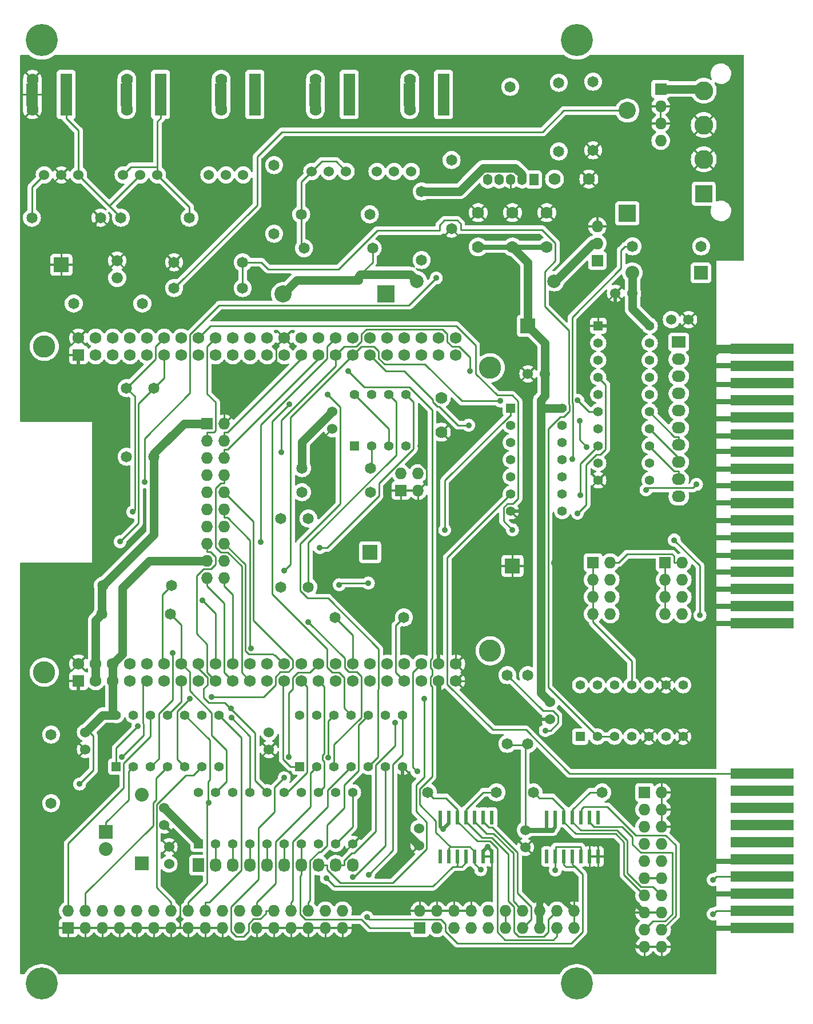
<source format=gtl>
%TF.GenerationSoftware,KiCad,Pcbnew,7.0.9-1.fc37*%
%TF.CreationDate,2023-11-18T16:33:53-05:00*%
%TF.ProjectId,top,746f702e-6b69-4636-9164-5f7063625858,D*%
%TF.SameCoordinates,Original*%
%TF.FileFunction,Copper,L1,Top*%
%TF.FilePolarity,Positive*%
%FSLAX46Y46*%
G04 Gerber Fmt 4.6, Leading zero omitted, Abs format (unit mm)*
G04 Created by KiCad (PCBNEW 7.0.9-1.fc37) date 2023-11-18 16:33:53*
%MOMM*%
%LPD*%
G01*
G04 APERTURE LIST*
%TA.AperFunction,ComponentPad*%
%ADD10R,1.727200X1.727200*%
%TD*%
%TA.AperFunction,ComponentPad*%
%ADD11O,1.727200X1.727200*%
%TD*%
%TA.AperFunction,ComponentPad*%
%ADD12R,1.778000X1.778000*%
%TD*%
%TA.AperFunction,ConnectorPad*%
%ADD13R,1.778000X3.200000*%
%TD*%
%TA.AperFunction,ComponentPad*%
%ADD14C,1.778000*%
%TD*%
%TA.AperFunction,ConnectorPad*%
%ADD15R,1.778000X3.500000*%
%TD*%
%TA.AperFunction,ComponentPad*%
%ADD16R,1.397000X1.397000*%
%TD*%
%TA.AperFunction,ComponentPad*%
%ADD17C,1.397000*%
%TD*%
%TA.AperFunction,ComponentPad*%
%ADD18C,1.651000*%
%TD*%
%TA.AperFunction,ComponentPad*%
%ADD19C,1.998980*%
%TD*%
%TA.AperFunction,ComponentPad*%
%ADD20R,2.032000X2.032000*%
%TD*%
%TA.AperFunction,ComponentPad*%
%ADD21O,2.032000X2.032000*%
%TD*%
%TA.AperFunction,ComponentPad*%
%ADD22C,2.540000*%
%TD*%
%TA.AperFunction,ComponentPad*%
%ADD23R,2.540000X2.540000*%
%TD*%
%TA.AperFunction,ComponentPad*%
%ADD24C,1.727200*%
%TD*%
%TA.AperFunction,ComponentPad*%
%ADD25C,3.302000*%
%TD*%
%TA.AperFunction,ComponentPad*%
%ADD26C,1.676400*%
%TD*%
%TA.AperFunction,ComponentPad*%
%ADD27C,4.749800*%
%TD*%
%TA.AperFunction,ComponentPad*%
%ADD28R,2.235200X2.235200*%
%TD*%
%TA.AperFunction,ComponentPad*%
%ADD29C,1.524000*%
%TD*%
%TA.AperFunction,ComponentPad*%
%ADD30R,1.371600X1.651000*%
%TD*%
%TA.AperFunction,ComponentPad*%
%ADD31O,1.371600X1.651000*%
%TD*%
%TA.AperFunction,ConnectorPad*%
%ADD32R,9.398000X1.524000*%
%TD*%
%TA.AperFunction,ComponentPad*%
%ADD33C,2.794000*%
%TD*%
%TA.AperFunction,ComponentPad*%
%ADD34R,2.032000X1.727200*%
%TD*%
%TA.AperFunction,ComponentPad*%
%ADD35O,2.032000X1.727200*%
%TD*%
%TA.AperFunction,ComponentPad*%
%ADD36R,1.727200X2.032000*%
%TD*%
%TA.AperFunction,ComponentPad*%
%ADD37O,1.727200X2.032000*%
%TD*%
%TA.AperFunction,SMDPad,CuDef*%
%ADD38R,0.600000X2.000000*%
%TD*%
%TA.AperFunction,ViaPad*%
%ADD39C,0.889000*%
%TD*%
%TA.AperFunction,Conductor*%
%ADD40C,1.270000*%
%TD*%
%TA.AperFunction,Conductor*%
%ADD41C,0.762000*%
%TD*%
%TA.AperFunction,Conductor*%
%ADD42C,0.254000*%
%TD*%
%TA.AperFunction,Conductor*%
%ADD43C,0.508000*%
%TD*%
%TA.AperFunction,Conductor*%
%ADD44C,1.016000*%
%TD*%
G04 APERTURE END LIST*
D10*
%TO.P,J6,1,Drive_Selected*%
%TO.N,RECOVERY_DRIVE2_SEL*%
X211455000Y-129540000D03*
D11*
%TO.P,J6,2,2*%
%TO.N,GND*%
X213995000Y-129540000D03*
%TO.P,J6,3,3*%
%TO.N,unconnected-(J6-Pad3)*%
X211455000Y-132080000D03*
%TO.P,J6,4,4*%
%TO.N,GND*%
X213995000Y-132080000D03*
%TO.P,J6,5,5*%
%TO.N,unconnected-(J6-Pad5)*%
X211455000Y-134620000D03*
%TO.P,J6,6,6*%
%TO.N,GND*%
X213995000Y-134620000D03*
%TO.P,J6,7,7*%
%TO.N,unconnected-(J6-Pad7)*%
X211455000Y-137160000D03*
%TO.P,J6,8,8*%
%TO.N,GND*%
X213995000Y-137160000D03*
%TO.P,J6,9,9*%
%TO.N,unconnected-(J6-Pad9)*%
X211455000Y-139700000D03*
%TO.P,J6,10,10*%
%TO.N,unconnected-(J6-Pad10)*%
X213995000Y-139700000D03*
%TO.P,J6,11,11*%
%TO.N,GND*%
X211455000Y-142240000D03*
%TO.P,J6,12,12*%
X213995000Y-142240000D03*
%TO.P,J6,13,MFM_Write+*%
%TO.N,Net-(J6-MFM_Write+)*%
X211455000Y-144780000D03*
%TO.P,J6,14,MFM_Write-*%
%TO.N,Net-(J6-MFM_Write-)*%
X213995000Y-144780000D03*
%TO.P,J6,15,15*%
%TO.N,GND*%
X211455000Y-147320000D03*
%TO.P,J6,16,16*%
X213995000Y-147320000D03*
%TO.P,J6,17,MFM_Read+*%
%TO.N,Net-(J6-MFM_Read+)*%
X211455000Y-149860000D03*
%TO.P,J6,18,MFM_Read-*%
%TO.N,Net-(J6-MFM_Read-)*%
X213995000Y-149860000D03*
%TO.P,J6,19,19*%
%TO.N,GND*%
X211455000Y-152400000D03*
%TO.P,J6,20,20*%
X213995000Y-152400000D03*
%TD*%
D12*
%TO.P,C4,1*%
%TO.N,Net-(U8-A)*%
X139787000Y-28448000D03*
D13*
X139771880Y-26151840D03*
D12*
X139787000Y-23948000D03*
D14*
%TO.P,C4,2*%
%TO.N,Net-(U10-K)*%
X134763000Y-28448000D03*
D15*
X134732520Y-26222960D03*
D14*
X134787000Y-23948000D03*
%TD*%
D12*
%TO.P,C3,1*%
%TO.N,Net-(U7-A)*%
X153757000Y-28448000D03*
D13*
X153741880Y-26151840D03*
D12*
X153757000Y-23948000D03*
D14*
%TO.P,C3,2*%
%TO.N,Net-(U8-A)*%
X148733000Y-28448000D03*
D15*
X148702520Y-26222960D03*
D14*
X148757000Y-23948000D03*
%TD*%
D12*
%TO.P,C1,1*%
%TO.N,Net-(D3-A)*%
X181697000Y-28448000D03*
D13*
X181681880Y-26151840D03*
D12*
X181697000Y-23948000D03*
D14*
%TO.P,C1,2*%
%TO.N,Net-(U6-A)*%
X176673000Y-28448000D03*
D15*
X176642520Y-26222960D03*
D14*
X176697000Y-23948000D03*
%TD*%
D16*
%TO.P,U11,1,A0*%
%TO.N,Net-(U11-A0)*%
X168529000Y-78232000D03*
D17*
%TO.P,U11,2,A1*%
%TO.N,Net-(U11-A1)*%
X171069000Y-78232000D03*
%TO.P,U11,3,A2*%
%TO.N,+3V3*%
X173609000Y-78232000D03*
%TO.P,U11,4,GND*%
%TO.N,GND*%
X176149000Y-78232000D03*
%TO.P,U11,5,SDA*%
%TO.N,I2C2_SDA*%
X176149000Y-70612000D03*
%TO.P,U11,6,SCL*%
%TO.N,I2C2_SCL*%
X173609000Y-70612000D03*
%TO.P,U11,7,WP*%
%TO.N,unconnected-(U11-WP-Pad7)*%
X171069000Y-70612000D03*
%TO.P,U11,8,VCC*%
%TO.N,+3V3*%
X168529000Y-70612000D03*
%TD*%
D18*
%TO.P,R23,1*%
%TO.N,Net-(J6-MFM_Write+)*%
X195023740Y-129540000D03*
%TO.P,R23,2*%
%TO.N,Net-(J6-MFM_Write-)*%
X205183740Y-129540000D03*
%TD*%
%TO.P,R22,1*%
%TO.N,~{MFM1_IN}*%
X134747000Y-69674740D03*
%TO.P,R22,2*%
%TO.N,+3V3*%
X134747000Y-79834740D03*
%TD*%
%TO.P,R21,1*%
%TO.N,+3V3*%
X157607000Y-88978740D03*
%TO.P,R21,2*%
%TO.N,I2C2_SDA*%
X157607000Y-99138740D03*
%TD*%
%TO.P,R17,1*%
%TO.N,+3V3*%
X160733740Y-85090000D03*
%TO.P,R17,2*%
%TO.N,Net-(U11-A0)*%
X170893740Y-85090000D03*
%TD*%
%TO.P,R15,1*%
%TO.N,V12_ADC*%
X209678740Y-48690000D03*
%TO.P,R15,2*%
%TO.N,Net-(D1-A)*%
X219838740Y-48690000D03*
%TD*%
%TO.P,R14,1*%
%TO.N,Net-(D3-A)*%
X137081260Y-57150000D03*
%TO.P,R14,2*%
%TO.N,Net-(D2-A)*%
X126921260Y-57150000D03*
%TD*%
D19*
%TO.P,R13,1*%
%TO.N,Net-(P9-P2)*%
X198086980Y-53848000D03*
%TO.P,R13,2*%
%TO.N,Net-(D3-A)*%
X177766980Y-53848000D03*
%TD*%
D18*
%TO.P,R12,1*%
%TO.N,Net-(U10-K)*%
X120728740Y-44450000D03*
%TO.P,R12,2*%
%TO.N,GND*%
X130888740Y-44450000D03*
%TD*%
%TO.P,R7,1*%
%TO.N,+5V*%
X123571000Y-120982740D03*
%TO.P,R7,2*%
%TO.N,Net-(J4-Write_gate)*%
X123571000Y-131142740D03*
%TD*%
%TO.P,R1,1*%
%TO.N,/emu/~{MFM0_IN}*%
X138811000Y-69674740D03*
%TO.P,R1,2*%
%TO.N,+3V3*%
X138811000Y-79834740D03*
%TD*%
D20*
%TO.P,P1,1,1*%
%TO.N,Net-(U15A-O)*%
X131699000Y-135382000D03*
D21*
%TO.P,P1,2,2*%
%TO.N,Net-(J4-Write_gate)*%
X131699000Y-137922000D03*
%TD*%
D16*
%TO.P,U14,1,I*%
%TO.N,/emu/SEEK_DONE*%
X191643000Y-72644000D03*
D17*
%TO.P,U14,2,O*%
%TO.N,Net-(J2-Seek_Complete)*%
X191643000Y-75184000D03*
%TO.P,U14,3,I*%
%TO.N,/emu/WFAULT*%
X191643000Y-77724000D03*
%TO.P,U14,4,O*%
%TO.N,Net-(J2-Write_Fault)*%
X191643000Y-80264000D03*
%TO.P,U14,5,I*%
%TO.N,/emu/SELECTED*%
X191643000Y-82804000D03*
%TO.P,U14,6,O*%
%TO.N,Net-(J1-Drive_Selected)*%
X191643000Y-85344000D03*
%TO.P,U14,7,GND*%
%TO.N,GND*%
X191643000Y-87884000D03*
%TO.P,U14,8,O*%
%TO.N,Net-(J2-Ready)*%
X199263000Y-87884000D03*
%TO.P,U14,9,I*%
%TO.N,/emu/READY*%
X199263000Y-85344000D03*
%TO.P,U14,10,O*%
%TO.N,Net-(J2-Index)*%
X199263000Y-82804000D03*
%TO.P,U14,11,I*%
%TO.N,/emu/INDEX*%
X199263000Y-80264000D03*
%TO.P,U14,12,O*%
%TO.N,Net-(J2-Track_0)*%
X199263000Y-77724000D03*
%TO.P,U14,13,I*%
%TO.N,/emu/TRACK0*%
X199263000Y-75184000D03*
%TO.P,U14,14,VCC*%
%TO.N,+5V*%
X199263000Y-72644000D03*
%TD*%
D22*
%TO.P,D3,1,A*%
%TO.N,Net-(D3-A)*%
X157924000Y-55753000D03*
D23*
%TO.P,D3,2,K*%
%TO.N,Net-(D1-K)*%
X173164000Y-55753000D03*
%TD*%
D22*
%TO.P,D1,1,A*%
%TO.N,Net-(D1-A)*%
X208915000Y-28575000D03*
D23*
%TO.P,D1,2,K*%
%TO.N,Net-(D1-K)*%
X208915000Y-43815000D03*
%TD*%
D14*
%TO.P,C9,1*%
%TO.N,+5V*%
X186817000Y-48768000D03*
%TO.P,C9,2*%
%TO.N,GND*%
X186817000Y-43688000D03*
%TD*%
%TO.P,C8,1*%
%TO.N,+5V*%
X191897000Y-48768000D03*
%TO.P,C8,2*%
%TO.N,GND*%
X191897000Y-43688000D03*
%TD*%
%TO.P,C7,1*%
%TO.N,+5V*%
X196977000Y-48768000D03*
%TO.P,C7,2*%
%TO.N,GND*%
X196977000Y-43688000D03*
%TD*%
%TO.P,C6,1*%
%TO.N,Net-(U12-VIN)*%
X198120000Y-38735000D03*
%TO.P,C6,2*%
%TO.N,GND*%
X203200000Y-38735000D03*
%TD*%
D18*
%TO.P,R5,1*%
%TO.N,/emu/~{MFM_READ_EN}*%
X141272260Y-103124000D03*
%TO.P,R5,2*%
%TO.N,+3V3*%
X131112260Y-103124000D03*
%TD*%
%TO.P,R20,1*%
%TO.N,+3V3*%
X161671000Y-88978740D03*
%TO.P,R20,2*%
%TO.N,I2C2_SCL*%
X161671000Y-99138740D03*
%TD*%
D10*
%TO.P,U1,B1,DGND*%
%TO.N,GND*%
X127635000Y-64770000D03*
D24*
%TO.P,U1,B2,DGND*%
X127635000Y-62230000D03*
%TO.P,U1,B3,GPIO1_6*%
%TO.N,unconnected-(U1A-GPIO1_6-PadB3)*%
X130175000Y-64770000D03*
%TO.P,U1,B4,GPIO1_7*%
%TO.N,unconnected-(U1B-GPIO1_7-PadB4)*%
X130175000Y-62230000D03*
%TO.P,U1,B5,GPIO1_2*%
%TO.N,unconnected-(U1A-GPIO1_2-PadB5)*%
X132715000Y-64770000D03*
%TO.P,U1,B6,GPIO1_3*%
%TO.N,unconnected-(U1B-GPIO1_3-PadB6)*%
X132715000Y-62230000D03*
%TO.P,U1,B7,TIMER4*%
%TO.N,EXPANSION6*%
X135255000Y-64770000D03*
%TO.P,U1,B8,TIMER7*%
%TO.N,EXPANSION7*%
X135255000Y-62230000D03*
%TO.P,U1,B9,TIMER5*%
%TO.N,EXPANSION9*%
X137795000Y-64770000D03*
%TO.P,U1,B10,TIMER6*%
%TO.N,EXPANSION8*%
X137795000Y-62230000D03*
%TO.P,U1,B11,GPIO1_13*%
%TO.N,/emu/~{MFM0_IN}*%
X140335000Y-64770000D03*
%TO.P,U1,B12,GPIO1_12*%
%TO.N,~{MFM1_IN}*%
X140335000Y-62230000D03*
%TO.P,U1,B13,EHRPWM2B*%
%TO.N,unconnected-(U1A-EHRPWM2B-PadB13)*%
X142875000Y-64770000D03*
%TO.P,U1,B14,GPIO0_26*%
%TO.N,/emu/SEL3*%
X142875000Y-62230000D03*
%TO.P,U1,B15,GPIO1_15*%
%TO.N,MFM_DATA*%
X145415000Y-64770000D03*
%TO.P,U1,B16,GPIO1_14*%
%TO.N,/emu/SEL1*%
X145415000Y-62230000D03*
%TO.P,U1,B17,GPIO0_27*%
%TO.N,/emu/SEL4*%
X147955000Y-64770000D03*
%TO.P,U1,B18,GPIO2_1*%
%TO.N,EXPANSION5*%
X147955000Y-62230000D03*
%TO.P,U1,B19,EHRPWM2A*%
%TO.N,unconnected-(U1A-EHRPWM2A-PadB19)*%
X150495000Y-64770000D03*
%TO.P,U1,B20,GPIO1_31*%
%TO.N,unconnected-(U1B-GPIO1_31-PadB20)*%
X150495000Y-62230000D03*
%TO.P,U1,B21,GPIO1_30*%
%TO.N,unconnected-(U1A-GPIO1_30-PadB21)*%
X153035000Y-64770000D03*
%TO.P,U1,B22,GPIO1_5*%
%TO.N,unconnected-(U1B-GPIO1_5-PadB22)*%
X153035000Y-62230000D03*
%TO.P,U1,B23,GPIO1_4*%
%TO.N,unconnected-(U1A-GPIO1_4-PadB23)*%
X155575000Y-64770000D03*
%TO.P,U1,B24,GPIO1_1*%
%TO.N,unconnected-(U1B-GPIO1_1-PadB24)*%
X155575000Y-62230000D03*
%TO.P,U1,B25,GPIO1_29*%
%TO.N,unconnected-(U1A-GPIO1_29-PadB25)*%
X158115000Y-64770000D03*
%TO.P,U1,B26,GPIO1_29*%
%TO.N,GND*%
X158115000Y-62230000D03*
%TO.P,U1,B27,GPIO2_22*%
%TO.N,EXPANSION0*%
X160655000Y-64770000D03*
%TO.P,U1,B28,GPIO2_24*%
%TO.N,unconnected-(U1B-GPIO2_24-PadB28)*%
X160655000Y-62230000D03*
%TO.P,U1,B29,GPIO2_23*%
%TO.N,EXPANSION1*%
X163195000Y-64770000D03*
%TO.P,U1,B30,GPIO2_25*%
%TO.N,unconnected-(U1B-GPIO2_25-PadB30)*%
X163195000Y-62230000D03*
%TO.P,U1,B31,UART5_CTSN*%
%TO.N,/emu/HEAD2*%
X165735000Y-64770000D03*
%TO.P,U1,B32,UART5_RTSN*%
%TO.N,/emu/HEAD3*%
X165735000Y-62230000D03*
%TO.P,U1,B33,UART4_RTSN*%
%TO.N,/emu/HEAD1*%
X168275000Y-64770000D03*
%TO.P,U1,B34,UART3_RTSN*%
%TO.N,unconnected-(U1B-UART3_RTSN-PadB34)*%
X168275000Y-62230000D03*
%TO.P,U1,B35,UART4_CTSN*%
%TO.N,/emu/HEAD0*%
X170815000Y-64770000D03*
%TO.P,U1,B36,UART3_CTSN*%
%TO.N,unconnected-(U1B-UART3_CTSN-PadB36)*%
X170815000Y-62230000D03*
%TO.P,U1,B37,UART5_TXD*%
%TO.N,unconnected-(U1A-UART5_TXD-PadB37)*%
X173355000Y-64770000D03*
%TO.P,U1,B38,UART5_RXD*%
%TO.N,unconnected-(U1B-UART5_RXD-PadB38)*%
X173355000Y-62230000D03*
%TO.P,U1,B39,GPIO2_12*%
%TO.N,unconnected-(U1A-GPIO2_12-PadB39)*%
X175895000Y-64770000D03*
%TO.P,U1,B40,GPIO2_13*%
%TO.N,unconnected-(U1B-GPIO2_13-PadB40)*%
X175895000Y-62230000D03*
%TO.P,U1,B41,GPIO2_10*%
%TO.N,unconnected-(U1A-GPIO2_10-PadB41)*%
X178435000Y-64770000D03*
%TO.P,U1,B42,GPIO2_11*%
%TO.N,unconnected-(U1B-GPIO2_11-PadB42)*%
X178435000Y-62230000D03*
%TO.P,U1,B43,GPIO2_8*%
%TO.N,unconnected-(U1A-GPIO2_8-PadB43)*%
X180975000Y-64770000D03*
%TO.P,U1,B44,GPIO2_9*%
%TO.N,unconnected-(U1B-GPIO2_9-PadB44)*%
X180975000Y-62230000D03*
%TO.P,U1,B45,GPIO2_6*%
%TO.N,EXPANSION10*%
X183515000Y-64770000D03*
%TO.P,U1,B46,GPIO2_7*%
%TO.N,unconnected-(U1B-GPIO2_7-PadB46)*%
X183515000Y-62230000D03*
D10*
%TO.P,U1,C1,DGND*%
%TO.N,GND*%
X127635000Y-113030000D03*
D24*
%TO.P,U1,C2,DGND*%
X127635000Y-110490000D03*
%TO.P,U1,C3,VDD_3V3EXP*%
%TO.N,+3V3*%
X130175000Y-113030000D03*
%TO.P,U1,C4,VDD_3V3EXP*%
X130175000Y-110490000D03*
%TO.P,U1,C5,VDD_5V*%
%TO.N,+5V*%
X132715000Y-113030000D03*
%TO.P,U1,C6,VDD_5V*%
X132715000Y-110490000D03*
%TO.P,U1,C7,SYS_5V*%
%TO.N,unconnected-(U1C-SYS_5V-PadC7)*%
X135255000Y-113030000D03*
%TO.P,U1,C8,SYS_5V*%
%TO.N,unconnected-(U1D-SYS_5V-PadC8)*%
X135255000Y-110490000D03*
%TO.P,U1,C9,PWR_BUT*%
%TO.N,POWER_BUTTON*%
X137795000Y-113030000D03*
%TO.P,U1,C10,SYS_RESETn*%
%TO.N,unconnected-(U1D-SYS_RESETn-PadC10)*%
X137795000Y-110490000D03*
%TO.P,U1,C11,UART4_RXD*%
%TO.N,EXPANSION13*%
X140335000Y-113030000D03*
%TO.P,U1,C12,GPIO1_28*%
%TO.N,/emu/~{EMU_EN}*%
X140335000Y-110490000D03*
%TO.P,U1,C13,UART4_TXD*%
%TO.N,/emu/RECOVERY*%
X142875000Y-113030000D03*
%TO.P,U1,C14,EHRPWM1A*%
%TO.N,/emu/~{MFM_READ_EN}*%
X142875000Y-110490000D03*
%TO.P,U1,C15,GPIO1_16*%
%TO.N,unconnected-(U1C-GPIO1_16-PadC15)*%
X145415000Y-113030000D03*
%TO.P,U1,C16,EHRPWM1B*%
%TO.N,/emu/WFAULT*%
X145415000Y-110490000D03*
%TO.P,U1,C17,I2C1_SCL*%
%TO.N,EXPANSION12*%
X147955000Y-113030000D03*
%TO.P,U1,C18,I2C1_SDA*%
%TO.N,EXPANSION11*%
X147955000Y-110490000D03*
%TO.P,U1,C19,I2C2_SCL*%
%TO.N,I2C2_SCL*%
X150495000Y-113030000D03*
%TO.P,U1,C20,I2C2_SDA*%
%TO.N,I2C2_SDA*%
X150495000Y-110490000D03*
%TO.P,U1,C21,UART2_TXD*%
%TO.N,EXPANSION3*%
X153035000Y-113030000D03*
%TO.P,U1,C22,UART2_RXD*%
%TO.N,EXPANSION2*%
X153035000Y-110490000D03*
%TO.P,U1,C23,GPIO1_17*%
%TO.N,unconnected-(U1C-GPIO1_17-PadC23)*%
X155575000Y-113030000D03*
%TO.P,U1,C24,UART1_TXD*%
%TO.N,SEL2*%
X155575000Y-110490000D03*
%TO.P,U1,C25,GPIO1_29*%
%TO.N,/emu/STEP*%
X158115000Y-113030000D03*
%TO.P,U1,C26,GPIO1_29*%
%TO.N,EXPANSION4*%
X158115000Y-110490000D03*
%TO.P,U1,C27,GPIO3_19*%
%TO.N,/emu/INDEX*%
X160655000Y-113030000D03*
%TO.P,U1,C28,SPI1_CS0*%
%TO.N,/emu/TRACK0*%
X160655000Y-110490000D03*
%TO.P,U1,C29,SPI1_D0*%
%TO.N,/emu/SELECTED*%
X163195000Y-113030000D03*
%TO.P,U1,C30,SPI1_D1*%
%TO.N,/emu/SEEK_DONE*%
X163195000Y-110490000D03*
%TO.P,U1,C31,SPI1_SCLK*%
%TO.N,/emu/WRITE*%
X165735000Y-113030000D03*
%TO.P,U1,C32,VDD_ADC*%
%TO.N,unconnected-(U1D-VDD_ADC-PadC32)*%
X165735000Y-110490000D03*
%TO.P,U1,C33,AIN4*%
%TO.N,unconnected-(U1C-AIN4-PadC33)*%
X168275000Y-113030000D03*
%TO.P,U1,C34,GNDA_ADC*%
%TO.N,AGND*%
X168275000Y-110490000D03*
%TO.P,U1,C35,AIN6*%
%TO.N,unconnected-(U1C-AIN6-PadC35)*%
X170815000Y-113030000D03*
%TO.P,U1,C36,AIN5*%
%TO.N,unconnected-(U1D-AIN5-PadC36)*%
X170815000Y-110490000D03*
%TO.P,U1,C37,AIN2*%
%TO.N,unconnected-(U1C-AIN2-PadC37)*%
X173355000Y-113030000D03*
%TO.P,U1,C38,AIN3*%
%TO.N,unconnected-(U1D-AIN3-PadC38)*%
X173355000Y-110490000D03*
%TO.P,U1,C39,AIN0*%
%TO.N,V12_ADC*%
X175895000Y-113030000D03*
%TO.P,U1,C40,AIN1*%
%TO.N,unconnected-(U1D-AIN1-PadC40)*%
X175895000Y-110490000D03*
%TO.P,U1,C41,CLKOUT2*%
%TO.N,/emu/DIR_IN*%
X178435000Y-113030000D03*
%TO.P,U1,C42,GPIO0_7*%
%TO.N,/emu/READY*%
X178435000Y-110490000D03*
%TO.P,U1,C43,DGND*%
%TO.N,GND*%
X180975000Y-113030000D03*
%TO.P,U1,C44,DGND*%
X180975000Y-110490000D03*
%TO.P,U1,C45,DGND*%
X183515000Y-113030000D03*
%TO.P,U1,C46,DGND*%
X183515000Y-110490000D03*
D25*
%TO.P,U1,M1*%
%TO.N,N/C*%
X188595000Y-108585000D03*
%TO.P,U1,M2*%
X122555000Y-111760000D03*
%TO.P,U1,M3*%
X122555000Y-63500000D03*
%TO.P,U1,M4*%
X188595000Y-66675000D03*
%TD*%
D18*
%TO.P,R2,1*%
%TO.N,/emu/~{EMU_EN}*%
X141399260Y-98933000D03*
%TO.P,R2,2*%
%TO.N,+3V3*%
X131239260Y-98933000D03*
%TD*%
D12*
%TO.P,C5,1*%
%TO.N,Net-(U10-K)*%
X125817000Y-28448000D03*
D13*
X125801880Y-26151840D03*
D12*
X125817000Y-23948000D03*
D14*
%TO.P,C5,2*%
%TO.N,GND*%
X120793000Y-28448000D03*
D15*
X120762520Y-26222960D03*
D14*
X120817000Y-23948000D03*
%TD*%
D12*
%TO.P,C2,1*%
%TO.N,Net-(U6-A)*%
X167727000Y-28448000D03*
D13*
X167711880Y-26151840D03*
D12*
X167727000Y-23948000D03*
D14*
%TO.P,C2,2*%
%TO.N,Net-(U7-A)*%
X162703000Y-28448000D03*
D15*
X162672520Y-26222960D03*
D14*
X162727000Y-23948000D03*
%TD*%
D26*
%TO.P,D2,1,A*%
%TO.N,Net-(D2-A)*%
X133350000Y-53340000D03*
%TO.P,D2,2,K*%
%TO.N,GND*%
X133350000Y-50800000D03*
%TD*%
D18*
%TO.P,R19,1*%
%TO.N,Net-(U12-Trim)*%
X182880000Y-35892740D03*
%TO.P,R19,2*%
%TO.N,GND*%
X182880000Y-46052740D03*
%TD*%
D27*
%TO.P,MH1,1,P1*%
%TO.N,unconnected-(MH1-P1-Pad1)*%
X122174000Y-18161000D03*
%TD*%
D10*
%TO.P,J7,1,P1*%
%TO.N,+3V3*%
X146685000Y-74930000D03*
D11*
%TO.P,J7,2,P2*%
%TO.N,GND*%
X149225000Y-74930000D03*
%TO.P,J7,3,P3*%
%TO.N,EXPANSION5*%
X146685000Y-77470000D03*
%TO.P,J7,4,P4*%
%TO.N,EXPANSION0*%
X149225000Y-77470000D03*
%TO.P,J7,5,P5*%
%TO.N,EXPANSION9*%
X146685000Y-80010000D03*
%TO.P,J7,6,P6*%
%TO.N,EXPANSION1*%
X149225000Y-80010000D03*
%TO.P,J7,7,P7*%
%TO.N,EXPANSION8*%
X146685000Y-82550000D03*
%TO.P,J7,8,P8*%
%TO.N,EXPANSION3*%
X149225000Y-82550000D03*
%TO.P,J7,9,P9*%
%TO.N,EXPANSION6*%
X146685000Y-85090000D03*
%TO.P,J7,10,P10*%
%TO.N,EXPANSION13*%
X149225000Y-85090000D03*
%TO.P,J7,11,P11*%
%TO.N,EXPANSION7*%
X146685000Y-87630000D03*
%TO.P,J7,12,P12*%
%TO.N,EXPANSION2*%
X149225000Y-87630000D03*
%TO.P,J7,13,P13*%
%TO.N,EXPANSION11*%
X146685000Y-90170000D03*
%TO.P,J7,14,P14*%
%TO.N,EXPANSION10*%
X149225000Y-90170000D03*
%TO.P,J7,15,P15*%
%TO.N,EXPANSION12*%
X146685000Y-92710000D03*
%TO.P,J7,16,P16*%
%TO.N,EXPANSION4*%
X149225000Y-92710000D03*
%TO.P,J7,17,P17*%
%TO.N,+5V*%
X146685000Y-95250000D03*
%TO.P,J7,18,P18*%
%TO.N,GND*%
X149225000Y-95250000D03*
%TO.P,J7,19,P19*%
%TO.N,I2C2_SCL*%
X146685000Y-97790000D03*
%TO.P,J7,20,P20*%
%TO.N,I2C2_SDA*%
X149225000Y-97790000D03*
%TD*%
D18*
%TO.P,R9,1*%
%TO.N,Net-(U6-A)*%
X160606740Y-43942000D03*
%TO.P,R9,2*%
%TO.N,Net-(U7-A)*%
X170766740Y-43942000D03*
%TD*%
D28*
%TO.P,P6,1,1*%
%TO.N,GND*%
X125095000Y-51435000D03*
%TD*%
%TO.P,P5,1,1*%
%TO.N,GND*%
X191897000Y-96012000D03*
%TD*%
D29*
%TO.P,C10,1*%
%TO.N,+3V3*%
X178054000Y-134874000D03*
%TO.P,C10,2*%
%TO.N,GND*%
X178054000Y-137414000D03*
%TD*%
%TO.P,C12,1*%
%TO.N,+3V3*%
X209677000Y-55626000D03*
%TO.P,C12,2*%
%TO.N,GND*%
X207137000Y-55626000D03*
%TD*%
%TO.P,C13,1*%
%TO.N,+5V*%
X196723000Y-67564000D03*
%TO.P,C13,2*%
%TO.N,GND*%
X194183000Y-67564000D03*
%TD*%
%TO.P,C14,1*%
%TO.N,+3V3*%
X193802000Y-135128000D03*
%TO.P,C14,2*%
%TO.N,GND*%
X193802000Y-137668000D03*
%TD*%
%TO.P,C16,1*%
%TO.N,+3V3*%
X140335000Y-131826000D03*
%TO.P,C16,2*%
%TO.N,GND*%
X140335000Y-134366000D03*
%TD*%
%TO.P,C17,1*%
%TO.N,+3V3*%
X165227000Y-73152000D03*
%TO.P,C17,2*%
%TO.N,GND*%
X165227000Y-75692000D03*
%TD*%
%TO.P,C18,1*%
%TO.N,+5V*%
X197485000Y-116205000D03*
%TO.P,C18,2*%
%TO.N,GND*%
X197485000Y-118745000D03*
%TD*%
D18*
%TO.P,F1,1*%
%TO.N,Net-(D1-K)*%
X178435000Y-50721260D03*
%TO.P,F1,2*%
%TO.N,Net-(U12-VIN)*%
X178435000Y-40561260D03*
%TD*%
D29*
%TO.P,U6,1,R*%
%TO.N,Net-(D3-A)*%
X176911000Y-37592000D03*
%TO.P,U6,2,A*%
%TO.N,Net-(U6-A)*%
X174371000Y-37592000D03*
%TO.P,U6,3,K*%
%TO.N,Net-(D3-A)*%
X171831000Y-37592000D03*
%TD*%
%TO.P,U10,1,R*%
%TO.N,Net-(U10-K)*%
X127635000Y-38100000D03*
%TO.P,U10,2,A*%
%TO.N,GND*%
X125095000Y-38100000D03*
%TO.P,U10,3,K*%
%TO.N,Net-(U10-K)*%
X122555000Y-38100000D03*
%TD*%
%TO.P,U8,1,R*%
%TO.N,Net-(U7-A)*%
X152019000Y-38100000D03*
%TO.P,U8,2,A*%
%TO.N,Net-(U8-A)*%
X149479000Y-38100000D03*
%TO.P,U8,3,K*%
%TO.N,Net-(U7-A)*%
X146939000Y-38100000D03*
%TD*%
%TO.P,U7,1,R*%
%TO.N,Net-(U6-A)*%
X167259000Y-37592000D03*
%TO.P,U7,2,A*%
%TO.N,Net-(U7-A)*%
X164719000Y-37592000D03*
%TO.P,U7,3,K*%
%TO.N,Net-(U6-A)*%
X162179000Y-37592000D03*
%TD*%
%TO.P,U9,1,R*%
%TO.N,Net-(U8-A)*%
X139319000Y-38100000D03*
%TO.P,U9,2,A*%
%TO.N,Net-(U10-K)*%
X136779000Y-38100000D03*
%TO.P,U9,3,K*%
%TO.N,Net-(U8-A)*%
X134239000Y-38100000D03*
%TD*%
D27*
%TO.P,MH3,1,P1*%
%TO.N,unconnected-(MH3-P1-Pad1)*%
X122174000Y-157861000D03*
%TD*%
D18*
%TO.P,R16,1*%
%TO.N,V12_ADC*%
X175816260Y-103632000D03*
%TO.P,R16,2*%
%TO.N,AGND*%
X165656260Y-103632000D03*
%TD*%
D29*
%TO.P,C11,1*%
%TO.N,+5V*%
X155829000Y-120650000D03*
%TO.P,C11,2*%
%TO.N,GND*%
X155829000Y-123190000D03*
%TD*%
D16*
%TO.P,U16,1,I*%
%TO.N,/emu/STEP*%
X160401000Y-125730000D03*
D17*
%TO.P,U16,2,O*%
%TO.N,Net-(J4-Step)*%
X162941000Y-125730000D03*
%TO.P,U16,3,I*%
%TO.N,SEL2*%
X165481000Y-125730000D03*
%TO.P,U16,4,O*%
%TO.N,Net-(J4-Drive_Select_2)*%
X168021000Y-125730000D03*
%TO.P,U16,5,I*%
%TO.N,/emu/SEL4*%
X170561000Y-125730000D03*
%TO.P,U16,6,O*%
%TO.N,Net-(J4-Drive_Select_4)*%
X173101000Y-125730000D03*
%TO.P,U16,7,GND*%
%TO.N,GND*%
X175641000Y-125730000D03*
%TO.P,U16,8,O*%
%TO.N,Net-(J4-Direction_In)*%
X175641000Y-118110000D03*
%TO.P,U16,9,I*%
%TO.N,/emu/DIR_IN*%
X173101000Y-118110000D03*
%TO.P,U16,10,O*%
%TO.N,Net-(J4-Drive_Select_3)*%
X170561000Y-118110000D03*
%TO.P,U16,11,I*%
%TO.N,/emu/SEL3*%
X168021000Y-118110000D03*
%TO.P,U16,12,O*%
%TO.N,Net-(J4-Drive_Select_1)*%
X165481000Y-118110000D03*
%TO.P,U16,13,I*%
%TO.N,/emu/SEL1*%
X162941000Y-118110000D03*
%TO.P,U16,14,VCC*%
%TO.N,+5V*%
X160401000Y-118110000D03*
%TD*%
D10*
%TO.P,J3,1,Drive_Selected*%
%TO.N,Net-(J3-Drive_Selected)*%
X178181000Y-149606000D03*
D11*
%TO.P,J3,2,2*%
%TO.N,GND*%
X178181000Y-147066000D03*
%TO.P,J3,3,3*%
%TO.N,unconnected-(J3-Pad3)*%
X180721000Y-149606000D03*
%TO.P,J3,4,4*%
%TO.N,GND*%
X180721000Y-147066000D03*
%TO.P,J3,5,5*%
%TO.N,unconnected-(J3-Pad5)*%
X183261000Y-149606000D03*
%TO.P,J3,6,6*%
%TO.N,GND*%
X183261000Y-147066000D03*
%TO.P,J3,7,7*%
%TO.N,unconnected-(J3-Pad7)*%
X185801000Y-149606000D03*
%TO.P,J3,8,8*%
%TO.N,GND*%
X185801000Y-147066000D03*
%TO.P,J3,9,9*%
%TO.N,unconnected-(J3-Pad9)*%
X188341000Y-149606000D03*
%TO.P,J3,10,10*%
%TO.N,unconnected-(J3-Pad10)*%
X188341000Y-147066000D03*
%TO.P,J3,11,11*%
%TO.N,GND*%
X190881000Y-149606000D03*
%TO.P,J3,12,12*%
X190881000Y-147066000D03*
%TO.P,J3,13,MFM_Write+*%
%TO.N,Net-(J1-MFM_Read+)*%
X193421000Y-149606000D03*
%TO.P,J3,14,MFM_Write-*%
%TO.N,Net-(J1-MFM_Read-)*%
X193421000Y-147066000D03*
%TO.P,J3,15,15*%
%TO.N,GND*%
X195961000Y-149606000D03*
%TO.P,J3,16,16*%
X195961000Y-147066000D03*
%TO.P,J3,17,MFM_Read+*%
%TO.N,Net-(J1-MFM_Write+)*%
X198501000Y-149606000D03*
%TO.P,J3,18,MFM_Read-*%
%TO.N,Net-(J1-MFM_Write-)*%
X198501000Y-147066000D03*
%TO.P,J3,19,19*%
%TO.N,GND*%
X201041000Y-149606000D03*
%TO.P,J3,20,20*%
X201041000Y-147066000D03*
%TD*%
D16*
%TO.P,U15,1,I*%
%TO.N,/emu/WRITE*%
X133223000Y-125730000D03*
D17*
%TO.P,U15,2,O*%
%TO.N,Net-(U15A-O)*%
X135763000Y-125730000D03*
%TO.P,U15,3,I*%
%TO.N,/emu/HEAD2*%
X138303000Y-125730000D03*
%TO.P,U15,4,O*%
%TO.N,Net-(J4-Head_2)*%
X140843000Y-125730000D03*
%TO.P,U15,5,I*%
%TO.N,/emu/HEAD0*%
X143383000Y-125730000D03*
%TO.P,U15,6,O*%
%TO.N,Net-(J4-Head_0)*%
X145923000Y-125730000D03*
%TO.P,U15,7,GND*%
%TO.N,GND*%
X148463000Y-125730000D03*
%TO.P,U15,8,O*%
%TO.N,Net-(J4-Head_1)*%
X148463000Y-118110000D03*
%TO.P,U15,9,I*%
%TO.N,/emu/HEAD1*%
X145923000Y-118110000D03*
%TO.P,U15,10,O*%
%TO.N,RECOVERY_DRIVE2_SEL*%
X143383000Y-118110000D03*
%TO.P,U15,11,I*%
%TO.N,/emu/RECOVERY*%
X140843000Y-118110000D03*
%TO.P,U15,12,O*%
%TO.N,Net-(J4-Head_3{slash}REDWR)*%
X138303000Y-118110000D03*
%TO.P,U15,13,I*%
%TO.N,/emu/HEAD3*%
X135763000Y-118110000D03*
%TO.P,U15,14,VCC*%
%TO.N,+5V*%
X133223000Y-118110000D03*
%TD*%
D30*
%TO.P,U12,1,Enable*%
%TO.N,Net-(U12-Enable)*%
X195046600Y-38785800D03*
D31*
%TO.P,U12,2,VIN*%
%TO.N,Net-(U12-VIN)*%
X193344800Y-38785800D03*
%TO.P,U12,3,GND*%
%TO.N,GND*%
X191643000Y-38785800D03*
%TO.P,U12,4,VOUT*%
%TO.N,+5V*%
X189941200Y-38785800D03*
%TO.P,U12,5,Trim*%
%TO.N,Net-(U12-Trim)*%
X188239400Y-38785800D03*
D18*
%TO.P,U12,6,NC*%
%TO.N,unconnected-(U12-NC-Pad6)*%
X191566800Y-25069800D03*
%TD*%
%TO.P,R11,1*%
%TO.N,Net-(U8-A)*%
X144066260Y-44450000D03*
%TO.P,R11,2*%
%TO.N,Net-(U10-K)*%
X133906260Y-44450000D03*
%TD*%
%TO.P,R10,1*%
%TO.N,Net-(U7-A)*%
X156591000Y-36654740D03*
%TO.P,R10,2*%
%TO.N,Net-(U8-A)*%
X156591000Y-46814740D03*
%TD*%
%TO.P,R8,1*%
%TO.N,Net-(D3-A)*%
X171181260Y-48958500D03*
%TO.P,R8,2*%
%TO.N,Net-(U6-A)*%
X161021260Y-48958500D03*
%TD*%
D32*
%TO.P,J2,1,1*%
%TO.N,GND*%
X228841300Y-63881000D03*
%TO.P,J2,3,3*%
X228841300Y-66421000D03*
%TO.P,J2,5,5*%
X228841300Y-68961000D03*
%TO.P,J2,7,7*%
X228841300Y-71501000D03*
%TO.P,J2,9,9*%
X228841300Y-74041000D03*
%TO.P,J2,11,11*%
X228841300Y-76581000D03*
%TO.P,J2,13,13*%
X228841300Y-79121000D03*
%TO.P,J2,15,15*%
X228841300Y-81661000D03*
%TO.P,J2,17,17*%
X228841300Y-84201000D03*
%TO.P,J2,19,19*%
X228841300Y-86741000D03*
%TO.P,J2,21,21*%
X228841300Y-89281000D03*
%TO.P,J2,23,23*%
X228841300Y-91821000D03*
%TO.P,J2,25,25*%
X228841300Y-94361000D03*
%TO.P,J2,27,27*%
X228841300Y-96901000D03*
%TO.P,J2,29,29*%
X228841300Y-99441000D03*
%TO.P,J2,31,31*%
X228841300Y-101981000D03*
%TO.P,J2,33,33*%
X228841300Y-104521000D03*
%TD*%
%TO.P,J1,1,Drive_Selected*%
%TO.N,Net-(J1-Drive_Selected)*%
X228846380Y-126745600D03*
%TO.P,J1,3,3*%
%TO.N,unconnected-(J1-Pad3)*%
X228846380Y-129285600D03*
%TO.P,J1,5,5*%
%TO.N,unconnected-(J1-Pad5)*%
X228846380Y-131825600D03*
%TO.P,J1,7,7*%
%TO.N,unconnected-(J1-Pad7)*%
X228846380Y-134365600D03*
%TO.P,J1,9,9*%
%TO.N,unconnected-(J1-Pad9)*%
X228846380Y-136905600D03*
%TO.P,J1,11,11*%
%TO.N,GND*%
X228846380Y-139445600D03*
%TO.P,J1,13,MFM_Write+*%
%TO.N,Net-(J1-MFM_Write+)*%
X228846380Y-141985600D03*
%TO.P,J1,15,15*%
%TO.N,GND*%
X228846380Y-144525600D03*
%TO.P,J1,17,MFM_Read+*%
%TO.N,Net-(J1-MFM_Read+)*%
X228846380Y-147065600D03*
%TO.P,J1,19,19*%
%TO.N,GND*%
X228846380Y-149605600D03*
%TD*%
D16*
%TO.P,U2,1,DIR*%
%TO.N,GND*%
X204597000Y-60452000D03*
D17*
%TO.P,U2,2,A0*%
%TO.N,/emu/HEAD3*%
X204597000Y-62992000D03*
%TO.P,U2,3,A1*%
%TO.N,/emu/HEAD2*%
X204597000Y-65532000D03*
%TO.P,U2,4,A2*%
%TO.N,/emu/WRITE*%
X204597000Y-68072000D03*
%TO.P,U2,5,A3*%
%TO.N,/emu/HEAD0*%
X204597000Y-70612000D03*
%TO.P,U2,6,A4*%
%TO.N,/emu/HEAD1*%
X204597000Y-73152000D03*
%TO.P,U2,7,A5*%
%TO.N,/emu/STEP*%
X204597000Y-75692000D03*
%TO.P,U2,8,A6*%
%TO.N,/emu/DIR_IN*%
X204597000Y-78232000D03*
%TO.P,U2,9,A7*%
%TO.N,/emu/SEL1*%
X204597000Y-80772000D03*
%TO.P,U2,10,GND*%
%TO.N,GND*%
X204597000Y-83312000D03*
%TO.P,U2,11,B7*%
%TO.N,/emu/INT_SEL1*%
X212217000Y-83312000D03*
%TO.P,U2,12,B6*%
%TO.N,/emu/E_DIR_IN*%
X212217000Y-80772000D03*
%TO.P,U2,13,B5*%
%TO.N,/emu/E_STEP*%
X212217000Y-78232000D03*
%TO.P,U2,14,B4*%
%TO.N,/emu/E_HEAD1*%
X212217000Y-75692000D03*
%TO.P,U2,15,B3*%
%TO.N,/emu/E_HEAD0*%
X212217000Y-73152000D03*
%TO.P,U2,16,B2*%
%TO.N,/emu/E_WRITE*%
X212217000Y-70612000D03*
%TO.P,U2,17,B1*%
%TO.N,/emu/E_HEAD2*%
X212217000Y-68072000D03*
%TO.P,U2,18,B0*%
%TO.N,/emu/E_HEAD3*%
X212217000Y-65532000D03*
%TO.P,U2,19,nOE*%
%TO.N,/emu/~{EMU_EN}*%
X212217000Y-62992000D03*
%TO.P,U2,20,VCC*%
%TO.N,+3V3*%
X212217000Y-60452000D03*
%TD*%
D16*
%TO.P,U5,1,DIR*%
%TO.N,+3V3*%
X145415000Y-137160000D03*
D17*
%TO.P,U5,2,A0*%
%TO.N,Net-(J4-Seek_Complete)*%
X147955000Y-137160000D03*
%TO.P,U5,3,A1*%
%TO.N,Net-(J4-Track_0)*%
X150495000Y-137160000D03*
%TO.P,U5,4,A2*%
%TO.N,Net-(J4-Write_Fault)*%
X153035000Y-137160000D03*
%TO.P,U5,5,A3*%
%TO.N,Net-(J4-Index)*%
X155575000Y-137160000D03*
%TO.P,U5,6,A4*%
%TO.N,Net-(J4-Ready)*%
X158115000Y-137160000D03*
%TO.P,U5,7,A5*%
%TO.N,Net-(J3-Drive_Selected)*%
X160655000Y-137160000D03*
%TO.P,U5,8,A6*%
%TO.N,Net-(U5-A6)*%
X163195000Y-137160000D03*
%TO.P,U5,9,A7*%
X165735000Y-137160000D03*
%TO.P,U5,10,GND*%
%TO.N,GND*%
X168275000Y-137160000D03*
%TO.P,U5,11,B7*%
%TO.N,Net-(U5-A6)*%
X168275000Y-129540000D03*
%TO.P,U5,12,B6*%
X165735000Y-129540000D03*
%TO.P,U5,13,B5*%
%TO.N,/emu/SELECTED*%
X163195000Y-129540000D03*
%TO.P,U5,14,B4*%
%TO.N,/emu/READY*%
X160655000Y-129540000D03*
%TO.P,U5,15,B3*%
%TO.N,/emu/INDEX*%
X158115000Y-129540000D03*
%TO.P,U5,16,B2*%
%TO.N,/emu/WFAULT*%
X155575000Y-129540000D03*
%TO.P,U5,17,B1*%
%TO.N,/emu/TRACK0*%
X153035000Y-129540000D03*
%TO.P,U5,18,B0*%
%TO.N,/emu/SEEK_DONE*%
X150495000Y-129540000D03*
%TO.P,U5,19,nOE*%
%TO.N,/emu/~{MFM_READ_EN}*%
X147955000Y-129540000D03*
%TO.P,U5,20,VCC*%
%TO.N,+3V3*%
X145415000Y-129540000D03*
%TD*%
D29*
%TO.P,C15,1*%
%TO.N,+5V*%
X128651000Y-120650000D03*
%TO.P,C15,2*%
%TO.N,GND*%
X128651000Y-123190000D03*
%TD*%
D18*
%TO.P,R18,1*%
%TO.N,+3V3*%
X160733740Y-81534000D03*
%TO.P,R18,2*%
%TO.N,Net-(U11-A1)*%
X170893740Y-81534000D03*
%TD*%
D10*
%TO.P,P4,1,1*%
%TO.N,GND*%
X175387000Y-84836000D03*
D11*
%TO.P,P4,2,2*%
%TO.N,Net-(U11-A0)*%
X175387000Y-82296000D03*
%TO.P,P4,3,3*%
%TO.N,GND*%
X177927000Y-84836000D03*
%TO.P,P4,4,4*%
%TO.N,Net-(U11-A1)*%
X177927000Y-82296000D03*
%TD*%
D18*
%TO.P,R4,1*%
%TO.N,Net-(J1-MFM_Write-)*%
X189532260Y-129540000D03*
%TO.P,R4,2*%
%TO.N,Net-(J1-MFM_Write+)*%
X179372260Y-129540000D03*
%TD*%
%TO.P,R3,1*%
%TO.N,+3V3*%
X191135000Y-122349260D03*
%TO.P,R3,2*%
%TO.N,SEL2*%
X191135000Y-112189260D03*
%TD*%
D10*
%TO.P,J4,1,1*%
%TO.N,GND*%
X126111000Y-149606000D03*
D11*
%TO.P,J4,2,Head_3/REDWR*%
%TO.N,Net-(J4-Head_3{slash}REDWR)*%
X126111000Y-147066000D03*
%TO.P,J4,3,3*%
%TO.N,GND*%
X128651000Y-149606000D03*
%TO.P,J4,4,Head_2*%
%TO.N,Net-(J4-Head_2)*%
X128651000Y-147066000D03*
%TO.P,J4,5,5*%
%TO.N,GND*%
X131191000Y-149606000D03*
%TO.P,J4,6,Write_gate*%
%TO.N,Net-(J4-Write_gate)*%
X131191000Y-147066000D03*
%TO.P,J4,7,7*%
%TO.N,GND*%
X133731000Y-149606000D03*
%TO.P,J4,8,Seek_Complete*%
%TO.N,Net-(J4-Seek_Complete)*%
X133731000Y-147066000D03*
%TO.P,J4,9,9*%
%TO.N,GND*%
X136271000Y-149606000D03*
%TO.P,J4,10,Track_0*%
%TO.N,Net-(J4-Track_0)*%
X136271000Y-147066000D03*
%TO.P,J4,11,11*%
%TO.N,GND*%
X138811000Y-149606000D03*
%TO.P,J4,12,Write_Fault*%
%TO.N,Net-(J4-Write_Fault)*%
X138811000Y-147066000D03*
%TO.P,J4,13,13*%
%TO.N,GND*%
X141351000Y-149606000D03*
%TO.P,J4,14,Head_0*%
%TO.N,Net-(J4-Head_0)*%
X141351000Y-147066000D03*
%TO.P,J4,15,15*%
%TO.N,GND*%
X143891000Y-149606000D03*
%TO.P,J4,16,Recovery*%
%TO.N,RECOVERY_DRIVE2_SEL*%
X143891000Y-147066000D03*
%TO.P,J4,17,17*%
%TO.N,GND*%
X146431000Y-149606000D03*
%TO.P,J4,18,Head_1*%
%TO.N,Net-(J4-Head_1)*%
X146431000Y-147066000D03*
%TO.P,J4,19,19*%
%TO.N,GND*%
X148971000Y-149606000D03*
%TO.P,J4,20,Index*%
%TO.N,Net-(J4-Index)*%
X148971000Y-147066000D03*
%TO.P,J4,21,21*%
%TO.N,GND*%
X151511000Y-149606000D03*
%TO.P,J4,22,Ready*%
%TO.N,Net-(J4-Ready)*%
X151511000Y-147066000D03*
%TO.P,J4,23,23*%
%TO.N,GND*%
X154051000Y-149606000D03*
%TO.P,J4,24,Step*%
%TO.N,Net-(J4-Step)*%
X154051000Y-147066000D03*
%TO.P,J4,25,25*%
%TO.N,GND*%
X156591000Y-149606000D03*
%TO.P,J4,26,Drive_Select_1*%
%TO.N,Net-(J4-Drive_Select_1)*%
X156591000Y-147066000D03*
%TO.P,J4,27,27*%
%TO.N,GND*%
X159131000Y-149606000D03*
%TO.P,J4,28,Drive_Select_2*%
%TO.N,Net-(J4-Drive_Select_2)*%
X159131000Y-147066000D03*
%TO.P,J4,29,29*%
%TO.N,GND*%
X161671000Y-149606000D03*
%TO.P,J4,30,Drive_Select_3*%
%TO.N,Net-(J4-Drive_Select_3)*%
X161671000Y-147066000D03*
%TO.P,J4,31,31*%
%TO.N,GND*%
X164211000Y-149606000D03*
%TO.P,J4,32,Drive_Select_4*%
%TO.N,Net-(J4-Drive_Select_4)*%
X164211000Y-147066000D03*
%TO.P,J4,33,33*%
%TO.N,GND*%
X166751000Y-149606000D03*
%TO.P,J4,34,Direction_In*%
%TO.N,Net-(J4-Direction_In)*%
X166751000Y-147066000D03*
%TD*%
D23*
%TO.P,J5,1,P1*%
%TO.N,Net-(D1-A)*%
X220218000Y-40894000D03*
D33*
%TO.P,J5,2,P2*%
%TO.N,GND*%
X220218000Y-35814000D03*
%TO.P,J5,3,P3*%
X220218000Y-30734000D03*
%TO.P,J5,4,P4*%
%TO.N,Net-(J10-Pin_1)*%
X220218000Y-25654000D03*
%TD*%
D10*
%TO.P,P7,1,P1*%
%TO.N,/emu/INT_SEL1*%
X214503000Y-95504000D03*
D11*
%TO.P,P7,2,P2*%
%TO.N,/emu/E_SEL1*%
X217043000Y-95504000D03*
%TO.P,P7,3,P3*%
%TO.N,/emu/INT_SEL1*%
X214503000Y-98044000D03*
%TO.P,P7,4,P4*%
%TO.N,/emu/E_SEL2*%
X217043000Y-98044000D03*
%TO.P,P7,5,P5*%
%TO.N,/emu/INT_SEL1*%
X214503000Y-100584000D03*
%TO.P,P7,6,P6*%
%TO.N,/emu/E_SEL3*%
X217043000Y-100584000D03*
%TO.P,P7,7,P7*%
%TO.N,/emu/INT_SEL1*%
X214503000Y-103124000D03*
%TO.P,P7,8,P8*%
%TO.N,/emu/E_SEL4*%
X217043000Y-103124000D03*
%TD*%
D10*
%TO.P,P8,1,P1*%
%TO.N,INT_SEL2*%
X203835000Y-95504000D03*
D11*
%TO.P,P8,2,P2*%
%TO.N,/emu/E_SEL1*%
X206375000Y-95504000D03*
%TO.P,P8,3,P3*%
%TO.N,INT_SEL2*%
X203835000Y-98044000D03*
%TO.P,P8,4,P4*%
%TO.N,/emu/E_SEL2*%
X206375000Y-98044000D03*
%TO.P,P8,5,P5*%
%TO.N,INT_SEL2*%
X203835000Y-100584000D03*
%TO.P,P8,6,P6*%
%TO.N,/emu/E_SEL3*%
X206375000Y-100584000D03*
%TO.P,P8,7,P7*%
%TO.N,INT_SEL2*%
X203835000Y-103124000D03*
%TO.P,P8,8,P8*%
%TO.N,/emu/E_SEL4*%
X206375000Y-103124000D03*
%TD*%
D18*
%TO.P,R24,1*%
%TO.N,GND*%
X203835000Y-34465260D03*
%TO.P,R24,2*%
%TO.N,Net-(U12-Enable)*%
X203835000Y-24305260D03*
%TD*%
%TO.P,R25,1*%
%TO.N,Net-(U12-Enable)*%
X198755000Y-24462740D03*
%TO.P,R25,2*%
%TO.N,+5V*%
X198755000Y-34622740D03*
%TD*%
%TO.P,R26,1*%
%TO.N,Net-(U17A-O)*%
X151940260Y-54864000D03*
%TO.P,R26,2*%
%TO.N,Net-(D1-A)*%
X141780260Y-54864000D03*
%TD*%
%TO.P,R27,1*%
%TO.N,Net-(U17A-O)*%
X151940260Y-51054000D03*
%TO.P,R27,2*%
%TO.N,GND*%
X141780260Y-51054000D03*
%TD*%
D34*
%TO.P,RN1,1,COM*%
%TO.N,Net-(D4-K)*%
X216535000Y-62865000D03*
D35*
%TO.P,RN1,2,2*%
%TO.N,/emu/E_HEAD3*%
X216535000Y-65405000D03*
%TO.P,RN1,3,3*%
%TO.N,/emu/E_HEAD2*%
X216535000Y-67945000D03*
%TO.P,RN1,4,4*%
%TO.N,/emu/E_WRITE*%
X216535000Y-70485000D03*
%TO.P,RN1,5,5*%
%TO.N,unconnected-(RN1-Pad5)*%
X216535000Y-73025000D03*
%TO.P,RN1,6,6*%
%TO.N,unconnected-(RN1-Pad6)*%
X216535000Y-75565000D03*
%TO.P,RN1,7,7*%
%TO.N,/emu/E_HEAD0*%
X216535000Y-78105000D03*
%TO.P,RN1,8,8*%
%TO.N,/emu/E_HEAD1*%
X216535000Y-80645000D03*
%TO.P,RN1,9,9*%
%TO.N,/emu/E_STEP*%
X216535000Y-83185000D03*
%TO.P,RN1,10,10*%
%TO.N,/emu/E_DIR_IN*%
X216535000Y-85725000D03*
%TD*%
D36*
%TO.P,RN2,1,COM*%
%TO.N,Net-(D5-K)*%
X145415000Y-140335000D03*
D37*
%TO.P,RN2,2,2*%
%TO.N,Net-(J4-Seek_Complete)*%
X147955000Y-140335000D03*
%TO.P,RN2,3,3*%
%TO.N,Net-(J4-Track_0)*%
X150495000Y-140335000D03*
%TO.P,RN2,4,4*%
%TO.N,Net-(J4-Write_Fault)*%
X153035000Y-140335000D03*
%TO.P,RN2,5,5*%
%TO.N,Net-(J4-Index)*%
X155575000Y-140335000D03*
%TO.P,RN2,6,6*%
%TO.N,Net-(J4-Ready)*%
X158115000Y-140335000D03*
%TO.P,RN2,7,7*%
%TO.N,Net-(J3-Drive_Selected)*%
X160655000Y-140335000D03*
%TO.P,RN2,8,8*%
%TO.N,INT_SEL2*%
X163195000Y-140335000D03*
%TO.P,RN2,9,9*%
%TO.N,/emu/INT_SEL1*%
X165735000Y-140335000D03*
%TO.P,RN2,10,10*%
%TO.N,Net-(U5-A6)*%
X168275000Y-140335000D03*
%TD*%
D16*
%TO.P,U17,1,I*%
%TO.N,+3V3*%
X201930000Y-121285000D03*
D17*
%TO.P,U17,2,O*%
%TO.N,Net-(U17A-O)*%
X204470000Y-121285000D03*
%TO.P,U17,3,I*%
X207010000Y-121285000D03*
%TO.P,U17,4,O*%
%TO.N,POWER_BUTTON*%
X209550000Y-121285000D03*
%TO.P,U17,5,I*%
%TO.N,GND*%
X212090000Y-121285000D03*
%TO.P,U17,6,O*%
%TO.N,unconnected-(U17C-O-Pad6)*%
X214630000Y-121285000D03*
%TO.P,U17,7,GND*%
%TO.N,GND*%
X217170000Y-121285000D03*
%TO.P,U17,8,O*%
%TO.N,unconnected-(U17D-O-Pad8)*%
X217170000Y-113665000D03*
%TO.P,U17,9,I*%
%TO.N,GND*%
X214630000Y-113665000D03*
%TO.P,U17,10,O*%
%TO.N,Net-(U17E-O)*%
X212090000Y-113665000D03*
%TO.P,U17,11,I*%
%TO.N,INT_SEL2*%
X209550000Y-113665000D03*
%TO.P,U17,12,O*%
%TO.N,SEL2*%
X207010000Y-113665000D03*
%TO.P,U17,13,I*%
%TO.N,Net-(U17E-O)*%
X204470000Y-113665000D03*
%TO.P,U17,14,VCC*%
%TO.N,+5V*%
X201930000Y-113665000D03*
%TD*%
D38*
%TO.P,U4,1,NC1*%
%TO.N,unconnected-(U4-NC1-Pad1)*%
X181229000Y-139044000D03*
%TO.P,U4,2,RO*%
%TO.N,MFM_DATA*%
X182499000Y-139044000D03*
%TO.P,U4,3,RE*%
%TO.N,/emu/~{MFM0_IN}*%
X183769000Y-139044000D03*
%TO.P,U4,4,DE*%
X185039000Y-139044000D03*
%TO.P,U4,5,DI*%
%TO.N,MFM_DATA*%
X186309000Y-139044000D03*
%TO.P,U4,6,GND1*%
%TO.N,GND*%
X187579000Y-139044000D03*
%TO.P,U4,7,GND2*%
X188849000Y-139044000D03*
%TO.P,U4,8,NC2*%
%TO.N,unconnected-(U4-NC2-Pad8)*%
X188849000Y-133244000D03*
%TO.P,U4,9,DO_Y*%
%TO.N,Net-(J1-MFM_Read+)*%
X187579000Y-133244000D03*
%TO.P,U4,10,DO_Z*%
%TO.N,Net-(J1-MFM_Read-)*%
X186309000Y-133244000D03*
%TO.P,U4,11,RI_B*%
%TO.N,Net-(J1-MFM_Write-)*%
X185039000Y-133244000D03*
%TO.P,U4,12,RI_A*%
%TO.N,Net-(J1-MFM_Write+)*%
X183769000Y-133244000D03*
%TO.P,U4,13,VCC1*%
%TO.N,+3V3*%
X182499000Y-133244000D03*
%TO.P,U4,14,VCC2*%
X181229000Y-133244000D03*
%TD*%
%TO.P,U13,1,NC1*%
%TO.N,unconnected-(U13-NC1-Pad1)*%
X196977000Y-139044000D03*
%TO.P,U13,2,RO*%
%TO.N,MFM_DATA*%
X198247000Y-139044000D03*
%TO.P,U13,3,RE*%
%TO.N,~{MFM1_IN}*%
X199517000Y-139044000D03*
%TO.P,U13,4,DE*%
X200787000Y-139044000D03*
%TO.P,U13,5,DI*%
%TO.N,MFM_DATA*%
X202057000Y-139044000D03*
%TO.P,U13,6,GND1*%
%TO.N,GND*%
X203327000Y-139044000D03*
%TO.P,U13,7,GND2*%
X204597000Y-139044000D03*
%TO.P,U13,8,NC2*%
%TO.N,unconnected-(U13-NC2-Pad8)*%
X204597000Y-133244000D03*
%TO.P,U13,9,DO_Y*%
%TO.N,Net-(J6-MFM_Read+)*%
X203327000Y-133244000D03*
%TO.P,U13,10,DO_Z*%
%TO.N,Net-(J6-MFM_Read-)*%
X202057000Y-133244000D03*
%TO.P,U13,11,RI_B*%
%TO.N,Net-(J6-MFM_Write-)*%
X200787000Y-133244000D03*
%TO.P,U13,12,RI_A*%
%TO.N,Net-(J6-MFM_Write+)*%
X199517000Y-133244000D03*
%TO.P,U13,13,VCC1*%
%TO.N,+3V3*%
X198247000Y-133244000D03*
%TO.P,U13,14,VCC2*%
X196977000Y-133244000D03*
%TD*%
D28*
%TO.P,P10,1,1*%
%TO.N,+5V*%
X194183000Y-60452000D03*
%TD*%
%TO.P,P11,1,1*%
%TO.N,+3V3*%
X170815000Y-93980000D03*
%TD*%
D18*
%TO.P,R6,1*%
%TO.N,+3V3*%
X194183000Y-122349260D03*
%TO.P,R6,2*%
%TO.N,Net-(U17E-O)*%
X194183000Y-112189260D03*
%TD*%
D14*
%TO.P,C19,1*%
%TO.N,+3V3*%
X181356000Y-71107300D03*
%TO.P,C19,2*%
%TO.N,GND*%
X181356000Y-76187300D03*
%TD*%
D10*
%TO.P,P9,1,P1*%
%TO.N,Net-(D1-K)*%
X204470000Y-50800000D03*
D11*
%TO.P,P9,2,P2*%
%TO.N,Net-(P9-P2)*%
X204470000Y-48260000D03*
%TO.P,P9,3,P3*%
%TO.N,GND*%
X204470000Y-45720000D03*
%TD*%
D20*
%TO.P,D4,1,K*%
%TO.N,Net-(D4-K)*%
X219810000Y-52615000D03*
D21*
%TO.P,D4,2,A*%
%TO.N,+3V3*%
X209650000Y-52615000D03*
%TD*%
D29*
%TO.P,C20,1*%
%TO.N,GND*%
X217975000Y-59540000D03*
%TO.P,C20,2*%
%TO.N,Net-(D4-K)*%
X215435000Y-59540000D03*
%TD*%
D10*
%TO.P,J10,1,Pin_1*%
%TO.N,Net-(J10-Pin_1)*%
X213842600Y-25400000D03*
D11*
%TO.P,J10,2,Pin_2*%
%TO.N,GND*%
X213842600Y-27940000D03*
%TO.P,J10,3,Pin_3*%
X213842600Y-30480000D03*
%TO.P,J10,4,Pin_4*%
%TO.N,Net-(D1-A)*%
X213842600Y-33020000D03*
%TD*%
D29*
%TO.P,C21,1*%
%TO.N,GND*%
X141030000Y-137615000D03*
%TO.P,C21,2*%
%TO.N,Net-(D5-K)*%
X141030000Y-140155000D03*
%TD*%
D20*
%TO.P,D5,1,K*%
%TO.N,Net-(D5-K)*%
X137005000Y-140020000D03*
D21*
%TO.P,D5,2,A*%
%TO.N,+3V3*%
X137005000Y-129860000D03*
%TD*%
D27*
%TO.P,MH2,1,P1*%
%TO.N,unconnected-(MH2-P1-Pad1)*%
X201422000Y-157861000D03*
%TD*%
%TO.P,MH4,1,P1*%
%TO.N,unconnected-(MH4-P1-Pad1)*%
X201422000Y-18161000D03*
%TD*%
D39*
%TO.N,+5V*%
X127796800Y-128312200D03*
%TO.N,/emu/DIR_IN*%
X201931100Y-85504100D03*
%TO.N,/emu/E_DIR_IN*%
X215853900Y-92178800D03*
X219654600Y-103296300D03*
%TO.N,/emu/HEAD0*%
X144132769Y-115709231D03*
X185401000Y-75169800D03*
%TO.N,/emu/HEAD1*%
X201554500Y-71491300D03*
X190123400Y-71581100D03*
X158116800Y-96671400D03*
%TO.N,/emu/HEAD2*%
X185609300Y-67158900D03*
X141605100Y-108916200D03*
X157676500Y-79145800D03*
%TO.N,/emu/HEAD3*%
X154638400Y-92441500D03*
%TO.N,/emu/READY*%
X177776100Y-126459300D03*
%TO.N,/emu/SEEK_DONE*%
X158781800Y-124315300D03*
X181868200Y-90696500D03*
%TO.N,/emu/SEL1*%
X191897000Y-90678000D03*
%TO.N,/emu/SEL3*%
X158860400Y-72044800D03*
%TO.N,/emu/SEL4*%
X164500300Y-70629200D03*
%TO.N,/emu/TRACK0*%
X150253800Y-118445600D03*
%TO.N,/emu/WFAULT*%
X166243000Y-98806000D03*
X170561000Y-98552000D03*
X150241000Y-117094000D03*
%TO.N,/emu/WRITE*%
X136450800Y-119729200D03*
X201521800Y-88208100D03*
%TO.N,/emu/~{EMU_EN}*%
X137406100Y-83577700D03*
X180612000Y-53370700D03*
%TO.N,/emu/~{MFM0_IN}*%
X164340800Y-142218500D03*
X133783000Y-92425000D03*
%TO.N,GND*%
X221615000Y-144526000D03*
X178231800Y-78257400D03*
X132080000Y-128981200D03*
X188221000Y-137620000D03*
X221615000Y-149606000D03*
X194183000Y-154076400D03*
X198247000Y-95504000D03*
X221361000Y-139700000D03*
X203530000Y-118065000D03*
%TO.N,Net-(J1-MFM_Write+)*%
X221615000Y-142494000D03*
%TO.N,Net-(J1-MFM_Read+)*%
X221615000Y-147574000D03*
%TO.N,Net-(J2-Write_Fault)*%
X201815000Y-74516700D03*
X202874000Y-78401200D03*
%TO.N,Net-(J2-Ready)*%
X211672000Y-84748600D03*
X219154800Y-83933000D03*
%TO.N,Net-(J4-Drive_Select_1)*%
X164607200Y-124367600D03*
X158093600Y-127397100D03*
%TO.N,Net-(J4-Drive_Select_4)*%
X168213200Y-142082200D03*
%TO.N,RECOVERY_DRIVE2_SEL*%
X146884700Y-131095700D03*
%TO.N,V12_ADC*%
X200749700Y-80217700D03*
%TO.N,Net-(J4-Direction_In)*%
X170583900Y-141758500D03*
%TO.N,/emu/INT_SEL1*%
X174524500Y-119253800D03*
%TO.N,INT_SEL2*%
X178820700Y-115713600D03*
%TO.N,+3V3*%
X181610000Y-135001000D03*
%TO.N,SEL2*%
X196764500Y-120377900D03*
X161646324Y-104291676D03*
%TO.N,POWER_BUTTON*%
X134053900Y-124301200D03*
%TO.N,EXPANSION13*%
X147320000Y-115443000D03*
%TO.N,EXPANSION2*%
X153157900Y-108208600D03*
%TO.N,EXPANSION11*%
X146002700Y-101101200D03*
%TO.N,I2C2_SDA*%
X163367000Y-93311300D03*
%TO.N,~{MFM1_IN}*%
X135683300Y-88009600D03*
X170345900Y-148037200D03*
%TO.N,MFM_DATA*%
X187197998Y-141008100D03*
X198247000Y-141033500D03*
X167580200Y-67153900D03*
%TD*%
D40*
%TO.N,+5V*%
X128983500Y-120317500D02*
X128651000Y-120650000D01*
D41*
X191897000Y-48768000D02*
X196977000Y-48768000D01*
D40*
X194183000Y-51054000D02*
X191897000Y-48768000D01*
D41*
X186817000Y-48768000D02*
X191897000Y-48768000D01*
D40*
X138112000Y-95250000D02*
X146685000Y-95250000D01*
X196723000Y-67564000D02*
X196723000Y-62992000D01*
D42*
X128983500Y-120317500D02*
X129839100Y-121173100D01*
D40*
X194183000Y-60452000D02*
X194183000Y-51054000D01*
X132715000Y-110490000D02*
X132715000Y-113030000D01*
D42*
X129839100Y-121173100D02*
X129839100Y-126269900D01*
D40*
X133223000Y-118110000D02*
X131191000Y-118110000D01*
X134112000Y-109093000D02*
X134112000Y-99250500D01*
D42*
X129839100Y-126269900D02*
X127796800Y-128312200D01*
D40*
X196088000Y-73002300D02*
X196088000Y-71450200D01*
X196723000Y-70815200D02*
X196723000Y-67564000D01*
X199263000Y-72644000D02*
X196446000Y-72644000D01*
X196088000Y-114808000D02*
X197485000Y-116205000D01*
X196446000Y-72644000D02*
X196088000Y-73002300D01*
X196088000Y-73002300D02*
X196088000Y-114808000D01*
X131191000Y-118110000D02*
X128983500Y-120317500D01*
X196088000Y-71450200D02*
X196723000Y-70815200D01*
X132715000Y-110490000D02*
X134112000Y-109093000D01*
X132715000Y-117602000D02*
X133223000Y-118110000D01*
X134112000Y-99250500D02*
X138112000Y-95250000D01*
X196723000Y-62992000D02*
X194183000Y-60452000D01*
X132715000Y-113030000D02*
X132715000Y-117602000D01*
D42*
%TO.N,/emu/DIR_IN*%
X201931100Y-80897900D02*
X204597000Y-78232000D01*
X201931100Y-85504100D02*
X201931100Y-80897900D01*
%TO.N,/emu/E_DIR_IN*%
X215853900Y-92178800D02*
X219654600Y-95979500D01*
X219654600Y-95979500D02*
X219654600Y-103296300D01*
%TO.N,/emu/E_HEAD0*%
X212217000Y-73152000D02*
X212217000Y-73210300D01*
X216535000Y-78105000D02*
X216535000Y-76860100D01*
X215866800Y-76860100D02*
X216535000Y-76860100D01*
X212217000Y-73210300D02*
X215866800Y-76860100D01*
%TO.N,/emu/E_HEAD1*%
X216535000Y-80022500D02*
X212217000Y-75704500D01*
X216535000Y-80645000D02*
X216535000Y-80022500D01*
X212217000Y-75704500D02*
X212217000Y-75692000D01*
%TO.N,/emu/E_SEL1*%
X215524600Y-94259000D02*
X215798100Y-94532500D01*
X215798100Y-94532500D02*
X215798100Y-95504000D01*
X208864900Y-94259000D02*
X215524600Y-94259000D01*
X206375000Y-95504000D02*
X207619900Y-95504000D01*
X217043000Y-95504000D02*
X215798100Y-95504000D01*
X207619900Y-95504000D02*
X208864900Y-94259000D01*
%TO.N,/emu/E_STEP*%
X212217000Y-78311400D02*
X212217000Y-78232000D01*
X215845700Y-81940100D02*
X212217000Y-78311400D01*
X216535000Y-81940100D02*
X215845700Y-81940100D01*
X216535000Y-83185000D02*
X216535000Y-81940100D01*
%TO.N,/emu/HEAD0*%
X183843700Y-75169800D02*
X185401000Y-75169800D01*
X180746399Y-72377301D02*
X181051201Y-72377301D01*
X175824800Y-67150900D02*
X180085999Y-71412099D01*
X143383000Y-125730000D02*
X142271700Y-124618700D01*
X170815000Y-64770000D02*
X173195900Y-67150900D01*
X181051201Y-72377301D02*
X183843700Y-75169800D01*
X142271700Y-124618700D02*
X142271700Y-117570300D01*
X180085999Y-71716901D02*
X180746399Y-72377301D01*
X180085999Y-71412099D02*
X180085999Y-71716901D01*
X142271700Y-117570300D02*
X144132769Y-115709231D01*
X173195900Y-67150900D02*
X175824800Y-67150900D01*
%TO.N,/emu/HEAD1*%
X158116800Y-96671400D02*
X159018400Y-95769800D01*
X201554500Y-71491300D02*
X203215200Y-73152000D01*
X168275000Y-64770000D02*
X169520000Y-63525000D01*
X159018400Y-74026600D02*
X168275000Y-64770000D01*
X159018400Y-95769800D02*
X159018400Y-74026600D01*
X172943200Y-66148900D02*
X178949000Y-66148900D01*
X171391400Y-63525000D02*
X172085000Y-64218600D01*
X169520000Y-63525000D02*
X171391400Y-63525000D01*
X178949000Y-66148900D02*
X184381200Y-71581100D01*
X203215200Y-73152000D02*
X204597000Y-73152000D01*
X172085000Y-65290700D02*
X172943200Y-66148900D01*
X172085000Y-64218600D02*
X172085000Y-65290700D01*
X184381200Y-71581100D02*
X190123400Y-71581100D01*
%TO.N,/emu/HEAD2*%
X170255600Y-60961300D02*
X169545000Y-61671900D01*
X169545000Y-61671900D02*
X169545000Y-62745200D01*
X169545000Y-62745200D02*
X168790200Y-63500000D01*
X167005000Y-63500000D02*
X165735000Y-64770000D01*
X182960100Y-63525000D02*
X182245000Y-62809900D01*
X165735000Y-66418100D02*
X157676500Y-74476600D01*
X157676500Y-74476600D02*
X157676500Y-79145800D01*
X139509000Y-117900000D02*
X139509000Y-124524000D01*
X185609300Y-67158900D02*
X185609300Y-65100500D01*
X181537000Y-60961300D02*
X170255600Y-60961300D01*
X182245000Y-61669300D02*
X181537000Y-60961300D01*
X165735000Y-64770000D02*
X165735000Y-66418100D01*
X182245000Y-62809900D02*
X182245000Y-61669300D01*
X184033800Y-63525000D02*
X182960100Y-63525000D01*
X168790200Y-63500000D02*
X167005000Y-63500000D01*
X141605100Y-115803900D02*
X139509000Y-117900000D01*
X139509000Y-124524000D02*
X138303000Y-125730000D01*
X141605100Y-108916200D02*
X141605100Y-115803900D01*
X185609300Y-65100500D02*
X184033800Y-63525000D01*
%TO.N,/emu/HEAD3*%
X164465000Y-63500000D02*
X164465000Y-65272200D01*
X154638400Y-75098800D02*
X154638400Y-92441500D01*
X164465000Y-65272200D02*
X154638400Y-75098800D01*
X165735000Y-62230000D02*
X164465000Y-63500000D01*
%TO.N,/emu/INDEX*%
X160655000Y-113030000D02*
X161487300Y-113862300D01*
X161487300Y-126588300D02*
X158535600Y-129540000D01*
X158535600Y-129540000D02*
X158115000Y-129540000D01*
X161487300Y-113862300D02*
X161487300Y-126588300D01*
%TO.N,/emu/READY*%
X177165000Y-111760000D02*
X177165000Y-125848200D01*
X178435000Y-110490000D02*
X177165000Y-111760000D01*
X177165000Y-125848200D02*
X177776100Y-126459300D01*
%TO.N,/emu/RECOVERY*%
X140843000Y-118110000D02*
X142875000Y-116078000D01*
X142875000Y-116078000D02*
X142875000Y-113030000D01*
%TO.N,/emu/SEEK_DONE*%
X161925000Y-111760000D02*
X160134200Y-111760000D01*
X191643000Y-72644000D02*
X191643000Y-73723800D01*
X158781800Y-114814300D02*
X158781800Y-124315300D01*
X181868200Y-90696500D02*
X181868200Y-83363600D01*
X163195000Y-110490000D02*
X161925000Y-111760000D01*
X159385000Y-114211100D02*
X158781800Y-114814300D01*
X191508000Y-73723800D02*
X191643000Y-73723800D01*
X160134200Y-111760000D02*
X159385000Y-112509200D01*
X181868200Y-83363600D02*
X191508000Y-73723800D01*
X159385000Y-112509200D02*
X159385000Y-114211100D01*
%TO.N,/emu/SEL1*%
X192722501Y-86042499D02*
X192722501Y-71640699D01*
X190563499Y-87365839D02*
X191124839Y-86804499D01*
X186434801Y-67555141D02*
X186434801Y-63307791D01*
X190563499Y-89344499D02*
X190563499Y-87365839D01*
X186434801Y-63307791D02*
X183580301Y-60453291D01*
X191837401Y-70755599D02*
X189635259Y-70755599D01*
X191124839Y-86804499D02*
X191960501Y-86804499D01*
X183580301Y-60453291D02*
X147191709Y-60453291D01*
X192722501Y-71640699D02*
X191837401Y-70755599D01*
X147191709Y-60453291D02*
X145415000Y-62230000D01*
X189635259Y-70755599D02*
X186434801Y-67555141D01*
X191960501Y-86804499D02*
X192722501Y-86042499D01*
X191897000Y-90678000D02*
X190563499Y-89344499D01*
%TO.N,/emu/SEL3*%
X156334600Y-100147400D02*
X164465000Y-108277800D01*
X165219100Y-111785100D02*
X166250700Y-111785100D01*
X166979900Y-117068900D02*
X168021000Y-118110000D01*
X164465000Y-111031000D02*
X165219100Y-111785100D01*
X166979900Y-112514300D02*
X166979900Y-117068900D01*
X164465000Y-108277800D02*
X164465000Y-111031000D01*
X166250700Y-111785100D02*
X166979900Y-112514300D01*
X156334600Y-74570600D02*
X156334600Y-100147400D01*
X158860400Y-72044800D02*
X156334600Y-74570600D01*
%TO.N,/emu/SEL4*%
X166380600Y-72509500D02*
X166380600Y-86826600D01*
X164500300Y-70629200D02*
X166380600Y-72509500D01*
X172085000Y-114275000D02*
X172010900Y-114349100D01*
X172010900Y-124280100D02*
X170561000Y-125730000D01*
X160456600Y-92750600D02*
X160456600Y-99683500D01*
X164568900Y-100785900D02*
X172085000Y-108302000D01*
X166380600Y-86826600D02*
X160456600Y-92750600D01*
X172085000Y-108302000D02*
X172085000Y-114275000D01*
X172010900Y-114349100D02*
X172010900Y-124280100D01*
X160456600Y-99683500D02*
X161559000Y-100785900D01*
X161559000Y-100785900D02*
X164568900Y-100785900D01*
%TO.N,/emu/SELECTED*%
X164028400Y-128706600D02*
X163195000Y-129540000D01*
X163195000Y-113030000D02*
X164028400Y-113863400D01*
X164028400Y-124956600D02*
X164028400Y-128706600D01*
X163781400Y-124709600D02*
X164028400Y-124956600D01*
X164028400Y-113863400D02*
X164028400Y-123778600D01*
X164028400Y-123778600D02*
X163781400Y-124025600D01*
X163781400Y-124025600D02*
X163781400Y-124709600D01*
%TO.N,/emu/STEP*%
X157941200Y-113203800D02*
X157941200Y-124674100D01*
X158997100Y-125730000D02*
X160401000Y-125730000D01*
X157941200Y-124674100D02*
X158997100Y-125730000D01*
X158115000Y-113030000D02*
X157941200Y-113203800D01*
%TO.N,/emu/TRACK0*%
X153035000Y-121226800D02*
X153035000Y-129540000D01*
X150253800Y-118445600D02*
X153035000Y-121226800D01*
%TO.N,/emu/WFAULT*%
X166497000Y-98552000D02*
X166243000Y-98806000D01*
X149298443Y-116268501D02*
X146923759Y-116268501D01*
X153797000Y-127762000D02*
X153797000Y-120767058D01*
X146710399Y-113627409D02*
X146710399Y-112503833D01*
X150241000Y-117094000D02*
X150123942Y-117094000D01*
X153797000Y-120767058D02*
X149794695Y-116764753D01*
X145415000Y-111208434D02*
X145415000Y-110490000D01*
X146923759Y-116268501D02*
X146177000Y-115521742D01*
X146177000Y-114160808D02*
X146710399Y-113627409D01*
X155575000Y-129540000D02*
X153797000Y-127762000D01*
X149794695Y-116764753D02*
X149298443Y-116268501D01*
X150123942Y-117094000D02*
X149794695Y-116764753D01*
X146177000Y-115521742D02*
X146177000Y-114160808D01*
X146710399Y-112503833D02*
X145415000Y-111208434D01*
X170561000Y-98552000D02*
X166497000Y-98552000D01*
%TO.N,/emu/WRITE*%
X136450800Y-119729200D02*
X133223000Y-122957000D01*
X202798500Y-81042700D02*
X204339200Y-79502000D01*
X204339200Y-79502000D02*
X204924500Y-79502000D01*
X205703200Y-78723300D02*
X205703200Y-69178200D01*
X201521800Y-88208100D02*
X202798500Y-86931400D01*
X133223000Y-122957000D02*
X133223000Y-125730000D01*
X202798500Y-86931400D02*
X202798500Y-81042700D01*
X205703200Y-69178200D02*
X204597000Y-68072000D01*
X204924500Y-79502000D02*
X205703200Y-78723300D01*
%TO.N,/emu/~{EMU_EN}*%
X137406100Y-77122300D02*
X144145000Y-70383400D01*
X148470400Y-57404300D02*
X176578400Y-57404300D01*
X140335000Y-110490000D02*
X140063600Y-110218600D01*
X140063600Y-110218600D02*
X140063600Y-100268700D01*
X144145000Y-61729700D02*
X148470400Y-57404300D01*
X140063600Y-100268700D02*
X141399300Y-98933000D01*
X144145000Y-70383400D02*
X144145000Y-61729700D01*
X176578400Y-57404300D02*
X180612000Y-53370700D01*
X137406100Y-83577700D02*
X137406100Y-77122300D01*
%TO.N,/emu/~{MFM0_IN}*%
X183769000Y-140298000D02*
X183541500Y-140525500D01*
X165573100Y-143450800D02*
X164340800Y-142218500D01*
X140335000Y-68150700D02*
X140335000Y-64770000D01*
X138811000Y-69674700D02*
X136509200Y-71976500D01*
X136509200Y-71976500D02*
X136509200Y-89698800D01*
X183541500Y-140525500D02*
X183052300Y-140525500D01*
X185039000Y-139446000D02*
X185039000Y-139898000D01*
X183769000Y-138844000D02*
X183769000Y-139827000D01*
X185039000Y-139898000D02*
X184411500Y-140525500D01*
X184411500Y-140525500D02*
X183052300Y-140525500D01*
X138811000Y-69674700D02*
X140335000Y-68150700D01*
X183769000Y-139044000D02*
X183769000Y-140298000D01*
X183052300Y-140525500D02*
X180127000Y-143450800D01*
X136509200Y-89698800D02*
X133783000Y-92425000D01*
X180127000Y-143450800D02*
X165573100Y-143450800D01*
%TO.N,/emu/~{MFM_READ_EN}*%
X144120000Y-111735000D02*
X144120000Y-114529000D01*
X141272300Y-103124000D02*
X142875000Y-104726700D01*
X147352900Y-121082200D02*
X149560700Y-123290000D01*
X142875000Y-104726700D02*
X142875000Y-110490000D01*
X149560700Y-127934300D02*
X147955000Y-129540000D01*
X149560700Y-123290000D02*
X149560700Y-127934300D01*
X142875000Y-110490000D02*
X144120000Y-111735000D01*
X147352900Y-117761900D02*
X147352900Y-121082200D01*
X144120000Y-114529000D02*
X147352900Y-117761900D01*
%TO.N,AGND*%
X168275000Y-110490000D02*
X168275000Y-106250700D01*
X168275000Y-106250700D02*
X165656300Y-103632000D01*
D41*
%TO.N,GND*%
X180975000Y-114554000D02*
X181457600Y-115036600D01*
D43*
X180975000Y-108267500D02*
X181000400Y-108242100D01*
X175641000Y-127762000D02*
X175641000Y-125730000D01*
X210234000Y-152400000D02*
X206121000Y-148287000D01*
D40*
X221424000Y-96837500D02*
X221424000Y-99441000D01*
D43*
X207137000Y-55626000D02*
X207137000Y-57150000D01*
D42*
X156870399Y-63474601D02*
X156870399Y-67284601D01*
D40*
X221424000Y-91757500D02*
X221424000Y-94424500D01*
D42*
X203327000Y-137024000D02*
X203209000Y-136906000D01*
D41*
X229108000Y-69088000D02*
X229235000Y-68961000D01*
X229108000Y-78994000D02*
X229235000Y-79121000D01*
D42*
X178231800Y-78257400D02*
X178231800Y-80758790D01*
X202882000Y-38417500D02*
X203200000Y-38735000D01*
D41*
X221424000Y-78994000D02*
X229108000Y-78994000D01*
D42*
X183515000Y-113030000D02*
X185242200Y-113030000D01*
D41*
X229172000Y-89217500D02*
X229235000Y-89281000D01*
D43*
X204597000Y-60452000D02*
X206553000Y-60452000D01*
D40*
X221424000Y-101981000D02*
X221424000Y-104521000D01*
D41*
X229108000Y-66294000D02*
X229235000Y-66421000D01*
X229235000Y-99441000D02*
X221424000Y-99441000D01*
D40*
X221424000Y-76708000D02*
X221424000Y-78994000D01*
D42*
X179171601Y-81698591D02*
X179171601Y-83591399D01*
D43*
X193878000Y-87884000D02*
X191643000Y-87884000D01*
D42*
X126619000Y-125222000D02*
X128651000Y-123190000D01*
D41*
X221424000Y-84074000D02*
X229108000Y-84074000D01*
X229108000Y-76708000D02*
X229235000Y-76581000D01*
X229172000Y-96837500D02*
X229235000Y-96901000D01*
D40*
X221424000Y-69088000D02*
X221424000Y-71628000D01*
D42*
X204343000Y-137332000D02*
X204343000Y-136906000D01*
D43*
X190451000Y-118745000D02*
X197485000Y-118745000D01*
D40*
X175641000Y-135001000D02*
X175641000Y-127762000D01*
D41*
X221424000Y-69088000D02*
X229108000Y-69088000D01*
D40*
X204343000Y-89408000D02*
X210693000Y-89408000D01*
D41*
X229108000Y-86614000D02*
X229235000Y-86741000D01*
D42*
X207822800Y-154076400D02*
X209499200Y-152400000D01*
D40*
X221424000Y-89217500D02*
X221424000Y-91757500D01*
D43*
X187579000Y-138262000D02*
X188221000Y-137620000D01*
D42*
X120763000Y-27918600D02*
X120793000Y-27948600D01*
D40*
X201041000Y-149606000D02*
X200914000Y-149733000D01*
D41*
X229235000Y-101981000D02*
X221424000Y-101981000D01*
D40*
X221424000Y-99441000D02*
X221424000Y-101981000D01*
X210693000Y-89408000D02*
X210820000Y-89535000D01*
D41*
X229235000Y-149606000D02*
X229234600Y-149606000D01*
D42*
X142646399Y-149352001D02*
X142494000Y-149504400D01*
D40*
X221424000Y-81661000D02*
X221424000Y-84074000D01*
D42*
X125095000Y-45212000D02*
X130127000Y-45212000D01*
D40*
X229235000Y-63881000D02*
X222186000Y-63881000D01*
D42*
X178231800Y-80758790D02*
X179171601Y-81698591D01*
D41*
X229172000Y-91757500D02*
X229235000Y-91821000D01*
D42*
X120817000Y-23948000D02*
X120763000Y-24002000D01*
X120793000Y-27948600D02*
X120793000Y-28448000D01*
X209499200Y-152400000D02*
X211455000Y-152400000D01*
X130127000Y-45212000D02*
X130127000Y-47576700D01*
X229234600Y-149606000D02*
X229235000Y-149605600D01*
D41*
X180975000Y-113030000D02*
X180975000Y-114554000D01*
X229108000Y-84074000D02*
X229235000Y-84201000D01*
D42*
X229235000Y-139446000D02*
X229235000Y-139445600D01*
D41*
X229234600Y-149606000D02*
X221615000Y-149606000D01*
D42*
X120763000Y-24002000D02*
X120763000Y-26223000D01*
D43*
X127635000Y-113030000D02*
X127635000Y-114808000D01*
D40*
X222186000Y-63881000D02*
X221424000Y-64643000D01*
X178054000Y-137414000D02*
X175641000Y-135001000D01*
D41*
X221424000Y-81661000D02*
X229235000Y-81661000D01*
D42*
X204597000Y-138844000D02*
X204597000Y-137586000D01*
D44*
X195961000Y-145845000D02*
X197548000Y-144258000D01*
D40*
X221424000Y-74168000D02*
X221424000Y-76708000D01*
D42*
X120762000Y-26223000D02*
X120762500Y-26223000D01*
X204597000Y-137586000D02*
X204343000Y-137332000D01*
D43*
X211455000Y-152400000D02*
X210234000Y-152400000D01*
D40*
X221424000Y-86614000D02*
X221424000Y-89217500D01*
D42*
X179171601Y-83591399D02*
X177927000Y-84836000D01*
D40*
X206121000Y-136906000D02*
X206121000Y-141986000D01*
D41*
X221424000Y-71628000D02*
X229108000Y-71628000D01*
D42*
X158115000Y-62230000D02*
X156870399Y-63474601D01*
X132080000Y-128981200D02*
X131635501Y-129425699D01*
D40*
X221424000Y-71628000D02*
X221424000Y-74168000D01*
D41*
X221424000Y-94424500D02*
X229172000Y-94424500D01*
X228981000Y-139700000D02*
X221361000Y-139700000D01*
X201041000Y-147066000D02*
X197548000Y-143573000D01*
D43*
X188849000Y-138247000D02*
X188221000Y-137620000D01*
D41*
X221424000Y-86614000D02*
X229108000Y-86614000D01*
D42*
X130127000Y-47576700D02*
X133350000Y-50800000D01*
X156870399Y-67284601D02*
X149225000Y-74930000D01*
D43*
X127635000Y-64770000D02*
X127635000Y-66243200D01*
D41*
X229172000Y-94424500D02*
X229235000Y-94361000D01*
X221424000Y-76708000D02*
X229108000Y-76708000D01*
D42*
X177927000Y-84836000D02*
X177927000Y-84213500D01*
X229234600Y-144526000D02*
X229235000Y-144525600D01*
X141452600Y-149504400D02*
X141351000Y-149606000D01*
D41*
X229235000Y-104521000D02*
X221424000Y-104521000D01*
X221424000Y-91757500D02*
X229172000Y-91757500D01*
X221424000Y-66294000D02*
X229108000Y-66294000D01*
D44*
X195961000Y-147066000D02*
X195961000Y-145845000D01*
D40*
X221424000Y-63055000D02*
X221424000Y-64643000D01*
X198247000Y-95504000D02*
X204343000Y-89408000D01*
D43*
X188849000Y-138844000D02*
X188849000Y-138247000D01*
D42*
X127508000Y-62103000D02*
X127508000Y-62674500D01*
X183515000Y-110490000D02*
X183515000Y-104394000D01*
D41*
X221424000Y-89217500D02*
X229172000Y-89217500D01*
D42*
X202882000Y-38417500D02*
X202565000Y-39370000D01*
D43*
X187579000Y-138844000D02*
X187579000Y-138262000D01*
D41*
X229108000Y-71628000D02*
X229235000Y-71501000D01*
D42*
X126619000Y-129032000D02*
X126619000Y-125222000D01*
D43*
X180975000Y-110490000D02*
X180975000Y-108267500D01*
D41*
X221424000Y-96837500D02*
X229172000Y-96837500D01*
D42*
X131635501Y-129425699D02*
X127012699Y-129425699D01*
D41*
X229108000Y-74168000D02*
X229235000Y-74041000D01*
X206121000Y-141986000D02*
X211455000Y-147320000D01*
D42*
X194183000Y-154076400D02*
X207822800Y-154076400D01*
D40*
X210820000Y-89535000D02*
X221106000Y-89535000D01*
D42*
X177927000Y-84836000D02*
X175387000Y-84836000D01*
X142494000Y-149504400D02*
X141452600Y-149504400D01*
D40*
X221424000Y-78994000D02*
X221424000Y-81661000D01*
D42*
X127012699Y-129425699D02*
X126619000Y-129032000D01*
D40*
X221424000Y-94424500D02*
X221424000Y-96837500D01*
D41*
X229235000Y-144526000D02*
X229234600Y-144526000D01*
D42*
X120762500Y-26223000D02*
X120763000Y-26223000D01*
X130127000Y-45212000D02*
X130889000Y-44450000D01*
D41*
X221424000Y-74168000D02*
X229108000Y-74168000D01*
D40*
X206121000Y-148287000D02*
X206121000Y-141986000D01*
D41*
X229234600Y-144526000D02*
X221615000Y-144526000D01*
X229235000Y-139446000D02*
X228981000Y-139700000D01*
D42*
X127635000Y-64770000D02*
X127508000Y-64770000D01*
D40*
X221424000Y-64643000D02*
X221424000Y-66294000D01*
X127508000Y-62103000D02*
X127635000Y-62230000D01*
X120763000Y-27918600D02*
X120763000Y-26223000D01*
D42*
X142646399Y-136677399D02*
X142646399Y-149352001D01*
X203327000Y-138844000D02*
X203327000Y-137024000D01*
D40*
X221424000Y-66294000D02*
X221424000Y-69088000D01*
D44*
X195961000Y-149606000D02*
X195961000Y-147066000D01*
D40*
X221424000Y-84074000D02*
X221424000Y-86614000D01*
D43*
X140335000Y-134366000D02*
X142646399Y-136677399D01*
D40*
X221106000Y-89535000D02*
X221424000Y-89217500D01*
D42*
%TO.N,Net-(D3-A)*%
X181682000Y-27162600D02*
X181682000Y-25666500D01*
X181682000Y-25666500D02*
X181681900Y-25666600D01*
X181697000Y-27177700D02*
X181682000Y-27162600D01*
D40*
X169062400Y-53708300D02*
X169062400Y-53156100D01*
D42*
X181682000Y-24170500D02*
X181697000Y-24155400D01*
D40*
X157924000Y-55753000D02*
X159968700Y-53708300D01*
D42*
X171181300Y-48958500D02*
X171181000Y-48958500D01*
D40*
X176767000Y-52848500D02*
X177767000Y-53848000D01*
D42*
X169370000Y-52848500D02*
X171181000Y-51037700D01*
X181697000Y-24155400D02*
X181697000Y-23948000D01*
D40*
X169370000Y-52848500D02*
X176767000Y-52848500D01*
D42*
X171181000Y-51037700D02*
X171181000Y-48958500D01*
D40*
X159968700Y-53708300D02*
X169062400Y-53708300D01*
D42*
X181681900Y-25666600D02*
X181681900Y-26151800D01*
D40*
X169062400Y-53156100D02*
X169370000Y-52848500D01*
D42*
X181697000Y-28448000D02*
X181697000Y-27177700D01*
X181682000Y-25666500D02*
X181682000Y-24170500D01*
%TO.N,Net-(U6-A)*%
X167727000Y-24155400D02*
X167727000Y-23948000D01*
X163664900Y-36106100D02*
X162179000Y-37592000D01*
X176697000Y-23948000D02*
X176642500Y-24002500D01*
X160606700Y-39164300D02*
X160606700Y-43942000D01*
X176673000Y-28384800D02*
X176673000Y-28448000D01*
X176642500Y-28354300D02*
X176673000Y-28384800D01*
X167711900Y-24170500D02*
X167727000Y-24155400D01*
X176642500Y-24002500D02*
X176642500Y-26223000D01*
X161021300Y-48958500D02*
X160606700Y-48543900D01*
X160606700Y-48543900D02*
X160606700Y-43942000D01*
X176642500Y-26223000D02*
X176642500Y-28354300D01*
X162179000Y-37592000D02*
X160606700Y-39164300D01*
X167259000Y-37592000D02*
X165773100Y-36106100D01*
X165773100Y-36106100D02*
X163664900Y-36106100D01*
%TO.N,Net-(U7-A)*%
X162672500Y-24091700D02*
X162727000Y-24037200D01*
X162703000Y-28448000D02*
X162672500Y-28417500D01*
X153757000Y-27177700D02*
X153741900Y-27162600D01*
X162727000Y-24037200D02*
X162727000Y-23948000D01*
X153757000Y-28448000D02*
X153757000Y-27177700D01*
X162672500Y-26223000D02*
X162672500Y-24091700D01*
X153741900Y-26151800D02*
X153741900Y-24170500D01*
X162672500Y-28417500D02*
X162672500Y-26223000D01*
X153757000Y-24155400D02*
X153757000Y-23948000D01*
X153741900Y-24170500D02*
X153757000Y-24155400D01*
X156591000Y-36654700D02*
X156797100Y-36448600D01*
%TO.N,Net-(U8-A)*%
X139771900Y-24170500D02*
X139787000Y-24155400D01*
X148733000Y-28448000D02*
X148702500Y-28417500D01*
X139319000Y-38100000D02*
X144066300Y-42847300D01*
X139319000Y-36931700D02*
X139319000Y-38100000D01*
X139787000Y-29718300D02*
X139319000Y-30186300D01*
X139319000Y-36931700D02*
X135407300Y-36931700D01*
X148702500Y-28417500D02*
X148702500Y-26223000D01*
X144066300Y-42847300D02*
X144066300Y-44450000D01*
X148757000Y-24037200D02*
X148757000Y-23948000D01*
X135407300Y-36931700D02*
X134239000Y-38100000D01*
X139787000Y-28448000D02*
X139787000Y-28148200D01*
X139787000Y-28448000D02*
X139787000Y-29718300D01*
X139787000Y-28148200D02*
X139771900Y-28133100D01*
X148702500Y-24091700D02*
X148757000Y-24037200D01*
X139319000Y-30186300D02*
X139319000Y-36931700D01*
X139771900Y-26151800D02*
X139771900Y-28133100D01*
X148702500Y-26223000D02*
X148702500Y-24091700D01*
X139771900Y-26151800D02*
X139771900Y-24170500D01*
X139787000Y-24155400D02*
X139787000Y-23948000D01*
%TO.N,Net-(U10-K)*%
X125801900Y-27162600D02*
X125817000Y-27177700D01*
X136779000Y-38100000D02*
X132207000Y-42672000D01*
X134787000Y-24037200D02*
X134787000Y-23948000D01*
X127635000Y-31536300D02*
X125817000Y-29718300D01*
X134732500Y-28417500D02*
X134732500Y-26223000D01*
X120728700Y-39926300D02*
X120728700Y-44450000D01*
X125817000Y-28448000D02*
X125817000Y-29718300D01*
X125801900Y-26151800D02*
X125801900Y-27162600D01*
X133906300Y-44371300D02*
X133906300Y-44450000D01*
X134732500Y-24091700D02*
X134787000Y-24037200D01*
X125817000Y-24155400D02*
X125817000Y-23948000D01*
X125801900Y-24170500D02*
X125817000Y-24155400D01*
X127635000Y-38100000D02*
X132207000Y-42672000D01*
X134732500Y-26223000D02*
X134732500Y-24091700D01*
X122555000Y-38100000D02*
X120728700Y-39926300D01*
X125817000Y-28448000D02*
X125817000Y-27177700D01*
X125801900Y-26151800D02*
X125801900Y-24170500D01*
X132207000Y-42672000D02*
X133906300Y-44371300D01*
X127635000Y-38100000D02*
X127635000Y-31536300D01*
X134763000Y-28448000D02*
X134732500Y-28417500D01*
D40*
%TO.N,Net-(U12-VIN)*%
X178435000Y-40561300D02*
X184066000Y-40561300D01*
X189286000Y-37063700D02*
X190597000Y-37063700D01*
X188895000Y-37063700D02*
X188902000Y-37071300D01*
X187584000Y-37063700D02*
X188895000Y-37063700D01*
X187556000Y-37071300D02*
X187576000Y-37071300D01*
X193345000Y-38120800D02*
X193345000Y-38453300D01*
X188902000Y-37071300D02*
X189278000Y-37071300D01*
X193225000Y-38001400D02*
X193345000Y-38120800D01*
X187576000Y-37071300D02*
X187584000Y-37063700D01*
X190604000Y-37071300D02*
X190980000Y-37071300D01*
X193225000Y-37990600D02*
X193225000Y-38001400D01*
X190980000Y-37071300D02*
X190988000Y-37063700D01*
X184066000Y-40561300D02*
X187556000Y-37071300D01*
X190597000Y-37063700D02*
X190604000Y-37071300D01*
X192298000Y-37063700D02*
X193225000Y-37990600D01*
D42*
X193344800Y-38453500D02*
X193344800Y-38785800D01*
D40*
X193345000Y-38453300D02*
X193345000Y-38785800D01*
X189278000Y-37071300D02*
X189286000Y-37063700D01*
X190988000Y-37063700D02*
X192298000Y-37063700D01*
D42*
X193345000Y-38453300D02*
X193344800Y-38453500D01*
%TO.N,Net-(D1-A)*%
X154076400Y-35445700D02*
X157772100Y-31750000D01*
X196342000Y-31750000D02*
X199517000Y-28575000D01*
X141780260Y-54864000D02*
X154076400Y-42567860D01*
X199517000Y-28575000D02*
X208915000Y-28575000D01*
X154076400Y-42567860D02*
X154076400Y-35445700D01*
X157772100Y-31750000D02*
X196342000Y-31750000D01*
%TO.N,Net-(J1-Drive_Selected)*%
X182245000Y-94742000D02*
X182245000Y-113521400D01*
X193865900Y-120272100D02*
X200339400Y-126745600D01*
X200339400Y-126745600D02*
X229235000Y-126745600D01*
X182245000Y-113521400D02*
X188995700Y-120272100D01*
X191643000Y-85344000D02*
X182245000Y-94742000D01*
X188995700Y-120272100D02*
X193865900Y-120272100D01*
%TO.N,Net-(J1-MFM_Write+)*%
X180198000Y-130365000D02*
X179373000Y-129540000D01*
X198501000Y-149606000D02*
X198501000Y-150827000D01*
X229235000Y-141986000D02*
X229234600Y-141986000D01*
X189629000Y-149005000D02*
X189636000Y-148997000D01*
X189636000Y-147675000D02*
X189629000Y-147667000D01*
X179373000Y-129540000D02*
X179372300Y-129540000D01*
X189629000Y-150207000D02*
X189629000Y-149005000D01*
X222123000Y-141986000D02*
X221615000Y-142494000D01*
X197954000Y-151374000D02*
X190796000Y-151374000D01*
X190796000Y-151374000D02*
X189629000Y-150207000D01*
X229234600Y-141986000D02*
X222123000Y-141986000D01*
X189629000Y-147667000D02*
X189629000Y-146465000D01*
X189629000Y-146465000D02*
X189636000Y-146457000D01*
X183769000Y-132092700D02*
X182041300Y-130365000D01*
X229234600Y-141986000D02*
X229235000Y-141985600D01*
X189636000Y-148997000D02*
X189636000Y-147675000D01*
X189636000Y-146457000D02*
X189636000Y-137831000D01*
X183769000Y-133894000D02*
X183769000Y-132092700D01*
X186662000Y-136787000D02*
X183769000Y-133894000D01*
X189636000Y-137831000D02*
X188592000Y-136787000D01*
X198501000Y-150827000D02*
X197954000Y-151374000D01*
X188592000Y-136787000D02*
X186662000Y-136787000D01*
X182041300Y-130365000D02*
X180198000Y-130365000D01*
%TO.N,Net-(J1-MFM_Write-)*%
X191262000Y-138728000D02*
X191262000Y-145625000D01*
X189532300Y-129540000D02*
X187566300Y-129540000D01*
X197213000Y-150207000D02*
X197213000Y-148354000D01*
X196562000Y-150858000D02*
X197213000Y-150207000D01*
X188805000Y-136271000D02*
X191262000Y-138728000D01*
X187566300Y-129540000D02*
X185039000Y-132067300D01*
X191262000Y-145625000D02*
X192133000Y-146497000D01*
X192133000Y-150207000D02*
X192784000Y-150858000D01*
X187416000Y-136271000D02*
X188805000Y-136271000D01*
X192133000Y-146497000D02*
X192133000Y-150207000D01*
X185039000Y-132067300D02*
X185039000Y-133894000D01*
X192784000Y-150858000D02*
X196562000Y-150858000D01*
X185039000Y-133894000D02*
X187416000Y-136271000D01*
X197213000Y-148354000D02*
X198501000Y-147066000D01*
%TO.N,Net-(J1-MFM_Read+)*%
X229234600Y-147066000D02*
X229235000Y-147065600D01*
X192659000Y-144462000D02*
X192659000Y-138474000D01*
X222123000Y-147066000D02*
X221615000Y-147574000D01*
X194011000Y-145814000D02*
X192659000Y-144462000D01*
X188920000Y-134734000D02*
X188419000Y-134734000D01*
X188419000Y-134734000D02*
X187579000Y-133894000D01*
X193421000Y-149606000D02*
X194666000Y-148361000D01*
X229234600Y-147066000D02*
X222123000Y-147066000D01*
X194673000Y-146465000D02*
X194022000Y-145814000D01*
X194673000Y-147667000D02*
X194673000Y-146465000D01*
X194666000Y-147675000D02*
X194673000Y-147667000D01*
X192659000Y-138474000D02*
X188920000Y-134734000D01*
X194022000Y-145814000D02*
X194011000Y-145814000D01*
X229235000Y-147066000D02*
X229234600Y-147066000D01*
X187579000Y-133894000D02*
X187579000Y-133444000D01*
X194666000Y-148361000D02*
X194666000Y-147675000D01*
%TO.N,Net-(J1-MFM_Read-)*%
X192024000Y-138568000D02*
X189092000Y-135636000D01*
X186309000Y-133894000D02*
X186309000Y-133444000D01*
X192557000Y-146202000D02*
X192557000Y-146160000D01*
X193421000Y-147066000D02*
X192557000Y-146202000D01*
X189092000Y-135636000D02*
X188051000Y-135636000D01*
X188051000Y-135636000D02*
X186309000Y-133894000D01*
X192024000Y-145627000D02*
X192024000Y-138568000D01*
X192557000Y-146160000D02*
X192024000Y-145627000D01*
%TO.N,Net-(J2-Write_Fault)*%
X201815000Y-74516700D02*
X201815000Y-77342200D01*
X201815000Y-77342200D02*
X202874000Y-78401200D01*
%TO.N,Net-(J2-Ready)*%
X218632800Y-84455000D02*
X219154800Y-83933000D01*
X211965600Y-84455000D02*
X218632800Y-84455000D01*
X211672000Y-84748600D02*
X211965600Y-84455000D01*
%TO.N,Net-(J3-Drive_Selected)*%
X161180100Y-148361100D02*
X169502000Y-148361100D01*
X160655000Y-140335000D02*
X160655000Y-141732300D01*
X160426000Y-147607000D02*
X161180100Y-148361100D01*
X178181000Y-149606000D02*
X170746900Y-149606000D01*
X160655000Y-137160000D02*
X160655000Y-140335000D01*
X160426000Y-141961300D02*
X160426000Y-147607000D01*
X160655000Y-141732300D02*
X160426000Y-141961300D01*
X169502000Y-148361100D02*
X170746900Y-149606000D01*
%TO.N,Net-(J4-Head_3{slash}REDWR)*%
X126111000Y-147066000D02*
X126111000Y-137107500D01*
X134313200Y-125209800D02*
X138303000Y-121220000D01*
X134313200Y-128905300D02*
X134313200Y-125209800D01*
X138303000Y-121220000D02*
X138303000Y-118110000D01*
X126111000Y-137107500D02*
X134313200Y-128905300D01*
%TO.N,Net-(J4-Head_2)*%
X128651000Y-144469000D02*
X138672400Y-134447600D01*
X139130000Y-130656280D02*
X139130000Y-127443000D01*
X128651000Y-147066000D02*
X128651000Y-144469000D01*
X139130000Y-127443000D02*
X140843000Y-125730000D01*
X138672401Y-131113879D02*
X139130000Y-130656280D01*
X138672400Y-134447600D02*
X138672401Y-131113879D01*
%TO.N,Net-(J4-Seek_Complete)*%
X147955000Y-140335000D02*
X147955000Y-137160000D01*
%TO.N,Net-(J4-Track_0)*%
X150495000Y-140335000D02*
X150495000Y-137160000D01*
%TO.N,Net-(J4-Write_Fault)*%
X153035000Y-140335000D02*
X153035000Y-137160000D01*
%TO.N,Net-(J4-Head_0)*%
X141351000Y-147066000D02*
X141351000Y-145821100D01*
X143504700Y-127000000D02*
X144653000Y-127000000D01*
X141351000Y-145821100D02*
X139180400Y-143650500D01*
X139180400Y-131324300D02*
X143504700Y-127000000D01*
X139180400Y-143650500D02*
X139180400Y-131324300D01*
X144653000Y-127000000D02*
X145923000Y-125730000D01*
%TO.N,Net-(J4-Head_1)*%
X151765000Y-121412000D02*
X148463000Y-118110000D01*
X151765000Y-141031700D02*
X151765000Y-121412000D01*
X146975600Y-145821100D02*
X151765000Y-141031700D01*
X146431000Y-145821100D02*
X146975600Y-145821100D01*
X146431000Y-147066000D02*
X146431000Y-145821100D01*
%TO.N,Net-(J4-Index)*%
X155575000Y-140335000D02*
X155575000Y-137160000D01*
%TO.N,Net-(J4-Ready)*%
X158115000Y-140335000D02*
X158115000Y-137160000D01*
%TO.N,Net-(J4-Step)*%
X156845000Y-136798700D02*
X161999600Y-131644100D01*
X154051000Y-147066000D02*
X154051000Y-145821100D01*
X161999600Y-126671400D02*
X162941000Y-125730000D01*
X161999600Y-131644100D02*
X161999600Y-126671400D01*
X154051000Y-145821100D02*
X156845000Y-143027100D01*
X156845000Y-143027100D02*
X156845000Y-136798700D01*
%TO.N,Net-(J4-Drive_Select_1)*%
X156654900Y-128835800D02*
X158093600Y-127397100D01*
X155346100Y-147066000D02*
X155346100Y-147532900D01*
X153538400Y-148310900D02*
X152806000Y-149043300D01*
X154305000Y-142466800D02*
X154305000Y-134771900D01*
X154568100Y-148310900D02*
X153538400Y-148310900D01*
X164607200Y-124367600D02*
X164607200Y-118983800D01*
X154305000Y-134771900D02*
X156654900Y-132422000D01*
X152806000Y-149043300D02*
X152806000Y-150101000D01*
X151013000Y-150872200D02*
X150241000Y-150100200D01*
X152034800Y-150872200D02*
X151013000Y-150872200D01*
X150241000Y-146530800D02*
X154305000Y-142466800D01*
X164607200Y-118983800D02*
X165481000Y-118110000D01*
X155346100Y-147532900D02*
X154568100Y-148310900D01*
X156591000Y-147066000D02*
X155346100Y-147066000D01*
X152806000Y-150101000D02*
X152034800Y-150872200D01*
X150241000Y-150100200D02*
X150241000Y-146530800D01*
X156654900Y-132422000D02*
X156654900Y-128835800D01*
%TO.N,Net-(J4-Drive_Select_2)*%
X159131000Y-145821100D02*
X159385000Y-145567100D01*
X159385000Y-136826000D02*
X164536800Y-131674200D01*
X164536800Y-131674200D02*
X164536800Y-129194900D01*
X159385000Y-145567100D02*
X159385000Y-136826000D01*
X168001700Y-125730000D02*
X168021000Y-125730000D01*
X159131000Y-147066000D02*
X159131000Y-145821100D01*
X164536800Y-129194900D02*
X168001700Y-125730000D01*
%TO.N,Net-(J4-Drive_Select_3)*%
X163230900Y-138364500D02*
X163539500Y-138364500D01*
X169111200Y-126353900D02*
X169111200Y-119559800D01*
X164465000Y-137439000D02*
X164465000Y-134347700D01*
X161671000Y-147066000D02*
X161671000Y-145821100D01*
X167005000Y-131807700D02*
X167005000Y-128460100D01*
X161925000Y-145567100D02*
X161925000Y-139670400D01*
X164465000Y-134347700D02*
X167005000Y-131807700D01*
X161925000Y-139670400D02*
X163230900Y-138364500D01*
X167005000Y-128460100D02*
X169111200Y-126353900D01*
X163539500Y-138364500D02*
X164465000Y-137439000D01*
X169111200Y-119559800D02*
X170561000Y-118110000D01*
X161671000Y-145821100D02*
X161925000Y-145567100D01*
%TO.N,Net-(J4-Drive_Select_4)*%
X173101000Y-137423600D02*
X173101000Y-125730000D01*
X168213200Y-142082200D02*
X168442400Y-142082200D01*
X168442400Y-142082200D02*
X173101000Y-137423600D01*
%TO.N,RECOVERY_DRIVE2_SEL*%
X147039800Y-127693100D02*
X147039800Y-121766800D01*
X143891000Y-147066000D02*
X143891000Y-145821100D01*
X146684900Y-143027200D02*
X146684900Y-131295500D01*
X146784900Y-130995900D02*
X146784900Y-127948000D01*
X146784900Y-127948000D02*
X147039800Y-127693100D01*
X146684900Y-131295500D02*
X146884700Y-131095700D01*
X143891000Y-145821100D02*
X146684900Y-143027200D01*
X146884700Y-131095700D02*
X146784900Y-130995900D01*
X147039800Y-121766800D02*
X143383000Y-118110000D01*
%TO.N,V12_ADC*%
X200728700Y-71833300D02*
X200863600Y-71968200D01*
X200863600Y-71968200D02*
X200863600Y-80103800D01*
X207977700Y-51950900D02*
X200728700Y-59199900D01*
X175895000Y-113030000D02*
X174625000Y-111760000D01*
X209678740Y-48690000D02*
X208555000Y-48690000D01*
X207977700Y-49267300D02*
X207977700Y-51950900D01*
X174625000Y-104823300D02*
X175816300Y-103632000D01*
X200863600Y-80103800D02*
X200749700Y-80217700D01*
X174625000Y-111760000D02*
X174625000Y-104823300D01*
X208555000Y-48690000D02*
X207977700Y-49267300D01*
X200728700Y-59199900D02*
X200728700Y-71833300D01*
%TO.N,Net-(J4-Direction_In)*%
X174191200Y-125394100D02*
X175641000Y-123944300D01*
X175641000Y-123944300D02*
X175641000Y-118110000D01*
X174191200Y-138151200D02*
X174191200Y-125394100D01*
X170583900Y-141758500D02*
X174191200Y-138151200D01*
%TO.N,/emu/INT_SEL1*%
X171651200Y-125518200D02*
X174524500Y-122644900D01*
X165735000Y-140335000D02*
X166979900Y-140335000D01*
X214503000Y-100584000D02*
X214503000Y-98044000D01*
X166979900Y-140335000D02*
X166979900Y-139665000D01*
X171651200Y-135338600D02*
X171651200Y-125518200D01*
X166979900Y-139665000D02*
X168090300Y-138554600D01*
X168435200Y-138554600D02*
X171651200Y-135338600D01*
X214503000Y-100584000D02*
X214503000Y-103124000D01*
X174524500Y-122644900D02*
X174524500Y-119253800D01*
X214503000Y-98044000D02*
X214503000Y-95504000D01*
X168090300Y-138554600D02*
X168435200Y-138554600D01*
%TO.N,INT_SEL2*%
X203835000Y-98044000D02*
X203835000Y-95504000D01*
X179198100Y-133963600D02*
X179198100Y-137899400D01*
X164439900Y-141005600D02*
X164439900Y-140335000D01*
X163195000Y-140335000D02*
X164439900Y-140335000D01*
X177620700Y-132386200D02*
X179198100Y-133963600D01*
X166374800Y-142940500D02*
X164439900Y-141005600D01*
X177620700Y-128478400D02*
X177620700Y-132386200D01*
X178820700Y-127278400D02*
X177620700Y-128478400D01*
X203835000Y-103124000D02*
X203835000Y-104368900D01*
X178820700Y-115713600D02*
X178820700Y-127278400D01*
X179198100Y-137899400D02*
X174157000Y-142940500D01*
X203835000Y-100584000D02*
X203835000Y-103124000D01*
X209550000Y-110083900D02*
X209550000Y-113665000D01*
X203835000Y-100584000D02*
X203835000Y-98044000D01*
X174157000Y-142940500D02*
X166374800Y-142940500D01*
X203835000Y-104368900D02*
X209550000Y-110083900D01*
D40*
%TO.N,Net-(J10-Pin_1)*%
X213842600Y-25400000D02*
X219964000Y-25400000D01*
X219964000Y-25400000D02*
X220218000Y-25654000D01*
D43*
%TO.N,+3V3*%
X196977000Y-134874000D02*
X196723000Y-135128000D01*
X182499000Y-134112000D02*
X181610000Y-135001000D01*
D40*
X138811000Y-79375000D02*
X143256000Y-74930000D01*
D42*
X173609000Y-75692000D02*
X173609000Y-78232000D01*
D43*
X196723000Y-135128000D02*
X193802000Y-135128000D01*
D42*
X160733700Y-81534000D02*
X160734000Y-81534000D01*
X131239300Y-98933000D02*
X131239000Y-98933000D01*
D43*
X198247000Y-134702000D02*
X197821000Y-135128000D01*
D42*
X191326000Y-122540000D02*
X191230500Y-122444500D01*
D40*
X130175000Y-104061000D02*
X131112000Y-103124000D01*
D42*
X193802000Y-122540000D02*
X193802000Y-135128000D01*
X194182900Y-122349200D02*
X194182900Y-122349100D01*
D40*
X209677000Y-57912000D02*
X212217000Y-60452000D01*
X130175000Y-110490000D02*
X130175000Y-104061000D01*
X131239000Y-98933000D02*
X138811000Y-91361300D01*
D42*
X191230200Y-122444500D02*
X191135000Y-122349300D01*
X168529000Y-70612000D02*
X173609000Y-75692000D01*
D40*
X160734000Y-81534000D02*
X160734000Y-77645300D01*
D43*
X182499000Y-133444000D02*
X182499000Y-134112000D01*
D40*
X130175000Y-113030000D02*
X130175000Y-110490000D01*
X160734000Y-77645300D02*
X165227000Y-73152000D01*
D41*
X193802000Y-135128000D02*
X196723000Y-135128000D01*
D40*
X138811000Y-91361300D02*
X138811000Y-79834700D01*
D43*
X181229000Y-134620000D02*
X181610000Y-135001000D01*
D40*
X131112000Y-99060000D02*
X131239000Y-98933000D01*
D42*
X131112300Y-103124000D02*
X131112000Y-103124000D01*
D40*
X209677000Y-52642000D02*
X209650000Y-52615000D01*
D43*
X197821000Y-135128000D02*
X196723000Y-135128000D01*
X198247000Y-133444000D02*
X198247000Y-134702000D01*
D42*
X194183000Y-122349000D02*
X194182900Y-122349100D01*
X191230500Y-122444500D02*
X191135000Y-122349000D01*
D40*
X143256000Y-74930000D02*
X146685000Y-74930000D01*
D43*
X181229000Y-133444000D02*
X181229000Y-134620000D01*
D40*
X138811000Y-79834700D02*
X138811000Y-79375000D01*
D43*
X196977000Y-133444000D02*
X196977000Y-134874000D01*
D42*
X193802000Y-122540000D02*
X191326000Y-122540000D01*
D40*
X209677000Y-55626000D02*
X209677000Y-52642000D01*
X209677000Y-55626000D02*
X209677000Y-57912000D01*
X131112000Y-103124000D02*
X131112000Y-99060000D01*
D42*
X194183000Y-122349300D02*
X194182900Y-122349200D01*
D40*
X145415000Y-136906000D02*
X140335000Y-131826000D01*
D41*
X196723000Y-135128000D02*
X197821000Y-135128000D01*
D42*
X193992000Y-122540000D02*
X193802000Y-122540000D01*
X191230500Y-122444500D02*
X191230200Y-122444500D01*
D40*
X145415000Y-137160000D02*
X145415000Y-136906000D01*
D42*
X194182900Y-122349100D02*
X193992000Y-122540000D01*
%TO.N,SEL2*%
X167030399Y-109675751D02*
X161646324Y-104291676D01*
X165481000Y-125730000D02*
X165481000Y-122471566D01*
X165481000Y-122471566D02*
X169481499Y-118471067D01*
X169519601Y-112381793D02*
X168872409Y-111734601D01*
X168872409Y-111734601D02*
X167677591Y-111734601D01*
X169481499Y-117591839D02*
X169519601Y-117553737D01*
X196764500Y-120377900D02*
X197524600Y-120377900D01*
X198634300Y-118201600D02*
X197907700Y-117475000D01*
X198634300Y-119268200D02*
X198634300Y-118201600D01*
X196420700Y-117475000D02*
X191135000Y-112189300D01*
X169519601Y-117553737D02*
X169519601Y-112381793D01*
X169481499Y-118471067D02*
X169481499Y-117591839D01*
X197524600Y-120377900D02*
X198634300Y-119268200D01*
X167677591Y-111734601D02*
X167030399Y-111087409D01*
X167030399Y-111087409D02*
X167030399Y-109675751D01*
X197907700Y-117475000D02*
X196420700Y-117475000D01*
%TO.N,POWER_BUTTON*%
X137276600Y-119387100D02*
X137212900Y-119323400D01*
X137276600Y-121078500D02*
X137276600Y-119387100D01*
X137212900Y-113612100D02*
X137795000Y-113030000D01*
X137212900Y-119323400D02*
X137212900Y-113612100D01*
X134053900Y-124301200D02*
X137276600Y-121078500D01*
%TO.N,Net-(J6-MFM_Write+)*%
X195642200Y-130158500D02*
X195023700Y-129540000D01*
X211455000Y-144780000D02*
X210591000Y-143916000D01*
X208399000Y-141735000D02*
X208399000Y-136909000D01*
X199517000Y-133944000D02*
X199517000Y-132080000D01*
X199517000Y-132080000D02*
X197802000Y-130365000D01*
X195642500Y-130158500D02*
X195642200Y-130158500D01*
X210591000Y-143916000D02*
X210580000Y-143916000D01*
X197802000Y-130365000D02*
X195849000Y-130365000D01*
X195849000Y-130365000D02*
X195642500Y-130158500D01*
X207177000Y-135687000D02*
X201260000Y-135687000D01*
X210580000Y-143916000D02*
X208399000Y-141735000D01*
X195642500Y-130158500D02*
X195436000Y-129952000D01*
X201260000Y-135687000D02*
X199517000Y-133944000D01*
X208399000Y-136909000D02*
X207177000Y-135687000D01*
%TO.N,Net-(J6-MFM_Write-)*%
X205184000Y-129540000D02*
X203365100Y-129540000D01*
X207372400Y-135153400D02*
X208915000Y-136696000D01*
X208915000Y-136696000D02*
X208915000Y-141522000D01*
X201996400Y-135153400D02*
X207372400Y-135153400D01*
X212725000Y-143510000D02*
X213995000Y-144780000D01*
X203365100Y-129540000D02*
X200787000Y-132118100D01*
X210903000Y-143510000D02*
X212725000Y-143510000D01*
X200787000Y-132118100D02*
X200787000Y-133944000D01*
X208915000Y-141522000D02*
X210903000Y-143510000D01*
X200787000Y-133944000D02*
X201996400Y-135153400D01*
%TO.N,Net-(J6-MFM_Read+)*%
X215532000Y-138448000D02*
X210901000Y-138448000D01*
X211455000Y-149860000D02*
X212707000Y-148608000D01*
X204012390Y-134645390D02*
X203327000Y-133960000D01*
X214485000Y-148608000D02*
X215532000Y-147561000D01*
X215532000Y-147561000D02*
X215532000Y-138448000D01*
X209677000Y-136194800D02*
X208127590Y-134645390D01*
X208127590Y-134645390D02*
X204012390Y-134645390D01*
X210901000Y-138448000D02*
X209677000Y-137224000D01*
X203327000Y-133960000D02*
X203327000Y-133444000D01*
X209677000Y-137224000D02*
X209677000Y-136194800D01*
X212707000Y-148608000D02*
X214485000Y-148608000D01*
%TO.N,Net-(J6-MFM_Read-)*%
X202095100Y-132955900D02*
X202095100Y-132029200D01*
X202438000Y-131686300D02*
X205960300Y-131686300D01*
X210182000Y-135908000D02*
X214596000Y-135908000D01*
X205960300Y-131686300D02*
X210182000Y-135908000D01*
X216047000Y-147808000D02*
X213995000Y-149860000D01*
X214596000Y-135908000D02*
X216047000Y-137359000D01*
X202057000Y-132978000D02*
X202057000Y-132994000D01*
X202095100Y-132029200D02*
X202438000Y-131686300D01*
X202057000Y-132994000D02*
X202095100Y-132955900D01*
X216047000Y-137359000D02*
X216047000Y-147808000D01*
%TO.N,Net-(U15A-O)*%
X131699000Y-133984700D02*
X131699000Y-135382000D01*
X135763000Y-125730000D02*
X135055000Y-126438000D01*
X135055000Y-126438000D02*
X135055000Y-130628700D01*
X135055000Y-130628700D02*
X131699000Y-133984700D01*
%TO.N,Net-(U11-A1)*%
X170893700Y-81534000D02*
X171069000Y-81358700D01*
X171069000Y-81358700D02*
X171069000Y-78232000D01*
D40*
%TO.N,Net-(P9-P2)*%
X198087000Y-53848000D02*
X198247000Y-53848000D01*
X198247000Y-53848000D02*
X203835000Y-48260000D01*
D42*
%TO.N,Net-(U17A-O)*%
X151940300Y-54864000D02*
X151940300Y-51054000D01*
X196295800Y-46228000D02*
X198247400Y-48179600D01*
X181127400Y-45542200D02*
X181823361Y-44846239D01*
X197184700Y-113999700D02*
X204470000Y-121285000D01*
X200220400Y-61162500D02*
X200220400Y-72043800D01*
X184226200Y-46228000D02*
X196295800Y-46228000D01*
X154736800Y-51054000D02*
X155752800Y-52070000D01*
X166146600Y-52070000D02*
X171861600Y-46355000D01*
X204470000Y-121285000D02*
X207010000Y-121285000D01*
X199527800Y-73914000D02*
X198939400Y-73914000D01*
X196666800Y-52411000D02*
X196666800Y-57608900D01*
X183708039Y-44846239D02*
X184226200Y-45364400D01*
X181823361Y-44846239D02*
X183708039Y-44846239D01*
X184226200Y-45364400D02*
X184226200Y-46228000D01*
X171861600Y-46355000D02*
X181127400Y-46355000D01*
X198247400Y-48179600D02*
X198247400Y-50830400D01*
X200355200Y-73086600D02*
X199527800Y-73914000D01*
X196666800Y-57608900D02*
X200220400Y-61162500D01*
X155752800Y-52070000D02*
X166146600Y-52070000D01*
X198939400Y-73914000D02*
X197184700Y-75668700D01*
X181127400Y-46355000D02*
X181127400Y-45542200D01*
X151940300Y-51054000D02*
X154736800Y-51054000D01*
X200220400Y-72043800D02*
X200355200Y-72178600D01*
X198247400Y-50830400D02*
X196666800Y-52411000D01*
X200355200Y-72178600D02*
X200355200Y-73086600D01*
X197184700Y-75668700D02*
X197184700Y-113999700D01*
%TO.N,Net-(U5-A6)*%
X165735000Y-137160000D02*
X168275000Y-134620000D01*
X168275000Y-134620000D02*
X168275000Y-129540000D01*
%TO.N,EXPANSION5*%
X146685000Y-63500000D02*
X146685000Y-70522500D01*
X147656500Y-76225100D02*
X146685000Y-76225100D01*
X147930000Y-75951600D02*
X147656500Y-76225100D01*
X146685000Y-70522500D02*
X147930000Y-71767500D01*
X147955000Y-62230000D02*
X146685000Y-63500000D01*
X147930000Y-71767500D02*
X147930000Y-75951600D01*
X146685000Y-77470000D02*
X146685000Y-76225100D01*
%TO.N,EXPANSION0*%
X160655000Y-65261900D02*
X160655000Y-64770000D01*
X149691800Y-76225100D02*
X160655000Y-65261900D01*
X149225000Y-77470000D02*
X149225000Y-76225100D01*
X149225000Y-76225100D02*
X149691800Y-76225100D01*
%TO.N,EXPANSION1*%
X149225000Y-80010000D02*
X149225000Y-78765100D01*
X163195000Y-65261900D02*
X149691800Y-78765100D01*
X149691800Y-78765100D02*
X149225000Y-78765100D01*
X163195000Y-64770000D02*
X163195000Y-65261900D01*
%TO.N,EXPANSION3*%
X148709200Y-83794900D02*
X147955000Y-84549100D01*
X149732400Y-93980000D02*
X151790000Y-96037600D01*
X147955000Y-84549100D02*
X147955000Y-93232000D01*
X151790000Y-111785000D02*
X153035000Y-113030000D01*
X147955000Y-93232000D02*
X148703000Y-93980000D01*
X151790000Y-96037600D02*
X151790000Y-111785000D01*
X149225000Y-83794900D02*
X148709200Y-83794900D01*
X148703000Y-93980000D02*
X149732400Y-93980000D01*
X149225000Y-82550000D02*
X149225000Y-83794900D01*
%TO.N,EXPANSION13*%
X153543010Y-89408010D02*
X153543010Y-104076000D01*
X153543010Y-104076000D02*
X159359601Y-109892591D01*
X157517591Y-111734601D02*
X156819601Y-112432591D01*
X158712409Y-111734601D02*
X157517591Y-111734601D01*
X159359601Y-111087409D02*
X158712409Y-111734601D01*
X159359601Y-109892591D02*
X159359601Y-111087409D01*
X156819601Y-112432591D02*
X156819601Y-113627409D01*
X149225000Y-85090000D02*
X153543010Y-89408010D01*
X156819601Y-113627409D02*
X155004010Y-115443000D01*
X155004010Y-115443000D02*
X147320000Y-115443000D01*
%TO.N,EXPANSION2*%
X149225000Y-87630000D02*
X149225000Y-88874900D01*
X153035000Y-92218100D02*
X153035000Y-108085700D01*
X149691800Y-88874900D02*
X153035000Y-92218100D01*
X153035000Y-108085700D02*
X153157900Y-108208600D01*
X149225000Y-88874900D02*
X149691800Y-88874900D01*
%TO.N,EXPANSION11*%
X147955000Y-103053500D02*
X146002700Y-101101200D01*
X147955000Y-110490000D02*
X147955000Y-103053500D01*
%TO.N,EXPANSION12*%
X146162400Y-96495000D02*
X147261400Y-96495000D01*
X145146900Y-106055100D02*
X145146900Y-97510500D01*
X146685000Y-92710000D02*
X146685000Y-93954900D01*
X147955000Y-95801400D02*
X147955000Y-94709100D01*
X147955000Y-113030000D02*
X146685000Y-111760000D01*
X147955000Y-94709100D02*
X147200800Y-93954900D01*
X146685000Y-111760000D02*
X146685000Y-107593200D01*
X147200800Y-93954900D02*
X146685000Y-93954900D01*
X145146900Y-97510500D02*
X146162400Y-96495000D01*
X146685000Y-107593200D02*
X145146900Y-106055100D01*
X147261400Y-96495000D02*
X147955000Y-95801400D01*
%TO.N,EXPANSION4*%
X153424100Y-109093000D02*
X156464000Y-109093000D01*
X153365500Y-109034400D02*
X153424100Y-109093000D01*
X157979500Y-110490000D02*
X158115000Y-110490000D01*
X156591000Y-109220000D02*
X156709500Y-109220000D01*
X152815900Y-109034400D02*
X153365500Y-109034400D01*
X152332100Y-95817100D02*
X152332100Y-108550600D01*
X149225000Y-92710000D02*
X152332100Y-95817100D01*
X156709500Y-109220000D02*
X157979500Y-110490000D01*
X156464000Y-109093000D02*
X156591000Y-109220000D01*
X152332100Y-108550600D02*
X152815900Y-109034400D01*
%TO.N,I2C2_SCL*%
X149225000Y-111760000D02*
X149225000Y-101574900D01*
X146685000Y-97790000D02*
X146685000Y-99034900D01*
X174704100Y-79564100D02*
X174704100Y-71707100D01*
X161671000Y-99138700D02*
X161671000Y-92597200D01*
X161671000Y-92597200D02*
X174704100Y-79564100D01*
X174704100Y-71707100D02*
X173609000Y-70612000D01*
X149225000Y-101574900D02*
X146685000Y-99034900D01*
X150495000Y-113030000D02*
X149225000Y-111760000D01*
%TO.N,I2C2_SDA*%
X150495000Y-110490000D02*
X150495000Y-100304900D01*
X172136300Y-83786200D02*
X177230800Y-78691700D01*
X149225000Y-97790000D02*
X149225000Y-99034900D01*
X177230800Y-71693800D02*
X176149000Y-70612000D01*
X163367000Y-93311300D02*
X164451400Y-93311300D01*
X177230800Y-78691700D02*
X177230800Y-71693800D01*
X150495000Y-100304900D02*
X149225000Y-99034900D01*
X172136300Y-85626400D02*
X172136300Y-83786200D01*
X164451400Y-93311300D02*
X172136300Y-85626400D01*
%TO.N,~{MFM1_IN}*%
X200787000Y-139145000D02*
X200787000Y-140195300D01*
X200787000Y-139145000D02*
X200787000Y-139255200D01*
X202293600Y-150177100D02*
X200575900Y-151894800D01*
X199517000Y-139044000D02*
X199517000Y-140298000D01*
X200787000Y-138844000D02*
X200787000Y-139145000D01*
X181306700Y-148361000D02*
X170669700Y-148361000D01*
X181966000Y-149020300D02*
X181306700Y-148361000D01*
X135953900Y-87739000D02*
X135953900Y-70881600D01*
X199517000Y-140298000D02*
X199808000Y-140589000D01*
X139065000Y-63500000D02*
X139065000Y-65356700D01*
X201052344Y-140460644D02*
X202293600Y-141701900D01*
X199808000Y-140589000D02*
X200923988Y-140589000D01*
X202293600Y-141701900D02*
X202293600Y-150177100D01*
X183771200Y-151894800D02*
X181966000Y-150089600D01*
X170669700Y-148361000D02*
X170345900Y-148037200D01*
X140335000Y-62230000D02*
X139065000Y-63500000D01*
X200923988Y-140589000D02*
X201052344Y-140460644D01*
X200787000Y-140195300D02*
X201052344Y-140460644D01*
X135953900Y-70881600D02*
X134747000Y-69674700D01*
X135683300Y-88009600D02*
X135953900Y-87739000D01*
X181966000Y-150089600D02*
X181966000Y-149020300D01*
X139065000Y-65356700D02*
X134747000Y-69674700D01*
X200575900Y-151894800D02*
X183771200Y-151894800D01*
%TO.N,MFM_DATA*%
X179984400Y-109638590D02*
X179984400Y-72881800D01*
X180547600Y-133762300D02*
X178129100Y-131343800D01*
X182499000Y-137790000D02*
X182687000Y-137602000D01*
X179730399Y-111087409D02*
X179730399Y-109892591D01*
X186309000Y-140119102D02*
X187197998Y-141008100D01*
X179730399Y-109892591D02*
X179984400Y-109638590D01*
X198247000Y-138344000D02*
X198259700Y-138331300D01*
X179984400Y-112178590D02*
X179984400Y-111341410D01*
X186309000Y-138344000D02*
X186309000Y-140119102D01*
X178129100Y-129057700D02*
X179984400Y-127202400D01*
X182687000Y-137602000D02*
X180547600Y-135462600D01*
X169958400Y-69532100D02*
X167580200Y-67153900D01*
X182687000Y-137602000D02*
X185567000Y-137602000D01*
X198259700Y-137668000D02*
X198313190Y-137614510D01*
X182499000Y-138844000D02*
X182499000Y-137790000D01*
X179984400Y-127202400D02*
X179984400Y-113881410D01*
X202057000Y-137706100D02*
X202057000Y-139044000D01*
X198247000Y-141033500D02*
X198247000Y-139044000D01*
X179730399Y-112432591D02*
X179984400Y-112178590D01*
X179984400Y-111341410D02*
X179730399Y-111087409D01*
X185567000Y-137602000D02*
X186309000Y-138344000D01*
X179730399Y-113627409D02*
X179730399Y-112432591D01*
X179984400Y-72881800D02*
X176634700Y-69532100D01*
X201965410Y-137614510D02*
X202057000Y-137706100D01*
X198259700Y-138331300D02*
X198259700Y-137668000D01*
X179984400Y-113881410D02*
X179730399Y-113627409D01*
X176634700Y-69532100D02*
X169958400Y-69532100D01*
X198313190Y-137614510D02*
X201965410Y-137614510D01*
X178129100Y-131343800D02*
X178129100Y-129057700D01*
X180547600Y-135462600D02*
X180547600Y-133762300D01*
X198247000Y-139044000D02*
X198247000Y-138344000D01*
%TD*%
%TA.AperFunction,Conductor*%
%TO.N,GND*%
G36*
X213769286Y-28473400D02*
G01*
X213879087Y-28473400D01*
X213987863Y-28458449D01*
X213995000Y-28455348D01*
X213995000Y-29968758D01*
X213915914Y-29946600D01*
X213806113Y-29946600D01*
X213697337Y-29961551D01*
X213690200Y-29964651D01*
X213690200Y-28451241D01*
X213769286Y-28473400D01*
G37*
%TD.AperFunction*%
%TA.AperFunction,Conductor*%
G36*
X120283482Y-20340002D02*
G01*
X120296348Y-20349475D01*
X120411382Y-20446000D01*
X120449239Y-20477765D01*
X120729848Y-20662325D01*
X120729856Y-20662330D01*
X121030008Y-20813072D01*
X121187819Y-20870510D01*
X121345621Y-20927946D01*
X121345622Y-20927946D01*
X121345630Y-20927949D01*
X121672454Y-21005407D01*
X121863086Y-21027688D01*
X122006058Y-21044400D01*
X122006061Y-21044400D01*
X122341942Y-21044400D01*
X122467041Y-21029777D01*
X122675546Y-21005407D01*
X123002370Y-20927949D01*
X123317992Y-20813072D01*
X123618144Y-20662330D01*
X123898765Y-20477762D01*
X124051648Y-20349477D01*
X124116688Y-20321014D01*
X124132639Y-20320000D01*
X199463361Y-20320000D01*
X199531482Y-20340002D01*
X199544348Y-20349475D01*
X199659382Y-20446000D01*
X199697239Y-20477765D01*
X199977848Y-20662325D01*
X199977856Y-20662330D01*
X200278008Y-20813072D01*
X200435819Y-20870510D01*
X200593621Y-20927946D01*
X200593622Y-20927946D01*
X200593630Y-20927949D01*
X200920454Y-21005407D01*
X201111086Y-21027688D01*
X201254058Y-21044400D01*
X201254061Y-21044400D01*
X201589942Y-21044400D01*
X201715041Y-21029777D01*
X201923546Y-21005407D01*
X202250370Y-20927949D01*
X202565992Y-20813072D01*
X202866144Y-20662330D01*
X203146765Y-20477762D01*
X203299648Y-20349477D01*
X203364688Y-20321014D01*
X203380639Y-20320000D01*
X226061000Y-20320000D01*
X226129121Y-20340002D01*
X226175614Y-20393658D01*
X226187000Y-20446000D01*
X226187000Y-50674000D01*
X226166998Y-50742121D01*
X226113342Y-50788614D01*
X226061000Y-50800000D01*
X222123000Y-50800000D01*
X222123000Y-125984100D01*
X222102998Y-126052221D01*
X222049342Y-126098714D01*
X221997000Y-126110100D01*
X200654823Y-126110100D01*
X200586702Y-126090098D01*
X200565728Y-126073195D01*
X194374715Y-119882182D01*
X194364731Y-119869720D01*
X194364507Y-119869906D01*
X194359454Y-119863798D01*
X194308206Y-119815673D01*
X194286999Y-119794465D01*
X194285652Y-119793420D01*
X194281420Y-119790137D01*
X194276915Y-119786289D01*
X194242406Y-119753883D01*
X194242399Y-119753878D01*
X194224573Y-119744078D01*
X194208047Y-119733223D01*
X194191966Y-119720749D01*
X194191967Y-119720749D01*
X194148512Y-119701945D01*
X194143179Y-119699332D01*
X194101705Y-119676532D01*
X194101703Y-119676531D01*
X194081985Y-119671468D01*
X194063282Y-119665064D01*
X194044606Y-119656982D01*
X193997841Y-119649575D01*
X193992035Y-119648373D01*
X193973617Y-119643644D01*
X193946186Y-119636600D01*
X193946182Y-119636600D01*
X193925834Y-119636600D01*
X193906124Y-119635049D01*
X193886021Y-119631865D01*
X193886020Y-119631865D01*
X193838889Y-119636320D01*
X193832956Y-119636600D01*
X189311123Y-119636600D01*
X189243002Y-119616598D01*
X189222028Y-119599695D01*
X184086674Y-114464341D01*
X184052648Y-114402029D01*
X184057713Y-114331214D01*
X184100260Y-114274378D01*
X184115800Y-114264432D01*
X184267762Y-114182193D01*
X184267772Y-114182187D01*
X184371176Y-114101703D01*
X184371177Y-114101702D01*
X183770180Y-113500705D01*
X183794752Y-113490032D01*
X183908493Y-113397497D01*
X183986918Y-113286393D01*
X184589002Y-113888477D01*
X184601094Y-113875342D01*
X184725420Y-113685046D01*
X184816729Y-113476881D01*
X184816730Y-113476880D01*
X184872528Y-113256539D01*
X184891300Y-113030000D01*
X184872528Y-112803460D01*
X184816730Y-112583119D01*
X184816729Y-112583118D01*
X184725419Y-112374950D01*
X184601099Y-112184664D01*
X184601089Y-112184651D01*
X184589003Y-112171522D01*
X183984272Y-112776252D01*
X183954869Y-112719507D01*
X183854787Y-112612345D01*
X183769183Y-112560289D01*
X184371176Y-111958297D01*
X184371176Y-111958295D01*
X184267773Y-111877812D01*
X184267768Y-111877809D01*
X184254843Y-111870815D01*
X184204452Y-111820802D01*
X184189099Y-111751485D01*
X184213659Y-111684872D01*
X184254843Y-111649185D01*
X184267767Y-111642190D01*
X184267772Y-111642187D01*
X184371176Y-111561703D01*
X184371177Y-111561702D01*
X183770180Y-110960705D01*
X183794752Y-110950032D01*
X183908493Y-110857497D01*
X183986918Y-110746393D01*
X184589002Y-111348477D01*
X184601094Y-111335342D01*
X184725420Y-111145046D01*
X184816729Y-110936881D01*
X184816730Y-110936880D01*
X184872528Y-110716539D01*
X184891300Y-110490000D01*
X184872528Y-110263460D01*
X184816730Y-110043119D01*
X184816729Y-110043118D01*
X184725419Y-109834950D01*
X184601099Y-109644664D01*
X184601089Y-109644651D01*
X184589003Y-109631522D01*
X183984272Y-110236252D01*
X183954869Y-110179507D01*
X183854787Y-110072345D01*
X183769183Y-110020289D01*
X184371176Y-109418297D01*
X184371176Y-109418295D01*
X184267773Y-109337812D01*
X184267768Y-109337809D01*
X184067849Y-109229618D01*
X183852866Y-109155814D01*
X183852857Y-109155812D01*
X183628650Y-109118400D01*
X183401350Y-109118400D01*
X183177142Y-109155812D01*
X183177133Y-109155814D01*
X183047412Y-109200348D01*
X182976488Y-109203548D01*
X182915092Y-109167896D01*
X182882718Y-109104711D01*
X182880500Y-109081175D01*
X182880500Y-108585004D01*
X186430454Y-108585004D01*
X186450613Y-108879725D01*
X186450614Y-108879731D01*
X186450615Y-108879739D01*
X186474053Y-108992529D01*
X186510719Y-109168981D01*
X186510721Y-109168989D01*
X186609657Y-109447366D01*
X186745569Y-109709663D01*
X186836253Y-109838132D01*
X186915937Y-109951019D01*
X187117582Y-110166928D01*
X187346749Y-110353369D01*
X187599168Y-110506868D01*
X187870138Y-110624567D01*
X188012374Y-110664420D01*
X188154602Y-110704271D01*
X188154610Y-110704273D01*
X188447272Y-110744499D01*
X188447286Y-110744500D01*
X188742714Y-110744500D01*
X188742727Y-110744499D01*
X188991866Y-110710255D01*
X189035390Y-110704273D01*
X189319862Y-110624567D01*
X189590832Y-110506868D01*
X189843251Y-110353369D01*
X190072418Y-110166928D01*
X190274063Y-109951019D01*
X190444430Y-109709663D01*
X190453944Y-109691302D01*
X190580342Y-109447366D01*
X190580343Y-109447361D01*
X190580346Y-109447357D01*
X190679279Y-109168988D01*
X190739385Y-108879739D01*
X190753824Y-108668650D01*
X190759546Y-108585004D01*
X190759546Y-108584995D01*
X190739386Y-108290274D01*
X190739385Y-108290268D01*
X190739385Y-108290261D01*
X190679279Y-108001012D01*
X190580346Y-107722643D01*
X190580344Y-107722640D01*
X190580342Y-107722633D01*
X190444430Y-107460336D01*
X190320390Y-107284612D01*
X190274063Y-107218981D01*
X190072418Y-107003072D01*
X189843251Y-106816631D01*
X189590832Y-106663132D01*
X189590833Y-106663132D01*
X189590829Y-106663130D01*
X189319862Y-106545433D01*
X189319853Y-106545430D01*
X189035397Y-106465728D01*
X189035389Y-106465726D01*
X188742727Y-106425500D01*
X188742714Y-106425500D01*
X188447286Y-106425500D01*
X188447272Y-106425500D01*
X188154610Y-106465726D01*
X188154602Y-106465728D01*
X187870146Y-106545430D01*
X187870137Y-106545433D01*
X187599170Y-106663130D01*
X187346746Y-106816633D01*
X187117587Y-107003068D01*
X187117579Y-107003075D01*
X186915937Y-107218981D01*
X186745569Y-107460336D01*
X186609657Y-107722633D01*
X186510721Y-108001010D01*
X186510719Y-108001018D01*
X186476479Y-108165796D01*
X186451169Y-108287598D01*
X186450614Y-108290268D01*
X186450613Y-108290274D01*
X186430454Y-108584995D01*
X186430454Y-108585004D01*
X182880500Y-108585004D01*
X182880500Y-97178197D01*
X190271400Y-97178197D01*
X190277905Y-97238693D01*
X190328955Y-97375564D01*
X190328955Y-97375565D01*
X190416495Y-97492504D01*
X190533434Y-97580044D01*
X190670306Y-97631094D01*
X190730802Y-97637599D01*
X190730815Y-97637600D01*
X191744600Y-97637600D01*
X191744600Y-96523241D01*
X191823686Y-96545400D01*
X191933487Y-96545400D01*
X192042263Y-96530449D01*
X192049400Y-96527348D01*
X192049400Y-97637600D01*
X193063185Y-97637600D01*
X193063197Y-97637599D01*
X193123693Y-97631094D01*
X193260564Y-97580044D01*
X193260565Y-97580044D01*
X193377504Y-97492504D01*
X193465044Y-97375565D01*
X193465044Y-97375564D01*
X193516094Y-97238693D01*
X193522599Y-97178197D01*
X193522600Y-97178185D01*
X193522600Y-96164400D01*
X192408923Y-96164400D01*
X192424154Y-96121544D01*
X192434160Y-95975257D01*
X192410126Y-95859600D01*
X193522600Y-95859600D01*
X193522600Y-94845814D01*
X193522599Y-94845802D01*
X193516094Y-94785306D01*
X193465044Y-94648435D01*
X193465044Y-94648434D01*
X193377504Y-94531495D01*
X193260565Y-94443955D01*
X193123693Y-94392905D01*
X193063197Y-94386400D01*
X192049400Y-94386400D01*
X192049400Y-95500758D01*
X191970314Y-95478600D01*
X191860513Y-95478600D01*
X191751737Y-95493551D01*
X191744600Y-95496651D01*
X191744600Y-94386400D01*
X190730802Y-94386400D01*
X190670306Y-94392905D01*
X190533435Y-94443955D01*
X190533434Y-94443955D01*
X190416495Y-94531495D01*
X190328955Y-94648434D01*
X190328955Y-94648435D01*
X190277905Y-94785306D01*
X190271400Y-94845802D01*
X190271400Y-95859600D01*
X191385077Y-95859600D01*
X191369846Y-95902456D01*
X191359840Y-96048743D01*
X191383874Y-96164400D01*
X190271400Y-96164400D01*
X190271400Y-97178197D01*
X182880500Y-97178197D01*
X182880500Y-95057422D01*
X182900502Y-94989301D01*
X182917405Y-94968327D01*
X189712904Y-88172828D01*
X189775216Y-88138802D01*
X189846031Y-88143867D01*
X189902867Y-88186414D01*
X189927678Y-88252934D01*
X189927999Y-88261923D01*
X189927999Y-89260430D01*
X189926247Y-89276300D01*
X189926537Y-89276328D01*
X189925791Y-89284217D01*
X189925791Y-89284218D01*
X189927999Y-89354484D01*
X189927999Y-89384482D01*
X189927999Y-89384485D01*
X189927998Y-89384485D01*
X189928881Y-89391476D01*
X189929346Y-89397384D01*
X189930833Y-89444701D01*
X189930834Y-89444706D01*
X189936513Y-89464255D01*
X189940520Y-89483606D01*
X189943071Y-89503794D01*
X189943071Y-89503796D01*
X189960497Y-89547812D01*
X189962420Y-89553428D01*
X189975628Y-89598889D01*
X189975630Y-89598894D01*
X189985991Y-89616413D01*
X189994688Y-89634165D01*
X190002180Y-89653087D01*
X190030009Y-89691391D01*
X190033263Y-89696344D01*
X190039260Y-89706484D01*
X190057364Y-89737097D01*
X190071749Y-89751482D01*
X190084589Y-89766515D01*
X190096553Y-89782982D01*
X190096556Y-89782985D01*
X190133042Y-89813169D01*
X190137423Y-89817155D01*
X190527885Y-90207617D01*
X190902528Y-90582260D01*
X190936554Y-90644572D01*
X190938160Y-90671810D01*
X190939389Y-90671810D01*
X190939389Y-90678003D01*
X190957787Y-90864813D01*
X190957787Y-90864815D01*
X191012282Y-91044459D01*
X191012284Y-91044465D01*
X191091078Y-91191877D01*
X191100776Y-91210020D01*
X191219867Y-91355133D01*
X191364980Y-91474224D01*
X191530538Y-91562717D01*
X191710179Y-91617211D01*
X191710183Y-91617211D01*
X191710185Y-91617212D01*
X191896997Y-91635611D01*
X191897000Y-91635611D01*
X191897003Y-91635611D01*
X192083813Y-91617212D01*
X192083815Y-91617212D01*
X192083816Y-91617211D01*
X192083821Y-91617211D01*
X192263462Y-91562717D01*
X192429020Y-91474224D01*
X192574133Y-91355133D01*
X192693224Y-91210020D01*
X192781717Y-91044462D01*
X192836211Y-90864821D01*
X192840105Y-90825284D01*
X192854611Y-90678003D01*
X192854611Y-90677996D01*
X192836212Y-90491186D01*
X192836212Y-90491184D01*
X192836211Y-90491181D01*
X192836211Y-90491179D01*
X192781717Y-90311538D01*
X192768397Y-90286619D01*
X192741918Y-90237079D01*
X192693224Y-90145980D01*
X192574133Y-90000867D01*
X192429020Y-89881776D01*
X192421030Y-89877505D01*
X192263465Y-89793284D01*
X192263459Y-89793282D01*
X192187734Y-89770311D01*
X192083821Y-89738789D01*
X192083820Y-89738788D01*
X192083814Y-89738787D01*
X191897004Y-89720389D01*
X191890812Y-89720389D01*
X191890812Y-89717617D01*
X191832731Y-89706484D01*
X191801261Y-89683528D01*
X191421695Y-89303962D01*
X191387669Y-89241650D01*
X191392734Y-89170835D01*
X191435281Y-89113999D01*
X191501801Y-89089188D01*
X191525348Y-89090524D01*
X191525401Y-89089963D01*
X191531196Y-89090500D01*
X191754796Y-89090500D01*
X191974590Y-89049413D01*
X192183088Y-88968640D01*
X192183092Y-88968638D01*
X192373198Y-88850929D01*
X192373199Y-88850928D01*
X192384289Y-88840817D01*
X192384289Y-88840814D01*
X191802380Y-88258905D01*
X191884854Y-88216883D01*
X191975883Y-88125854D01*
X192017905Y-88043380D01*
X192597113Y-88622588D01*
X192597114Y-88622588D01*
X192673182Y-88521859D01*
X192772847Y-88321704D01*
X192772850Y-88321696D01*
X192834037Y-88106647D01*
X192854668Y-87884000D01*
X192834037Y-87661352D01*
X192772850Y-87446303D01*
X192772847Y-87446295D01*
X192673182Y-87246140D01*
X192629288Y-87188015D01*
X192604198Y-87121600D01*
X192618997Y-87052163D01*
X192640736Y-87022995D01*
X193112421Y-86551310D01*
X193124879Y-86541331D01*
X193124693Y-86541107D01*
X193130794Y-86536058D01*
X193130804Y-86536052D01*
X193178927Y-86484805D01*
X193200140Y-86463593D01*
X193204458Y-86458024D01*
X193208302Y-86453523D01*
X193240718Y-86419005D01*
X193250518Y-86401176D01*
X193261377Y-86384646D01*
X193273850Y-86368567D01*
X193273849Y-86368567D01*
X193273851Y-86368566D01*
X193292661Y-86325096D01*
X193295260Y-86319790D01*
X193318070Y-86278302D01*
X193323130Y-86258593D01*
X193329537Y-86239881D01*
X193337616Y-86221212D01*
X193337616Y-86221211D01*
X193337618Y-86221207D01*
X193345025Y-86174435D01*
X193346228Y-86168631D01*
X193358000Y-86122787D01*
X193358001Y-86122780D01*
X193358001Y-86102433D01*
X193359552Y-86082722D01*
X193360586Y-86076193D01*
X193362736Y-86062620D01*
X193358281Y-86015487D01*
X193358001Y-86009554D01*
X193358001Y-71724768D01*
X193359753Y-71708900D01*
X193359463Y-71708873D01*
X193360209Y-71700980D01*
X193358001Y-71630727D01*
X193358001Y-71600716D01*
X193358000Y-71600709D01*
X193357118Y-71593729D01*
X193356651Y-71587815D01*
X193355165Y-71540494D01*
X193349488Y-71520953D01*
X193345479Y-71501596D01*
X193342928Y-71481400D01*
X193341031Y-71476610D01*
X193325495Y-71437370D01*
X193323576Y-71431766D01*
X193310369Y-71386306D01*
X193300006Y-71368784D01*
X193291311Y-71351033D01*
X193283821Y-71332113D01*
X193283821Y-71332112D01*
X193272787Y-71316926D01*
X193255981Y-71293794D01*
X193252732Y-71288847D01*
X193246945Y-71279062D01*
X193228635Y-71248100D01*
X193228633Y-71248097D01*
X193214247Y-71233711D01*
X193201406Y-71218677D01*
X193189443Y-71202212D01*
X193189442Y-71202211D01*
X193171385Y-71187273D01*
X193152953Y-71172025D01*
X193148580Y-71168045D01*
X192346216Y-70365681D01*
X192336232Y-70353219D01*
X192336008Y-70353405D01*
X192330955Y-70347297D01*
X192279707Y-70299172D01*
X192258500Y-70277964D01*
X192258495Y-70277960D01*
X192252921Y-70273636D01*
X192248416Y-70269788D01*
X192213907Y-70237382D01*
X192213900Y-70237377D01*
X192196074Y-70227577D01*
X192179548Y-70216722D01*
X192163467Y-70204248D01*
X192163468Y-70204248D01*
X192120013Y-70185444D01*
X192114680Y-70182831D01*
X192073206Y-70160031D01*
X192073204Y-70160030D01*
X192053486Y-70154967D01*
X192034783Y-70148563D01*
X192016107Y-70140481D01*
X191969342Y-70133074D01*
X191963536Y-70131872D01*
X191947166Y-70127669D01*
X191917687Y-70120099D01*
X191917683Y-70120099D01*
X191897335Y-70120099D01*
X191877625Y-70118548D01*
X191857522Y-70115364D01*
X191857521Y-70115364D01*
X191810390Y-70119819D01*
X191804457Y-70120099D01*
X189950681Y-70120099D01*
X189882560Y-70100097D01*
X189861586Y-70083194D01*
X188807958Y-69029566D01*
X188773932Y-68967254D01*
X188778997Y-68896439D01*
X188821544Y-68839603D01*
X188879896Y-68815645D01*
X188920746Y-68810030D01*
X189035390Y-68794273D01*
X189319862Y-68714567D01*
X189590832Y-68596868D01*
X189843251Y-68443369D01*
X190072418Y-68256928D01*
X190274063Y-68041019D01*
X190444430Y-67799663D01*
X190461864Y-67766017D01*
X190580342Y-67537366D01*
X190580343Y-67537361D01*
X190580346Y-67537357D01*
X190679279Y-67258988D01*
X190739385Y-66969739D01*
X190739386Y-66969725D01*
X190759546Y-66675004D01*
X190759546Y-66674995D01*
X190739386Y-66380274D01*
X190739385Y-66380268D01*
X190739385Y-66380261D01*
X190679279Y-66091012D01*
X190580346Y-65812643D01*
X190580344Y-65812640D01*
X190580342Y-65812633D01*
X190444430Y-65550336D01*
X190312710Y-65363732D01*
X190274063Y-65308981D01*
X190072418Y-65093072D01*
X189843251Y-64906631D01*
X189590832Y-64753132D01*
X189590833Y-64753132D01*
X189590829Y-64753130D01*
X189319862Y-64635433D01*
X189319853Y-64635430D01*
X189035397Y-64555728D01*
X189035389Y-64555726D01*
X188742727Y-64515500D01*
X188742714Y-64515500D01*
X188447286Y-64515500D01*
X188447272Y-64515500D01*
X188154610Y-64555726D01*
X188154602Y-64555728D01*
X187870146Y-64635430D01*
X187870137Y-64635433D01*
X187599170Y-64753130D01*
X187546692Y-64785043D01*
X187371546Y-64891552D01*
X187346746Y-64906633D01*
X187316309Y-64931396D01*
X187275816Y-64964338D01*
X187210353Y-64991812D01*
X187140426Y-64979532D01*
X187088240Y-64931396D01*
X187070301Y-64866598D01*
X187070301Y-63391866D01*
X187072053Y-63375993D01*
X187071764Y-63375966D01*
X187072510Y-63368073D01*
X187070301Y-63297787D01*
X187070301Y-63267811D01*
X187070301Y-63267808D01*
X187069416Y-63260811D01*
X187068953Y-63254927D01*
X187067466Y-63207586D01*
X187061785Y-63188034D01*
X187057778Y-63168686D01*
X187055228Y-63148492D01*
X187037798Y-63104470D01*
X187035878Y-63098859D01*
X187034426Y-63093863D01*
X187022670Y-63053398D01*
X187012309Y-63035879D01*
X187003613Y-63018127D01*
X186996121Y-62999206D01*
X186996120Y-62999203D01*
X186968287Y-62960895D01*
X186965039Y-62955950D01*
X186940936Y-62915193D01*
X186940935Y-62915192D01*
X186940934Y-62915190D01*
X186926547Y-62900803D01*
X186913706Y-62885769D01*
X186901743Y-62869304D01*
X186901742Y-62869303D01*
X186888972Y-62858739D01*
X186865253Y-62839117D01*
X186860880Y-62835137D01*
X184089116Y-60063373D01*
X184079132Y-60050911D01*
X184078908Y-60051097D01*
X184073855Y-60044989D01*
X184022607Y-59996864D01*
X184001400Y-59975656D01*
X184001395Y-59975652D01*
X183995821Y-59971328D01*
X183991316Y-59967480D01*
X183956807Y-59935074D01*
X183956800Y-59935069D01*
X183938974Y-59925269D01*
X183922448Y-59914414D01*
X183906367Y-59901940D01*
X183906368Y-59901940D01*
X183862913Y-59883136D01*
X183857580Y-59880523D01*
X183816106Y-59857723D01*
X183816104Y-59857722D01*
X183796386Y-59852659D01*
X183777683Y-59846255D01*
X183777544Y-59846195D01*
X183759009Y-59838174D01*
X183759007Y-59838173D01*
X183712242Y-59830766D01*
X183706436Y-59829564D01*
X183691162Y-59825642D01*
X183660587Y-59817791D01*
X183660583Y-59817791D01*
X183640235Y-59817791D01*
X183620525Y-59816240D01*
X183600422Y-59813056D01*
X183600421Y-59813056D01*
X183553290Y-59817511D01*
X183547357Y-59817791D01*
X147275784Y-59817791D01*
X147259906Y-59816037D01*
X147259879Y-59816327D01*
X147249822Y-59815376D01*
X147248236Y-59814743D01*
X147244247Y-59813851D01*
X147244390Y-59813207D01*
X147183887Y-59789050D01*
X147142652Y-59731256D01*
X147139208Y-59660343D01*
X147172586Y-59600844D01*
X148696729Y-58076702D01*
X148759039Y-58042679D01*
X148785822Y-58039800D01*
X176494330Y-58039800D01*
X176510198Y-58041552D01*
X176510226Y-58041262D01*
X176518118Y-58042008D01*
X176518118Y-58042007D01*
X176518119Y-58042008D01*
X176588385Y-58039800D01*
X176618383Y-58039800D01*
X176625369Y-58038917D01*
X176631273Y-58038452D01*
X176678605Y-58036965D01*
X176698151Y-58031285D01*
X176717502Y-58027278D01*
X176737699Y-58024727D01*
X176781732Y-58007292D01*
X176787315Y-58005381D01*
X176832793Y-57992169D01*
X176850307Y-57981810D01*
X176868056Y-57973114D01*
X176886988Y-57965619D01*
X176925303Y-57937780D01*
X176930240Y-57934537D01*
X176970998Y-57910434D01*
X176985384Y-57896047D01*
X177000418Y-57883206D01*
X177016887Y-57871242D01*
X177047078Y-57834746D01*
X177051046Y-57830384D01*
X180516262Y-54365169D01*
X180578572Y-54331145D01*
X180605810Y-54329569D01*
X180605810Y-54328311D01*
X180612003Y-54328311D01*
X180798813Y-54309912D01*
X180798815Y-54309912D01*
X180798816Y-54309911D01*
X180798821Y-54309911D01*
X180978462Y-54255417D01*
X181144020Y-54166924D01*
X181289133Y-54047833D01*
X181408224Y-53902720D01*
X181496717Y-53737162D01*
X181551211Y-53557521D01*
X181553584Y-53533428D01*
X181569611Y-53370703D01*
X181569611Y-53370696D01*
X181551212Y-53183886D01*
X181551212Y-53183884D01*
X181551211Y-53183881D01*
X181551211Y-53183879D01*
X181496717Y-53004238D01*
X181408224Y-52838680D01*
X181289133Y-52693567D01*
X181144020Y-52574476D01*
X181125918Y-52564800D01*
X180978465Y-52485984D01*
X180978459Y-52485982D01*
X180892548Y-52459921D01*
X180798821Y-52431489D01*
X180798820Y-52431488D01*
X180798814Y-52431487D01*
X180612003Y-52413089D01*
X180611997Y-52413089D01*
X180425186Y-52431487D01*
X180425184Y-52431487D01*
X180245540Y-52485982D01*
X180245534Y-52485984D01*
X180079979Y-52574476D01*
X179934867Y-52693567D01*
X179815776Y-52838679D01*
X179727284Y-53004234D01*
X179727282Y-53004240D01*
X179672787Y-53183884D01*
X179672787Y-53183886D01*
X179654389Y-53370696D01*
X179654389Y-53376890D01*
X179651602Y-53376890D01*
X179640520Y-53434897D01*
X179617528Y-53466438D01*
X179461064Y-53622902D01*
X179398752Y-53656928D01*
X179327937Y-53651863D01*
X179271101Y-53609316D01*
X179249451Y-53563223D01*
X179205598Y-53380565D01*
X179114764Y-53161270D01*
X178990742Y-52958885D01*
X178973524Y-52938725D01*
X178836587Y-52778392D01*
X178656098Y-52624240D01*
X178656096Y-52624239D01*
X178656095Y-52624238D01*
X178453710Y-52500216D01*
X178448771Y-52498170D01*
X178234413Y-52409381D01*
X178094446Y-52375778D01*
X178003611Y-52353970D01*
X178003608Y-52353969D01*
X178003605Y-52353969D01*
X177926372Y-52347890D01*
X177860031Y-52322605D01*
X177847191Y-52311401D01*
X177616890Y-52081215D01*
X177582850Y-52018912D01*
X177587897Y-51948095D01*
X177630430Y-51891249D01*
X177696944Y-51866421D01*
X177759789Y-51880076D01*
X177760466Y-51878626D01*
X177765452Y-51880951D01*
X177977002Y-51979599D01*
X178202468Y-52040012D01*
X178435000Y-52060356D01*
X178667532Y-52040012D01*
X178892998Y-51979599D01*
X179104548Y-51880951D01*
X179295754Y-51747067D01*
X179460807Y-51582014D01*
X179594691Y-51390808D01*
X179693339Y-51179258D01*
X179753752Y-50953792D01*
X179774096Y-50721260D01*
X179753752Y-50488728D01*
X179751743Y-50481232D01*
X179736515Y-50424398D01*
X179693339Y-50263262D01*
X179594691Y-50051712D01*
X179517834Y-49941949D01*
X179460813Y-49860514D01*
X179460810Y-49860510D01*
X179460807Y-49860506D01*
X179295754Y-49695453D01*
X179295750Y-49695450D01*
X179295745Y-49695446D01*
X179104548Y-49561569D01*
X179104546Y-49561568D01*
X178941442Y-49485511D01*
X178892998Y-49462921D01*
X178892996Y-49462920D01*
X178892995Y-49462920D01*
X178667535Y-49402508D01*
X178435000Y-49382164D01*
X178202464Y-49402508D01*
X177977004Y-49462920D01*
X177976999Y-49462922D01*
X177765453Y-49561568D01*
X177765451Y-49561569D01*
X177574254Y-49695446D01*
X177574243Y-49695455D01*
X177409195Y-49860503D01*
X177409186Y-49860514D01*
X177275309Y-50051711D01*
X177275308Y-50051713D01*
X177176662Y-50263259D01*
X177176660Y-50263264D01*
X177116248Y-50488724D01*
X177095904Y-50721260D01*
X177116248Y-50953795D01*
X177171670Y-51160631D01*
X177176661Y-51179258D01*
X177206945Y-51244202D01*
X177275308Y-51390806D01*
X177275309Y-51390808D01*
X177409186Y-51582005D01*
X177409195Y-51582016D01*
X177478155Y-51650976D01*
X177512181Y-51713288D01*
X177507116Y-51784103D01*
X177464569Y-51840939D01*
X177398049Y-51865750D01*
X177332899Y-51852862D01*
X177314954Y-51843927D01*
X177301490Y-51837222D01*
X177298975Y-51835898D01*
X177230599Y-51797835D01*
X177230597Y-51797834D01*
X177230595Y-51797833D01*
X177209677Y-51790827D01*
X177201598Y-51787482D01*
X177181851Y-51777650D01*
X177106611Y-51756242D01*
X177103847Y-51755386D01*
X177029646Y-51730538D01*
X177007789Y-51727493D01*
X176999235Y-51725690D01*
X176978017Y-51719654D01*
X176978018Y-51719654D01*
X176916704Y-51713972D01*
X176900096Y-51712433D01*
X176897248Y-51712103D01*
X176876254Y-51709180D01*
X176819750Y-51701313D01*
X176745627Y-51704759D01*
X176741912Y-51704932D01*
X176738989Y-51705000D01*
X171717311Y-51705000D01*
X171649190Y-51684998D01*
X171602697Y-51631342D01*
X171592593Y-51561068D01*
X171622087Y-51496488D01*
X171625459Y-51492749D01*
X171628226Y-51489803D01*
X171637415Y-51480017D01*
X171658615Y-51458821D01*
X171662951Y-51453230D01*
X171666784Y-51448742D01*
X171699217Y-51414206D01*
X171709016Y-51396379D01*
X171719864Y-51379866D01*
X171732331Y-51363797D01*
X171751138Y-51320339D01*
X171753749Y-51315011D01*
X171769455Y-51286442D01*
X171776569Y-51273503D01*
X171781625Y-51253808D01*
X171788031Y-51235098D01*
X171796107Y-51216442D01*
X171801999Y-51179255D01*
X171803519Y-51169660D01*
X171804720Y-51163856D01*
X171816500Y-51117982D01*
X171816500Y-51097655D01*
X171818052Y-51077938D01*
X171819911Y-51066203D01*
X171821234Y-51057856D01*
X171816778Y-51010694D01*
X171816500Y-51004777D01*
X171816500Y-50207805D01*
X171836502Y-50139684D01*
X171870229Y-50104592D01*
X171917582Y-50071435D01*
X172042014Y-49984307D01*
X172207067Y-49819254D01*
X172340951Y-49628048D01*
X172439599Y-49416498D01*
X172500012Y-49191032D01*
X172520356Y-48958500D01*
X172500012Y-48725968D01*
X172439599Y-48500502D01*
X172340951Y-48288952D01*
X172236386Y-48139618D01*
X172207073Y-48097754D01*
X172207070Y-48097750D01*
X172207067Y-48097746D01*
X172042014Y-47932693D01*
X172042010Y-47932690D01*
X172042005Y-47932686D01*
X171894281Y-47829249D01*
X171850808Y-47798809D01*
X171662361Y-47710934D01*
X171649520Y-47704946D01*
X171596236Y-47658028D01*
X171576775Y-47589751D01*
X171597317Y-47521791D01*
X171613670Y-47501661D01*
X172087929Y-47027404D01*
X172150241Y-46993379D01*
X172177024Y-46990500D01*
X181055416Y-46990500D01*
X181079026Y-46992731D01*
X181087179Y-46994287D01*
X181145412Y-46990623D01*
X181149345Y-46990500D01*
X181167378Y-46990500D01*
X181167383Y-46990500D01*
X181185298Y-46988235D01*
X181189191Y-46987868D01*
X181247427Y-46984205D01*
X181255317Y-46981641D01*
X181278457Y-46976468D01*
X181286699Y-46975427D01*
X181340936Y-46953951D01*
X181344653Y-46952613D01*
X181400133Y-46934588D01*
X181407130Y-46930146D01*
X181428268Y-46919374D01*
X181435988Y-46916319D01*
X181483210Y-46882009D01*
X181486440Y-46879815D01*
X181535703Y-46848553D01*
X181541379Y-46842507D01*
X181559176Y-46826816D01*
X181565887Y-46821942D01*
X181582212Y-46802206D01*
X181641044Y-46762468D01*
X181712022Y-46760845D01*
X181772611Y-46797852D01*
X181782511Y-46810250D01*
X181833764Y-46883447D01*
X181833765Y-46883447D01*
X182505094Y-46212118D01*
X182547117Y-46294594D01*
X182638146Y-46385623D01*
X182720620Y-46427645D01*
X182049291Y-47098973D01*
X182049291Y-47098974D01*
X182210702Y-47211995D01*
X182422171Y-47310605D01*
X182422175Y-47310607D01*
X182647557Y-47370997D01*
X182880000Y-47391333D01*
X183112442Y-47370997D01*
X183337824Y-47310607D01*
X183337828Y-47310605D01*
X183549296Y-47211996D01*
X183710707Y-47098973D01*
X183710707Y-47098972D01*
X183039380Y-46427645D01*
X183121854Y-46385623D01*
X183212883Y-46294594D01*
X183254905Y-46212120D01*
X183926232Y-46883447D01*
X183931679Y-46882971D01*
X183975523Y-46847924D01*
X184046143Y-46840613D01*
X184046785Y-46840734D01*
X184085575Y-46848133D01*
X184089401Y-46848988D01*
X184145918Y-46863500D01*
X184154216Y-46863500D01*
X184177826Y-46865731D01*
X184185979Y-46867287D01*
X184244212Y-46863623D01*
X184248145Y-46863500D01*
X195980378Y-46863500D01*
X196048499Y-46883502D01*
X196069473Y-46900405D01*
X196449558Y-47280490D01*
X196483584Y-47342802D01*
X196478519Y-47413617D01*
X196435972Y-47470453D01*
X196418056Y-47480908D01*
X196418290Y-47481340D01*
X196413707Y-47483819D01*
X196413707Y-47483820D01*
X196383868Y-47499968D01*
X196210020Y-47594049D01*
X196210019Y-47594050D01*
X196027251Y-47736304D01*
X195933784Y-47837838D01*
X195872931Y-47874409D01*
X195841083Y-47878500D01*
X193032917Y-47878500D01*
X192964796Y-47858498D01*
X192940216Y-47837838D01*
X192846748Y-47736304D01*
X192663980Y-47594050D01*
X192663979Y-47594049D01*
X192460292Y-47483819D01*
X192460290Y-47483818D01*
X192241246Y-47408621D01*
X192241239Y-47408619D01*
X192137646Y-47391333D01*
X192012800Y-47370500D01*
X191781200Y-47370500D01*
X191666877Y-47389576D01*
X191552760Y-47408619D01*
X191552753Y-47408621D01*
X191333709Y-47483818D01*
X191333707Y-47483819D01*
X191130020Y-47594049D01*
X191130019Y-47594050D01*
X190947251Y-47736304D01*
X190853784Y-47837838D01*
X190792931Y-47874409D01*
X190761083Y-47878500D01*
X187952917Y-47878500D01*
X187884796Y-47858498D01*
X187860216Y-47837838D01*
X187766748Y-47736304D01*
X187583980Y-47594050D01*
X187583979Y-47594049D01*
X187380292Y-47483819D01*
X187380290Y-47483818D01*
X187161246Y-47408621D01*
X187161239Y-47408619D01*
X187057646Y-47391333D01*
X186932800Y-47370500D01*
X186701200Y-47370500D01*
X186586877Y-47389576D01*
X186472760Y-47408619D01*
X186472753Y-47408621D01*
X186253709Y-47483818D01*
X186253707Y-47483819D01*
X186050020Y-47594049D01*
X186050019Y-47594050D01*
X185867248Y-47736307D01*
X185710395Y-47906695D01*
X185583722Y-48100584D01*
X185490691Y-48312673D01*
X185490688Y-48312680D01*
X185433837Y-48537178D01*
X185433835Y-48537187D01*
X185414710Y-48768000D01*
X185433835Y-48998812D01*
X185433837Y-48998821D01*
X185490688Y-49223319D01*
X185490691Y-49223326D01*
X185583722Y-49435415D01*
X185710395Y-49629304D01*
X185867248Y-49799692D01*
X185867252Y-49799695D01*
X185867255Y-49799698D01*
X186050019Y-49941949D01*
X186050020Y-49941950D01*
X186253707Y-50052180D01*
X186253709Y-50052181D01*
X186309792Y-50071434D01*
X186472758Y-50127380D01*
X186701200Y-50165500D01*
X186701204Y-50165500D01*
X186932796Y-50165500D01*
X186932800Y-50165500D01*
X187161242Y-50127380D01*
X187380293Y-50052180D01*
X187583980Y-49941950D01*
X187766745Y-49799698D01*
X187770461Y-49795662D01*
X187860216Y-49698162D01*
X187921069Y-49661591D01*
X187952917Y-49657500D01*
X190761083Y-49657500D01*
X190829204Y-49677502D01*
X190853784Y-49698162D01*
X190947251Y-49799695D01*
X190965859Y-49814178D01*
X191060399Y-49887762D01*
X191130019Y-49941949D01*
X191130020Y-49941950D01*
X191333707Y-50052180D01*
X191333709Y-50052181D01*
X191389792Y-50071434D01*
X191552758Y-50127380D01*
X191616732Y-50138055D01*
X191680632Y-50168997D01*
X191685089Y-50173242D01*
X193002595Y-51490748D01*
X193036621Y-51553060D01*
X193039500Y-51579843D01*
X193039500Y-58713857D01*
X193019498Y-58781978D01*
X192965842Y-58828471D01*
X192957534Y-58831912D01*
X192819195Y-58883511D01*
X192819192Y-58883512D01*
X192702138Y-58971138D01*
X192614512Y-59088192D01*
X192614510Y-59088197D01*
X192563411Y-59225195D01*
X192563409Y-59225203D01*
X192556900Y-59285750D01*
X192556900Y-61618249D01*
X192563409Y-61678796D01*
X192563411Y-61678804D01*
X192614510Y-61815802D01*
X192614512Y-61815807D01*
X192702138Y-61932861D01*
X192819192Y-62020487D01*
X192819194Y-62020488D01*
X192819196Y-62020489D01*
X192878275Y-62042524D01*
X192956195Y-62071588D01*
X192956203Y-62071590D01*
X193016750Y-62078099D01*
X193016755Y-62078099D01*
X193016762Y-62078100D01*
X194139757Y-62078100D01*
X194207878Y-62098102D01*
X194228852Y-62115005D01*
X195542595Y-63428748D01*
X195576621Y-63491060D01*
X195579500Y-63517843D01*
X195579500Y-66982050D01*
X195567693Y-67035304D01*
X195566917Y-67036968D01*
X195519998Y-67090251D01*
X195451720Y-67109710D01*
X195383761Y-67089166D01*
X195338530Y-67036965D01*
X195287053Y-66926575D01*
X195287051Y-66926571D01*
X195183641Y-66778885D01*
X195183639Y-66778885D01*
X194557905Y-67404619D01*
X194515883Y-67322146D01*
X194424854Y-67231117D01*
X194342379Y-67189094D01*
X194968113Y-66563358D01*
X194820426Y-66459947D01*
X194619027Y-66366033D01*
X194619023Y-66366031D01*
X194404374Y-66308517D01*
X194183000Y-66289149D01*
X193961625Y-66308517D01*
X193746976Y-66366031D01*
X193746972Y-66366033D01*
X193545575Y-66459946D01*
X193397884Y-66563359D01*
X194023619Y-67189094D01*
X193941146Y-67231117D01*
X193850117Y-67322146D01*
X193808094Y-67404619D01*
X193182359Y-66778884D01*
X193078946Y-66926575D01*
X192985033Y-67127972D01*
X192985031Y-67127976D01*
X192927517Y-67342625D01*
X192908149Y-67564000D01*
X192927517Y-67785374D01*
X192985031Y-68000023D01*
X192985033Y-68000027D01*
X193078947Y-68201426D01*
X193182358Y-68349113D01*
X193808094Y-67723378D01*
X193850117Y-67805854D01*
X193941146Y-67896883D01*
X194023620Y-67938905D01*
X193397885Y-68564639D01*
X193397885Y-68564640D01*
X193545573Y-68668052D01*
X193746972Y-68761966D01*
X193746976Y-68761968D01*
X193961625Y-68819482D01*
X194183000Y-68838850D01*
X194404374Y-68819482D01*
X194619023Y-68761968D01*
X194619027Y-68761966D01*
X194820425Y-68668053D01*
X194968113Y-68564639D01*
X194968113Y-68564638D01*
X194342380Y-67938905D01*
X194424854Y-67896883D01*
X194515883Y-67805854D01*
X194557905Y-67723380D01*
X195183638Y-68349113D01*
X195183639Y-68349113D01*
X195287053Y-68201425D01*
X195338529Y-68091035D01*
X195385446Y-68037750D01*
X195453723Y-68018289D01*
X195521683Y-68038831D01*
X195566917Y-68091031D01*
X195567693Y-68092695D01*
X195579500Y-68145949D01*
X195579500Y-70289355D01*
X195559498Y-70357476D01*
X195542595Y-70378451D01*
X195299133Y-70621912D01*
X195297029Y-70623921D01*
X195239325Y-70676526D01*
X195239317Y-70676535D01*
X195192269Y-70738835D01*
X195190464Y-70741114D01*
X195140571Y-70801202D01*
X195129765Y-70820601D01*
X195125000Y-70827913D01*
X195111612Y-70845643D01*
X195111610Y-70845647D01*
X195076805Y-70915546D01*
X195075454Y-70918108D01*
X195045840Y-70971277D01*
X195037451Y-70986338D01*
X195030389Y-71007403D01*
X195027049Y-71015468D01*
X195017152Y-71035342D01*
X195017151Y-71035347D01*
X195017150Y-71035350D01*
X195013674Y-71047568D01*
X194995782Y-71110449D01*
X194994921Y-71113228D01*
X194970103Y-71187275D01*
X194967034Y-71209279D01*
X194965233Y-71217816D01*
X194963060Y-71225455D01*
X194959154Y-71239183D01*
X194951950Y-71316926D01*
X194951615Y-71319816D01*
X194940827Y-71397159D01*
X194940826Y-71397163D01*
X194944433Y-71475165D01*
X194944500Y-71478075D01*
X194944500Y-72918808D01*
X194943899Y-72927495D01*
X194940805Y-72949739D01*
X194940804Y-72949752D01*
X194943193Y-73000934D01*
X194944432Y-73027508D01*
X194944500Y-73030418D01*
X194944500Y-110874666D01*
X194924498Y-110942787D01*
X194870842Y-110989280D01*
X194800568Y-110999384D01*
X194765250Y-110988861D01*
X194679365Y-110948812D01*
X194640998Y-110930921D01*
X194640996Y-110930920D01*
X194640995Y-110930920D01*
X194415535Y-110870508D01*
X194183000Y-110850164D01*
X193950464Y-110870508D01*
X193725004Y-110930920D01*
X193724999Y-110930922D01*
X193513453Y-111029568D01*
X193513451Y-111029569D01*
X193322254Y-111163446D01*
X193322243Y-111163455D01*
X193157195Y-111328503D01*
X193157186Y-111328514D01*
X193023309Y-111519711D01*
X193023308Y-111519713D01*
X192924662Y-111731259D01*
X192924660Y-111731264D01*
X192864248Y-111956724D01*
X192843904Y-112189260D01*
X192864248Y-112421795D01*
X192924660Y-112647255D01*
X192924662Y-112647261D01*
X193000969Y-112810901D01*
X193011630Y-112881093D01*
X192982650Y-112945905D01*
X192923230Y-112984762D01*
X192852236Y-112985325D01*
X192797679Y-112953246D01*
X192465562Y-112621129D01*
X192431536Y-112558817D01*
X192432951Y-112499421D01*
X192440354Y-112471796D01*
X192453752Y-112421792D01*
X192474096Y-112189260D01*
X192453752Y-111956728D01*
X192393339Y-111731262D01*
X192294691Y-111519712D01*
X192211193Y-111400465D01*
X192160813Y-111328514D01*
X192160810Y-111328510D01*
X192160807Y-111328506D01*
X191995754Y-111163453D01*
X191995750Y-111163450D01*
X191995745Y-111163446D01*
X191804548Y-111029569D01*
X191804546Y-111029568D01*
X191631365Y-110948812D01*
X191592998Y-110930921D01*
X191592996Y-110930920D01*
X191592995Y-110930920D01*
X191367535Y-110870508D01*
X191135000Y-110850164D01*
X190902464Y-110870508D01*
X190677004Y-110930920D01*
X190676999Y-110930922D01*
X190465453Y-111029568D01*
X190465451Y-111029569D01*
X190274254Y-111163446D01*
X190274243Y-111163455D01*
X190109195Y-111328503D01*
X190109186Y-111328514D01*
X189975309Y-111519711D01*
X189975308Y-111519713D01*
X189876662Y-111731259D01*
X189876660Y-111731264D01*
X189816248Y-111956724D01*
X189795904Y-112189260D01*
X189816248Y-112421795D01*
X189876660Y-112647255D01*
X189876661Y-112647258D01*
X189918443Y-112736859D01*
X189975308Y-112858806D01*
X189975309Y-112858808D01*
X190109186Y-113050005D01*
X190109190Y-113050010D01*
X190109193Y-113050014D01*
X190274246Y-113215067D01*
X190274250Y-113215070D01*
X190274254Y-113215073D01*
X190357944Y-113273673D01*
X190465452Y-113348951D01*
X190677002Y-113447599D01*
X190902468Y-113508012D01*
X191135000Y-113528356D01*
X191367532Y-113508012D01*
X191445100Y-113487227D01*
X191516075Y-113488915D01*
X191566806Y-113519838D01*
X195911885Y-117864918D01*
X195921872Y-117877382D01*
X195922096Y-117877197D01*
X195927147Y-117883303D01*
X195978393Y-117931426D01*
X195999599Y-117952633D01*
X195999603Y-117952636D01*
X195999606Y-117952639D01*
X196005172Y-117956956D01*
X196009673Y-117960800D01*
X196044194Y-117993217D01*
X196062029Y-118003022D01*
X196078549Y-118013874D01*
X196094634Y-118026350D01*
X196138090Y-118045154D01*
X196143412Y-118047762D01*
X196184897Y-118070569D01*
X196204618Y-118075632D01*
X196223316Y-118082035D01*
X196231632Y-118085634D01*
X196245480Y-118091627D01*
X196300053Y-118137040D01*
X196321410Y-118204748D01*
X196309630Y-118260511D01*
X196287035Y-118308966D01*
X196287031Y-118308976D01*
X196229517Y-118523625D01*
X196210149Y-118745000D01*
X196229517Y-118966374D01*
X196287031Y-119181023D01*
X196287033Y-119181028D01*
X196375277Y-119370267D01*
X196385938Y-119440459D01*
X196356958Y-119505271D01*
X196320479Y-119534638D01*
X196232481Y-119581674D01*
X196087367Y-119700767D01*
X195968276Y-119845879D01*
X195879784Y-120011434D01*
X195879782Y-120011440D01*
X195825287Y-120191084D01*
X195825287Y-120191086D01*
X195806889Y-120377896D01*
X195806889Y-120377903D01*
X195825287Y-120564713D01*
X195825287Y-120564715D01*
X195879782Y-120744359D01*
X195879784Y-120744365D01*
X195954777Y-120884666D01*
X195968276Y-120909920D01*
X196087367Y-121055033D01*
X196232480Y-121174124D01*
X196343342Y-121233381D01*
X196387845Y-121257169D01*
X196398038Y-121262617D01*
X196577679Y-121317111D01*
X196577683Y-121317111D01*
X196577685Y-121317112D01*
X196764497Y-121335511D01*
X196764500Y-121335511D01*
X196764503Y-121335511D01*
X196951313Y-121317112D01*
X196951315Y-121317112D01*
X196951316Y-121317111D01*
X196951321Y-121317111D01*
X197130962Y-121262617D01*
X197296520Y-121174124D01*
X197441633Y-121055033D01*
X197441635Y-121055030D01*
X197441638Y-121055028D01*
X197446011Y-121050656D01*
X197448035Y-121052680D01*
X197496483Y-121019586D01*
X197531479Y-121013497D01*
X197532352Y-121013470D01*
X197534624Y-121013400D01*
X197564583Y-121013400D01*
X197571569Y-121012517D01*
X197577473Y-121012052D01*
X197624805Y-121010565D01*
X197644351Y-121004885D01*
X197663702Y-121000878D01*
X197683899Y-120998327D01*
X197727932Y-120980892D01*
X197733515Y-120978981D01*
X197778993Y-120965769D01*
X197796507Y-120955410D01*
X197814256Y-120946714D01*
X197833188Y-120939219D01*
X197871503Y-120911380D01*
X197876440Y-120908137D01*
X197917198Y-120884034D01*
X197931584Y-120869647D01*
X197946618Y-120856806D01*
X197963087Y-120844842D01*
X197993278Y-120808345D01*
X197997245Y-120803985D01*
X199024218Y-119777013D01*
X199036678Y-119767033D01*
X199036492Y-119766808D01*
X199042593Y-119761759D01*
X199042603Y-119761753D01*
X199090726Y-119710506D01*
X199111939Y-119689294D01*
X199116257Y-119683725D01*
X199120101Y-119679224D01*
X199152517Y-119644706D01*
X199162317Y-119626877D01*
X199173176Y-119610347D01*
X199185649Y-119594268D01*
X199185648Y-119594268D01*
X199185650Y-119594267D01*
X199204460Y-119550797D01*
X199207059Y-119545491D01*
X199229869Y-119504003D01*
X199234929Y-119484294D01*
X199241336Y-119465582D01*
X199249415Y-119446913D01*
X199249415Y-119446912D01*
X199249417Y-119446908D01*
X199256824Y-119400136D01*
X199258027Y-119394332D01*
X199269799Y-119348488D01*
X199269800Y-119348481D01*
X199269800Y-119328134D01*
X199271351Y-119308423D01*
X199272045Y-119304039D01*
X199274535Y-119288321D01*
X199270080Y-119241188D01*
X199269800Y-119235255D01*
X199269800Y-118285675D01*
X199271552Y-118269802D01*
X199271263Y-118269775D01*
X199272009Y-118261882D01*
X199269800Y-118191596D01*
X199269800Y-118161620D01*
X199269800Y-118161617D01*
X199268915Y-118154620D01*
X199268452Y-118148736D01*
X199266965Y-118101395D01*
X199261284Y-118081843D01*
X199257277Y-118062495D01*
X199254727Y-118042301D01*
X199237297Y-117998279D01*
X199235377Y-117992668D01*
X199233925Y-117987672D01*
X199222169Y-117947207D01*
X199211808Y-117929688D01*
X199203112Y-117911936D01*
X199195620Y-117893015D01*
X199195619Y-117893012D01*
X199167786Y-117854704D01*
X199164538Y-117849759D01*
X199140435Y-117809002D01*
X199140434Y-117809001D01*
X199140433Y-117808999D01*
X199126046Y-117794612D01*
X199113205Y-117779578D01*
X199101242Y-117763113D01*
X199101241Y-117763112D01*
X199093894Y-117757035D01*
X199064752Y-117732926D01*
X199060379Y-117728946D01*
X198493179Y-117161746D01*
X198459153Y-117099434D01*
X198464218Y-117028619D01*
X198479055Y-117000390D01*
X198589488Y-116842677D01*
X198683440Y-116641196D01*
X198683440Y-116641192D01*
X198684994Y-116637862D01*
X198731911Y-116584576D01*
X198800188Y-116565115D01*
X198868148Y-116585656D01*
X198888284Y-116602016D01*
X202149172Y-119862905D01*
X202183198Y-119925217D01*
X202178133Y-119996033D01*
X202135586Y-120052868D01*
X202069066Y-120077679D01*
X202060077Y-120078000D01*
X201182850Y-120078000D01*
X201122303Y-120084509D01*
X201122295Y-120084511D01*
X200985297Y-120135610D01*
X200985292Y-120135612D01*
X200868238Y-120223238D01*
X200780612Y-120340292D01*
X200780610Y-120340297D01*
X200729511Y-120477295D01*
X200729509Y-120477303D01*
X200723000Y-120537850D01*
X200723000Y-122032149D01*
X200729509Y-122092696D01*
X200729511Y-122092704D01*
X200780610Y-122229702D01*
X200780612Y-122229707D01*
X200868238Y-122346761D01*
X200985292Y-122434387D01*
X200985294Y-122434388D01*
X200985296Y-122434389D01*
X201028258Y-122450413D01*
X201122295Y-122485488D01*
X201122303Y-122485490D01*
X201182850Y-122491999D01*
X201182855Y-122491999D01*
X201182862Y-122492000D01*
X201182868Y-122492000D01*
X202677132Y-122492000D01*
X202677138Y-122492000D01*
X202677145Y-122491999D01*
X202677149Y-122491999D01*
X202737696Y-122485490D01*
X202737699Y-122485489D01*
X202737701Y-122485489D01*
X202874704Y-122434389D01*
X202991761Y-122346761D01*
X203062752Y-122251928D01*
X203079387Y-122229707D01*
X203079387Y-122229706D01*
X203079389Y-122229704D01*
X203130489Y-122092701D01*
X203131216Y-122085945D01*
X203136999Y-122032149D01*
X203137000Y-122032132D01*
X203137000Y-121850728D01*
X203157002Y-121782607D01*
X203210658Y-121736114D01*
X203280932Y-121726010D01*
X203345512Y-121755504D01*
X203377195Y-121797479D01*
X203420712Y-121890804D01*
X203535991Y-122055439D01*
X203541852Y-122063809D01*
X203691191Y-122213148D01*
X203864194Y-122334286D01*
X204055605Y-122423542D01*
X204259606Y-122478204D01*
X204470000Y-122496611D01*
X204680394Y-122478204D01*
X204884395Y-122423542D01*
X205075806Y-122334286D01*
X205248809Y-122213148D01*
X205398148Y-122063809D01*
X205460873Y-121974229D01*
X205516330Y-121929901D01*
X205564086Y-121920500D01*
X205915914Y-121920500D01*
X205984035Y-121940502D01*
X206019127Y-121974229D01*
X206075991Y-122055439D01*
X206081852Y-122063809D01*
X206231191Y-122213148D01*
X206404194Y-122334286D01*
X206595605Y-122423542D01*
X206799606Y-122478204D01*
X207010000Y-122496611D01*
X207220394Y-122478204D01*
X207424395Y-122423542D01*
X207615806Y-122334286D01*
X207788809Y-122213148D01*
X207938148Y-122063809D01*
X208059286Y-121890806D01*
X208148542Y-121699395D01*
X208158293Y-121663002D01*
X208195244Y-121602380D01*
X208259104Y-121571358D01*
X208329599Y-121579786D01*
X208384346Y-121624988D01*
X208401707Y-121663003D01*
X208411456Y-121699390D01*
X208411459Y-121699398D01*
X208500714Y-121890806D01*
X208601308Y-122034470D01*
X208621852Y-122063809D01*
X208771191Y-122213148D01*
X208944194Y-122334286D01*
X209135605Y-122423542D01*
X209339606Y-122478204D01*
X209550000Y-122496611D01*
X209760394Y-122478204D01*
X209964395Y-122423542D01*
X210155806Y-122334286D01*
X210328809Y-122213148D01*
X210478148Y-122063809D01*
X210599286Y-121890806D01*
X210688542Y-121699395D01*
X210698993Y-121660388D01*
X210735941Y-121599769D01*
X210799801Y-121568746D01*
X210870296Y-121577173D01*
X210925044Y-121622374D01*
X210941889Y-121658518D01*
X210960151Y-121722701D01*
X210960152Y-121722704D01*
X211059819Y-121922863D01*
X211135884Y-122023588D01*
X211715094Y-121444378D01*
X211757117Y-121526854D01*
X211848146Y-121617883D01*
X211930619Y-121659905D01*
X211348709Y-122241815D01*
X211359807Y-122251933D01*
X211549906Y-122369638D01*
X211549911Y-122369640D01*
X211758409Y-122450413D01*
X211978204Y-122491500D01*
X212201796Y-122491500D01*
X212421590Y-122450413D01*
X212630088Y-122369640D01*
X212630092Y-122369638D01*
X212820198Y-122251929D01*
X212820199Y-122251928D01*
X212831289Y-122241817D01*
X212831289Y-122241814D01*
X212249380Y-121659905D01*
X212331854Y-121617883D01*
X212422883Y-121526854D01*
X212464905Y-121444380D01*
X213044113Y-122023588D01*
X213044114Y-122023588D01*
X213120182Y-121922859D01*
X213219847Y-121722704D01*
X213219850Y-121722697D01*
X213238110Y-121658520D01*
X213275990Y-121598473D01*
X213340321Y-121568439D01*
X213410677Y-121577951D01*
X213464722Y-121623992D01*
X213481006Y-121660387D01*
X213481516Y-121662290D01*
X213491457Y-121699393D01*
X213491459Y-121699398D01*
X213580714Y-121890806D01*
X213681308Y-122034470D01*
X213701852Y-122063809D01*
X213851191Y-122213148D01*
X214024194Y-122334286D01*
X214215605Y-122423542D01*
X214419606Y-122478204D01*
X214630000Y-122496611D01*
X214840394Y-122478204D01*
X215044395Y-122423542D01*
X215235806Y-122334286D01*
X215408809Y-122213148D01*
X215558148Y-122063809D01*
X215679286Y-121890806D01*
X215768542Y-121699395D01*
X215778993Y-121660388D01*
X215815941Y-121599769D01*
X215879801Y-121568746D01*
X215950296Y-121577173D01*
X216005044Y-121622374D01*
X216021889Y-121658518D01*
X216040151Y-121722701D01*
X216040152Y-121722704D01*
X216139819Y-121922863D01*
X216215884Y-122023588D01*
X216795094Y-121444378D01*
X216837117Y-121526854D01*
X216928146Y-121617883D01*
X217010619Y-121659905D01*
X216428709Y-122241815D01*
X216439807Y-122251933D01*
X216629906Y-122369638D01*
X216629911Y-122369640D01*
X216838409Y-122450413D01*
X217058204Y-122491500D01*
X217281796Y-122491500D01*
X217501590Y-122450413D01*
X217710088Y-122369640D01*
X217710092Y-122369638D01*
X217900198Y-122251929D01*
X217900199Y-122251928D01*
X217911289Y-122241817D01*
X217911289Y-122241814D01*
X217329380Y-121659905D01*
X217411854Y-121617883D01*
X217502883Y-121526854D01*
X217544905Y-121444380D01*
X218124113Y-122023588D01*
X218124114Y-122023588D01*
X218200182Y-121922859D01*
X218299847Y-121722704D01*
X218299850Y-121722696D01*
X218361037Y-121507647D01*
X218381668Y-121285000D01*
X218361037Y-121062352D01*
X218299850Y-120847303D01*
X218299847Y-120847295D01*
X218200181Y-120647137D01*
X218124114Y-120546410D01*
X217544905Y-121125619D01*
X217502883Y-121043146D01*
X217411854Y-120952117D01*
X217329379Y-120910094D01*
X217911290Y-120328182D01*
X217900198Y-120318070D01*
X217900193Y-120318066D01*
X217710093Y-120200361D01*
X217710088Y-120200359D01*
X217501590Y-120119586D01*
X217281796Y-120078500D01*
X217058204Y-120078500D01*
X216838409Y-120119586D01*
X216629911Y-120200359D01*
X216629901Y-120200364D01*
X216439814Y-120318060D01*
X216439806Y-120318067D01*
X216428708Y-120328183D01*
X217010619Y-120910094D01*
X216928146Y-120952117D01*
X216837117Y-121043146D01*
X216795094Y-121125619D01*
X216215885Y-120546410D01*
X216215883Y-120546410D01*
X216139820Y-120647134D01*
X216040152Y-120847295D01*
X216040151Y-120847298D01*
X216021889Y-120911481D01*
X215984007Y-120971527D01*
X215919676Y-121001561D01*
X215849320Y-120992047D01*
X215795276Y-120946005D01*
X215778993Y-120909609D01*
X215769772Y-120875196D01*
X215768544Y-120870611D01*
X215768542Y-120870608D01*
X215768542Y-120870605D01*
X215679286Y-120679195D01*
X215679285Y-120679194D01*
X215679284Y-120679191D01*
X215558152Y-120506195D01*
X215558149Y-120506192D01*
X215504541Y-120452584D01*
X215408809Y-120356852D01*
X215403393Y-120353060D01*
X215235806Y-120235714D01*
X215044398Y-120146459D01*
X215044393Y-120146457D01*
X214949716Y-120121088D01*
X214840394Y-120091796D01*
X214630000Y-120073389D01*
X214419606Y-120091796D01*
X214364945Y-120106442D01*
X214215606Y-120146457D01*
X214215601Y-120146459D01*
X214024191Y-120235715D01*
X213851195Y-120356847D01*
X213851185Y-120356856D01*
X213701856Y-120506185D01*
X213701847Y-120506195D01*
X213580715Y-120679191D01*
X213491459Y-120870601D01*
X213491457Y-120870607D01*
X213485550Y-120892654D01*
X213481008Y-120909607D01*
X213481007Y-120909609D01*
X213444055Y-120970232D01*
X213380195Y-121001253D01*
X213309700Y-120992825D01*
X213254953Y-120947622D01*
X213238110Y-120911479D01*
X213219850Y-120847303D01*
X213219847Y-120847295D01*
X213120181Y-120647137D01*
X213044114Y-120546410D01*
X212464905Y-121125619D01*
X212422883Y-121043146D01*
X212331854Y-120952117D01*
X212249379Y-120910094D01*
X212831290Y-120328182D01*
X212820198Y-120318070D01*
X212820193Y-120318066D01*
X212630093Y-120200361D01*
X212630088Y-120200359D01*
X212421590Y-120119586D01*
X212201796Y-120078500D01*
X211978204Y-120078500D01*
X211758409Y-120119586D01*
X211549911Y-120200359D01*
X211549901Y-120200364D01*
X211359814Y-120318060D01*
X211359806Y-120318067D01*
X211348708Y-120328183D01*
X211930619Y-120910094D01*
X211848146Y-120952117D01*
X211757117Y-121043146D01*
X211715094Y-121125619D01*
X211135885Y-120546410D01*
X211135883Y-120546410D01*
X211059820Y-120647134D01*
X210960152Y-120847295D01*
X210960151Y-120847298D01*
X210941889Y-120911481D01*
X210904007Y-120971527D01*
X210839676Y-121001561D01*
X210769320Y-120992047D01*
X210715276Y-120946005D01*
X210698993Y-120909609D01*
X210689772Y-120875196D01*
X210688544Y-120870611D01*
X210688542Y-120870608D01*
X210688542Y-120870605D01*
X210599286Y-120679195D01*
X210599285Y-120679194D01*
X210599284Y-120679191D01*
X210478152Y-120506195D01*
X210478149Y-120506192D01*
X210424541Y-120452584D01*
X210328809Y-120356852D01*
X210323393Y-120353060D01*
X210155806Y-120235714D01*
X209964398Y-120146459D01*
X209964393Y-120146457D01*
X209869716Y-120121088D01*
X209760394Y-120091796D01*
X209550000Y-120073389D01*
X209339606Y-120091796D01*
X209284945Y-120106442D01*
X209135606Y-120146457D01*
X209135601Y-120146459D01*
X208944191Y-120235715D01*
X208771195Y-120356847D01*
X208771185Y-120356856D01*
X208621856Y-120506185D01*
X208621847Y-120506195D01*
X208500715Y-120679191D01*
X208411459Y-120870601D01*
X208411457Y-120870606D01*
X208401707Y-120906997D01*
X208364755Y-120967620D01*
X208300895Y-120998641D01*
X208230400Y-120990213D01*
X208175653Y-120945010D01*
X208158293Y-120906997D01*
X208156737Y-120901190D01*
X208148542Y-120870605D01*
X208059286Y-120679195D01*
X208059285Y-120679194D01*
X208059284Y-120679191D01*
X207938152Y-120506195D01*
X207938149Y-120506192D01*
X207884541Y-120452584D01*
X207788809Y-120356852D01*
X207783393Y-120353060D01*
X207615806Y-120235714D01*
X207424398Y-120146459D01*
X207424393Y-120146457D01*
X207329716Y-120121088D01*
X207220394Y-120091796D01*
X207010000Y-120073389D01*
X206799606Y-120091796D01*
X206744945Y-120106442D01*
X206595606Y-120146457D01*
X206595601Y-120146459D01*
X206404191Y-120235715D01*
X206231195Y-120356847D01*
X206231185Y-120356856D01*
X206081856Y-120506185D01*
X206081854Y-120506188D01*
X206081853Y-120506190D01*
X206081852Y-120506191D01*
X206040874Y-120564715D01*
X206019129Y-120595770D01*
X205963672Y-120640099D01*
X205915915Y-120649500D01*
X205564085Y-120649500D01*
X205495964Y-120629498D01*
X205460871Y-120595770D01*
X205455126Y-120587565D01*
X205398148Y-120506191D01*
X205248809Y-120356852D01*
X205243393Y-120353060D01*
X205075806Y-120235714D01*
X204884398Y-120146459D01*
X204884393Y-120146457D01*
X204789716Y-120121088D01*
X204680394Y-120091796D01*
X204470000Y-120073389D01*
X204259606Y-120091796D01*
X204259602Y-120091796D01*
X204259601Y-120091797D01*
X204254184Y-120092752D01*
X204253788Y-120090505D01*
X204192574Y-120089042D01*
X204141856Y-120058124D01*
X201001483Y-116917751D01*
X197857105Y-113773372D01*
X197823079Y-113711060D01*
X197820200Y-113684277D01*
X197820200Y-113665000D01*
X200718389Y-113665000D01*
X200736796Y-113875394D01*
X200758709Y-113957173D01*
X200791457Y-114079393D01*
X200791459Y-114079398D01*
X200880714Y-114270806D01*
X201000554Y-114441956D01*
X201001852Y-114443809D01*
X201151191Y-114593148D01*
X201324194Y-114714286D01*
X201515605Y-114803542D01*
X201719606Y-114858204D01*
X201930000Y-114876611D01*
X202140394Y-114858204D01*
X202344395Y-114803542D01*
X202535806Y-114714286D01*
X202708809Y-114593148D01*
X202858148Y-114443809D01*
X202979286Y-114270806D01*
X203068542Y-114079395D01*
X203078293Y-114043002D01*
X203115244Y-113982380D01*
X203179104Y-113951358D01*
X203249599Y-113959786D01*
X203304346Y-114004988D01*
X203321707Y-114043003D01*
X203331456Y-114079390D01*
X203331459Y-114079398D01*
X203420714Y-114270806D01*
X203540554Y-114441956D01*
X203541852Y-114443809D01*
X203691191Y-114593148D01*
X203864194Y-114714286D01*
X204055605Y-114803542D01*
X204259606Y-114858204D01*
X204470000Y-114876611D01*
X204680394Y-114858204D01*
X204884395Y-114803542D01*
X205075806Y-114714286D01*
X205248809Y-114593148D01*
X205398148Y-114443809D01*
X205519286Y-114270806D01*
X205608542Y-114079395D01*
X205618293Y-114043002D01*
X205655244Y-113982380D01*
X205719104Y-113951358D01*
X205789599Y-113959786D01*
X205844346Y-114004988D01*
X205861707Y-114043003D01*
X205871456Y-114079390D01*
X205871459Y-114079398D01*
X205960714Y-114270806D01*
X206080554Y-114441956D01*
X206081852Y-114443809D01*
X206231191Y-114593148D01*
X206404194Y-114714286D01*
X206595605Y-114803542D01*
X206799606Y-114858204D01*
X207010000Y-114876611D01*
X207220394Y-114858204D01*
X207424395Y-114803542D01*
X207615806Y-114714286D01*
X207788809Y-114593148D01*
X207938148Y-114443809D01*
X208059286Y-114270806D01*
X208148542Y-114079395D01*
X208158293Y-114043002D01*
X208195244Y-113982380D01*
X208259104Y-113951358D01*
X208329599Y-113959786D01*
X208384346Y-114004988D01*
X208401707Y-114043003D01*
X208411456Y-114079390D01*
X208411459Y-114079398D01*
X208500714Y-114270806D01*
X208620554Y-114441956D01*
X208621852Y-114443809D01*
X208771191Y-114593148D01*
X208944194Y-114714286D01*
X209135605Y-114803542D01*
X209339606Y-114858204D01*
X209550000Y-114876611D01*
X209760394Y-114858204D01*
X209964395Y-114803542D01*
X210155806Y-114714286D01*
X210328809Y-114593148D01*
X210478148Y-114443809D01*
X210599286Y-114270806D01*
X210688542Y-114079395D01*
X210698293Y-114043002D01*
X210735244Y-113982380D01*
X210799104Y-113951358D01*
X210869599Y-113959786D01*
X210924346Y-114004988D01*
X210941707Y-114043003D01*
X210951456Y-114079390D01*
X210951459Y-114079398D01*
X211040714Y-114270806D01*
X211160554Y-114441956D01*
X211161852Y-114443809D01*
X211311191Y-114593148D01*
X211484194Y-114714286D01*
X211675605Y-114803542D01*
X211879606Y-114858204D01*
X212090000Y-114876611D01*
X212300394Y-114858204D01*
X212504395Y-114803542D01*
X212695806Y-114714286D01*
X212868809Y-114593148D01*
X213018148Y-114443809D01*
X213139286Y-114270806D01*
X213228542Y-114079395D01*
X213238993Y-114040388D01*
X213275941Y-113979769D01*
X213339801Y-113948746D01*
X213410296Y-113957173D01*
X213465044Y-114002374D01*
X213481889Y-114038518D01*
X213500151Y-114102701D01*
X213500152Y-114102704D01*
X213599819Y-114302863D01*
X213675884Y-114403588D01*
X214255094Y-113824378D01*
X214297117Y-113906854D01*
X214388146Y-113997883D01*
X214470619Y-114039905D01*
X213888709Y-114621815D01*
X213899807Y-114631933D01*
X214089906Y-114749638D01*
X214089911Y-114749640D01*
X214298409Y-114830413D01*
X214518204Y-114871500D01*
X214741796Y-114871500D01*
X214961590Y-114830413D01*
X215170088Y-114749640D01*
X215170092Y-114749638D01*
X215360198Y-114631929D01*
X215360199Y-114631928D01*
X215371289Y-114621817D01*
X215371289Y-114621814D01*
X214789380Y-114039905D01*
X214871854Y-113997883D01*
X214962883Y-113906854D01*
X215004905Y-113824380D01*
X215584113Y-114403588D01*
X215584114Y-114403588D01*
X215660182Y-114302859D01*
X215759847Y-114102704D01*
X215759850Y-114102697D01*
X215778110Y-114038520D01*
X215815990Y-113978473D01*
X215880321Y-113948439D01*
X215950677Y-113957951D01*
X216004722Y-114003992D01*
X216021006Y-114040387D01*
X216021691Y-114042943D01*
X216031457Y-114079393D01*
X216031459Y-114079398D01*
X216120714Y-114270806D01*
X216240554Y-114441956D01*
X216241852Y-114443809D01*
X216391191Y-114593148D01*
X216564194Y-114714286D01*
X216755605Y-114803542D01*
X216959606Y-114858204D01*
X217170000Y-114876611D01*
X217380394Y-114858204D01*
X217584395Y-114803542D01*
X217775806Y-114714286D01*
X217948809Y-114593148D01*
X218098148Y-114443809D01*
X218219286Y-114270806D01*
X218308542Y-114079395D01*
X218363204Y-113875394D01*
X218381611Y-113665000D01*
X218363204Y-113454606D01*
X218308542Y-113250605D01*
X218219286Y-113059195D01*
X218219285Y-113059194D01*
X218219284Y-113059191D01*
X218098152Y-112886195D01*
X218098149Y-112886192D01*
X218026430Y-112814473D01*
X217948809Y-112736852D01*
X217907865Y-112708183D01*
X217775806Y-112615714D01*
X217584398Y-112526459D01*
X217584393Y-112526457D01*
X217489716Y-112501088D01*
X217380394Y-112471796D01*
X217170000Y-112453389D01*
X216959606Y-112471796D01*
X216904945Y-112486442D01*
X216755606Y-112526457D01*
X216755601Y-112526459D01*
X216564191Y-112615715D01*
X216391195Y-112736847D01*
X216391185Y-112736856D01*
X216241856Y-112886185D01*
X216241847Y-112886195D01*
X216120715Y-113059191D01*
X216031459Y-113250601D01*
X216031457Y-113250607D01*
X216025277Y-113273673D01*
X216021008Y-113289607D01*
X216021007Y-113289609D01*
X215984055Y-113350232D01*
X215920195Y-113381253D01*
X215849700Y-113372825D01*
X215794953Y-113327622D01*
X215778110Y-113291479D01*
X215759850Y-113227303D01*
X215759847Y-113227295D01*
X215660181Y-113027137D01*
X215584114Y-112926410D01*
X215004905Y-113505619D01*
X214962883Y-113423146D01*
X214871854Y-113332117D01*
X214789379Y-113290094D01*
X215371290Y-112708182D01*
X215360198Y-112698070D01*
X215360193Y-112698066D01*
X215170093Y-112580361D01*
X215170088Y-112580359D01*
X214961590Y-112499586D01*
X214741796Y-112458500D01*
X214518204Y-112458500D01*
X214298409Y-112499586D01*
X214089911Y-112580359D01*
X214089901Y-112580364D01*
X213899814Y-112698060D01*
X213899806Y-112698067D01*
X213888708Y-112708183D01*
X214470619Y-113290094D01*
X214388146Y-113332117D01*
X214297117Y-113423146D01*
X214255094Y-113505619D01*
X213675885Y-112926410D01*
X213675883Y-112926410D01*
X213599820Y-113027134D01*
X213500152Y-113227295D01*
X213500151Y-113227298D01*
X213481889Y-113291481D01*
X213444007Y-113351527D01*
X213379676Y-113381561D01*
X213309320Y-113372047D01*
X213255276Y-113326005D01*
X213238993Y-113289609D01*
X213228542Y-113250605D01*
X213139286Y-113059195D01*
X213139285Y-113059194D01*
X213139284Y-113059191D01*
X213018152Y-112886195D01*
X213018149Y-112886192D01*
X212946430Y-112814473D01*
X212868809Y-112736852D01*
X212827865Y-112708183D01*
X212695806Y-112615714D01*
X212504398Y-112526459D01*
X212504393Y-112526457D01*
X212409716Y-112501088D01*
X212300394Y-112471796D01*
X212090000Y-112453389D01*
X211879606Y-112471796D01*
X211824945Y-112486442D01*
X211675606Y-112526457D01*
X211675601Y-112526459D01*
X211484191Y-112615715D01*
X211311195Y-112736847D01*
X211311185Y-112736856D01*
X211161856Y-112886185D01*
X211161847Y-112886195D01*
X211040715Y-113059191D01*
X210951459Y-113250601D01*
X210951457Y-113250606D01*
X210945277Y-113273673D01*
X210942359Y-113284565D01*
X210941707Y-113286997D01*
X210904755Y-113347620D01*
X210840895Y-113378641D01*
X210770400Y-113370213D01*
X210715653Y-113325010D01*
X210698293Y-113286997D01*
X210688542Y-113250605D01*
X210599286Y-113059195D01*
X210599285Y-113059194D01*
X210599284Y-113059191D01*
X210478152Y-112886195D01*
X210478143Y-112886185D01*
X210328817Y-112736859D01*
X210328813Y-112736856D01*
X210328809Y-112736852D01*
X210239226Y-112674124D01*
X210194900Y-112618669D01*
X210185500Y-112570914D01*
X210185500Y-110167975D01*
X210187252Y-110152102D01*
X210186963Y-110152075D01*
X210187709Y-110144182D01*
X210185500Y-110073897D01*
X210185500Y-110043921D01*
X210185500Y-110043917D01*
X210184618Y-110036936D01*
X210184151Y-110031024D01*
X210182665Y-109983696D01*
X210176984Y-109964144D01*
X210172977Y-109944794D01*
X210170427Y-109924601D01*
X210152998Y-109880583D01*
X210151076Y-109874969D01*
X210150909Y-109874393D01*
X210137869Y-109829507D01*
X210127508Y-109811988D01*
X210118812Y-109794236D01*
X210111320Y-109775315D01*
X210111319Y-109775312D01*
X210083486Y-109737004D01*
X210080238Y-109732059D01*
X210056135Y-109691302D01*
X210056134Y-109691301D01*
X210056133Y-109691299D01*
X210041746Y-109676912D01*
X210028905Y-109661878D01*
X210016942Y-109645413D01*
X210016941Y-109645412D01*
X210009594Y-109639335D01*
X209980452Y-109615226D01*
X209976079Y-109611246D01*
X204718961Y-104354128D01*
X204684935Y-104291816D01*
X204690000Y-104221001D01*
X204730665Y-104165601D01*
X204767483Y-104136946D01*
X204921490Y-103969649D01*
X204999517Y-103850220D01*
X205053520Y-103804131D01*
X205123868Y-103794556D01*
X205188226Y-103824533D01*
X205210483Y-103850220D01*
X205262071Y-103929182D01*
X205288510Y-103969649D01*
X205442517Y-104136946D01*
X205621961Y-104276612D01*
X205621963Y-104276613D01*
X205621966Y-104276615D01*
X205821941Y-104384837D01*
X205821947Y-104384840D01*
X205929566Y-104421785D01*
X206037015Y-104458672D01*
X206261305Y-104496100D01*
X206261309Y-104496100D01*
X206488691Y-104496100D01*
X206488695Y-104496100D01*
X206712985Y-104458672D01*
X206928055Y-104384839D01*
X207128039Y-104276612D01*
X207307483Y-104136946D01*
X207461490Y-103969649D01*
X207585861Y-103779285D01*
X207677203Y-103571047D01*
X207733024Y-103350614D01*
X207751802Y-103124000D01*
X207733024Y-102897386D01*
X207731524Y-102891464D01*
X207677204Y-102676956D01*
X207677201Y-102676949D01*
X207651855Y-102619167D01*
X207585861Y-102468715D01*
X207461490Y-102278351D01*
X207307483Y-102111054D01*
X207128039Y-101971388D01*
X207128038Y-101971387D01*
X207123198Y-101968768D01*
X207115890Y-101964813D01*
X207065500Y-101914803D01*
X207050147Y-101845486D01*
X207074706Y-101778873D01*
X207115889Y-101743186D01*
X207128039Y-101736612D01*
X207307483Y-101596946D01*
X207461490Y-101429649D01*
X207585861Y-101239285D01*
X207677203Y-101031047D01*
X207733024Y-100810614D01*
X207751802Y-100584000D01*
X207733024Y-100357386D01*
X207731334Y-100350713D01*
X207677204Y-100136956D01*
X207677201Y-100136949D01*
X207674327Y-100130398D01*
X207585861Y-99928715D01*
X207537722Y-99855033D01*
X207461492Y-99738354D01*
X207461491Y-99738353D01*
X207461490Y-99738351D01*
X207307483Y-99571054D01*
X207128039Y-99431388D01*
X207128038Y-99431387D01*
X207120851Y-99427498D01*
X207115890Y-99424813D01*
X207065500Y-99374803D01*
X207050147Y-99305486D01*
X207074706Y-99238873D01*
X207115889Y-99203186D01*
X207128039Y-99196612D01*
X207307483Y-99056946D01*
X207461490Y-98889649D01*
X207585861Y-98699285D01*
X207677203Y-98491047D01*
X207733024Y-98270614D01*
X207751802Y-98044000D01*
X207733024Y-97817386D01*
X207696881Y-97674658D01*
X207677204Y-97596956D01*
X207677201Y-97596949D01*
X207675865Y-97593904D01*
X207585861Y-97388715D01*
X207482567Y-97230612D01*
X207461492Y-97198354D01*
X207461491Y-97198353D01*
X207461490Y-97198351D01*
X207313750Y-97037862D01*
X207307485Y-97031056D01*
X207307484Y-97031055D01*
X207307483Y-97031054D01*
X207128039Y-96891388D01*
X207128038Y-96891387D01*
X207123198Y-96888768D01*
X207115890Y-96884813D01*
X207065500Y-96834803D01*
X207050147Y-96765486D01*
X207074706Y-96698873D01*
X207115889Y-96663186D01*
X207128039Y-96656612D01*
X207307483Y-96516946D01*
X207461490Y-96349649D01*
X207561626Y-96196378D01*
X207615629Y-96150290D01*
X207655988Y-96140338D01*
X207655945Y-96139998D01*
X207658867Y-96139628D01*
X207659222Y-96139541D01*
X207659875Y-96139500D01*
X207659883Y-96139500D01*
X207666869Y-96138617D01*
X207672773Y-96138152D01*
X207720105Y-96136665D01*
X207739651Y-96130985D01*
X207759002Y-96126978D01*
X207779199Y-96124427D01*
X207823232Y-96106992D01*
X207828815Y-96105081D01*
X207874293Y-96091869D01*
X207891807Y-96081510D01*
X207909556Y-96072814D01*
X207928488Y-96065319D01*
X207966803Y-96037480D01*
X207971740Y-96034237D01*
X208012498Y-96010134D01*
X208026884Y-95995747D01*
X208041918Y-95982906D01*
X208058387Y-95970942D01*
X208088571Y-95934453D01*
X208092551Y-95930079D01*
X209091229Y-94931404D01*
X209153541Y-94897379D01*
X209180324Y-94894500D01*
X213004900Y-94894500D01*
X213073021Y-94914502D01*
X213119514Y-94968158D01*
X213130900Y-95020500D01*
X213130900Y-96416249D01*
X213137409Y-96476796D01*
X213137411Y-96476804D01*
X213188510Y-96613802D01*
X213188512Y-96613807D01*
X213276138Y-96730861D01*
X213393192Y-96818487D01*
X213393194Y-96818488D01*
X213393196Y-96818489D01*
X213436935Y-96834803D01*
X213495250Y-96856554D01*
X213552086Y-96899101D01*
X213576896Y-96965621D01*
X213561804Y-97034995D01*
X213543919Y-97059946D01*
X213416507Y-97198354D01*
X213292138Y-97388715D01*
X213200798Y-97596949D01*
X213200795Y-97596956D01*
X213144977Y-97817378D01*
X213144976Y-97817384D01*
X213144976Y-97817386D01*
X213126198Y-98044000D01*
X213144382Y-98263451D01*
X213144977Y-98270621D01*
X213200795Y-98491043D01*
X213200798Y-98491050D01*
X213292138Y-98699284D01*
X213381230Y-98835650D01*
X213416510Y-98889649D01*
X213511479Y-98992813D01*
X213557937Y-99043281D01*
X213570517Y-99056946D01*
X213749961Y-99196612D01*
X213762107Y-99203185D01*
X213812497Y-99253194D01*
X213827852Y-99322510D01*
X213803294Y-99389124D01*
X213762115Y-99424810D01*
X213749962Y-99431387D01*
X213749960Y-99431388D01*
X213570514Y-99571056D01*
X213416507Y-99738354D01*
X213292138Y-99928715D01*
X213200798Y-100136949D01*
X213200795Y-100136956D01*
X213144977Y-100357378D01*
X213144976Y-100357384D01*
X213144976Y-100357386D01*
X213126198Y-100584000D01*
X213138688Y-100734734D01*
X213144977Y-100810621D01*
X213200795Y-101031043D01*
X213200798Y-101031050D01*
X213292138Y-101239284D01*
X213414213Y-101426134D01*
X213416510Y-101429649D01*
X213570517Y-101596946D01*
X213749961Y-101736612D01*
X213762107Y-101743185D01*
X213812497Y-101793194D01*
X213827852Y-101862510D01*
X213803294Y-101929124D01*
X213762115Y-101964810D01*
X213749962Y-101971387D01*
X213749960Y-101971388D01*
X213570514Y-102111056D01*
X213416507Y-102278354D01*
X213292138Y-102468715D01*
X213200798Y-102676949D01*
X213200795Y-102676956D01*
X213144977Y-102897378D01*
X213144976Y-102897384D01*
X213144976Y-102897386D01*
X213126198Y-103124000D01*
X213142168Y-103316732D01*
X213144977Y-103350621D01*
X213200795Y-103571043D01*
X213200798Y-103571050D01*
X213292138Y-103779284D01*
X213390071Y-103929182D01*
X213416510Y-103969649D01*
X213570517Y-104136946D01*
X213749961Y-104276612D01*
X213749963Y-104276613D01*
X213749966Y-104276615D01*
X213949941Y-104384837D01*
X213949947Y-104384840D01*
X214057566Y-104421785D01*
X214165015Y-104458672D01*
X214389305Y-104496100D01*
X214389309Y-104496100D01*
X214616691Y-104496100D01*
X214616695Y-104496100D01*
X214840985Y-104458672D01*
X215056055Y-104384839D01*
X215256039Y-104276612D01*
X215435483Y-104136946D01*
X215589490Y-103969649D01*
X215667517Y-103850220D01*
X215721520Y-103804131D01*
X215791868Y-103794556D01*
X215856226Y-103824533D01*
X215878483Y-103850220D01*
X215930071Y-103929182D01*
X215956510Y-103969649D01*
X216110517Y-104136946D01*
X216289961Y-104276612D01*
X216289963Y-104276613D01*
X216289966Y-104276615D01*
X216489941Y-104384837D01*
X216489947Y-104384840D01*
X216597566Y-104421785D01*
X216705015Y-104458672D01*
X216929305Y-104496100D01*
X216929309Y-104496100D01*
X217156691Y-104496100D01*
X217156695Y-104496100D01*
X217380985Y-104458672D01*
X217596055Y-104384839D01*
X217796039Y-104276612D01*
X217975483Y-104136946D01*
X218129490Y-103969649D01*
X218253861Y-103779285D01*
X218345203Y-103571047D01*
X218401024Y-103350614D01*
X218419802Y-103124000D01*
X218401024Y-102897386D01*
X218399524Y-102891464D01*
X218345204Y-102676956D01*
X218345201Y-102676949D01*
X218319855Y-102619167D01*
X218253861Y-102468715D01*
X218129490Y-102278351D01*
X217975483Y-102111054D01*
X217796039Y-101971388D01*
X217796038Y-101971387D01*
X217791198Y-101968768D01*
X217783890Y-101964813D01*
X217733500Y-101914803D01*
X217718147Y-101845486D01*
X217742706Y-101778873D01*
X217783889Y-101743186D01*
X217796039Y-101736612D01*
X217975483Y-101596946D01*
X218129490Y-101429649D01*
X218253861Y-101239285D01*
X218345203Y-101031047D01*
X218401024Y-100810614D01*
X218419802Y-100584000D01*
X218401024Y-100357386D01*
X218399334Y-100350713D01*
X218345204Y-100136956D01*
X218345201Y-100136949D01*
X218342327Y-100130398D01*
X218253861Y-99928715D01*
X218205722Y-99855033D01*
X218129492Y-99738354D01*
X218129491Y-99738353D01*
X218129490Y-99738351D01*
X217975483Y-99571054D01*
X217796039Y-99431388D01*
X217796038Y-99431387D01*
X217788851Y-99427498D01*
X217783890Y-99424813D01*
X217733500Y-99374803D01*
X217718147Y-99305486D01*
X217742706Y-99238873D01*
X217783889Y-99203186D01*
X217796039Y-99196612D01*
X217975483Y-99056946D01*
X218129490Y-98889649D01*
X218253861Y-98699285D01*
X218345203Y-98491047D01*
X218401024Y-98270614D01*
X218419802Y-98044000D01*
X218401024Y-97817386D01*
X218364881Y-97674658D01*
X218345204Y-97596956D01*
X218345201Y-97596949D01*
X218343865Y-97593904D01*
X218253861Y-97388715D01*
X218150567Y-97230612D01*
X218129492Y-97198354D01*
X218129491Y-97198353D01*
X218129490Y-97198351D01*
X217981750Y-97037862D01*
X217975485Y-97031056D01*
X217975484Y-97031055D01*
X217975483Y-97031054D01*
X217796039Y-96891388D01*
X217796038Y-96891387D01*
X217791198Y-96888768D01*
X217783890Y-96884813D01*
X217733500Y-96834803D01*
X217718147Y-96765486D01*
X217742706Y-96698873D01*
X217783889Y-96663186D01*
X217796039Y-96656612D01*
X217975483Y-96516946D01*
X218129490Y-96349649D01*
X218253861Y-96159285D01*
X218345203Y-95951047D01*
X218357508Y-95902456D01*
X218367998Y-95861033D01*
X218404110Y-95799907D01*
X218467537Y-95768008D01*
X218538141Y-95775465D01*
X218579237Y-95802869D01*
X218982195Y-96205827D01*
X219016221Y-96268139D01*
X219019100Y-96294922D01*
X219019100Y-102525406D01*
X218999098Y-102593527D01*
X218980959Y-102613906D01*
X218981843Y-102614790D01*
X218977466Y-102619166D01*
X218858378Y-102764276D01*
X218858377Y-102764276D01*
X218769884Y-102929834D01*
X218769882Y-102929840D01*
X218715387Y-103109484D01*
X218715387Y-103109486D01*
X218696989Y-103296296D01*
X218696989Y-103296303D01*
X218715387Y-103483113D01*
X218715387Y-103483115D01*
X218769882Y-103662759D01*
X218769884Y-103662765D01*
X218842210Y-103798075D01*
X218858376Y-103828320D01*
X218977467Y-103973433D01*
X219122580Y-104092524D01*
X219288138Y-104181017D01*
X219467779Y-104235511D01*
X219467783Y-104235511D01*
X219467785Y-104235512D01*
X219654597Y-104253911D01*
X219654600Y-104253911D01*
X219654603Y-104253911D01*
X219841413Y-104235512D01*
X219841415Y-104235512D01*
X219841416Y-104235511D01*
X219841421Y-104235511D01*
X220021062Y-104181017D01*
X220186620Y-104092524D01*
X220331733Y-103973433D01*
X220450824Y-103828320D01*
X220539317Y-103662762D01*
X220593811Y-103483121D01*
X220598185Y-103438713D01*
X220612211Y-103296303D01*
X220612211Y-103296296D01*
X220593812Y-103109486D01*
X220593812Y-103109484D01*
X220593811Y-103109481D01*
X220593811Y-103109479D01*
X220539317Y-102929838D01*
X220536319Y-102924228D01*
X220450822Y-102764276D01*
X220331733Y-102619166D01*
X220327357Y-102614790D01*
X220329345Y-102612801D01*
X220296190Y-102564104D01*
X220290100Y-102525406D01*
X220290100Y-96063569D01*
X220291852Y-96047701D01*
X220291562Y-96047674D01*
X220292308Y-96039781D01*
X220290100Y-95969528D01*
X220290100Y-95939517D01*
X220290099Y-95939510D01*
X220289217Y-95932530D01*
X220288750Y-95926616D01*
X220287264Y-95879295D01*
X220283323Y-95865731D01*
X220281587Y-95859754D01*
X220277578Y-95840397D01*
X220275027Y-95820201D01*
X220261756Y-95786684D01*
X220257594Y-95776171D01*
X220255675Y-95770567D01*
X220242468Y-95725107D01*
X220232105Y-95707585D01*
X220223410Y-95689834D01*
X220215920Y-95670914D01*
X220215920Y-95670913D01*
X220210876Y-95663971D01*
X220188080Y-95632595D01*
X220184831Y-95627648D01*
X220172087Y-95606099D01*
X220160734Y-95586901D01*
X220160732Y-95586898D01*
X220146346Y-95572512D01*
X220133505Y-95557478D01*
X220121542Y-95541013D01*
X220121541Y-95541012D01*
X220090564Y-95515386D01*
X220085052Y-95510826D01*
X220080679Y-95506846D01*
X216848371Y-92274538D01*
X216814345Y-92212226D01*
X216812775Y-92184990D01*
X216811511Y-92184990D01*
X216811511Y-92178796D01*
X216793112Y-91991986D01*
X216793112Y-91991984D01*
X216793111Y-91991981D01*
X216793111Y-91991979D01*
X216738617Y-91812338D01*
X216650124Y-91646780D01*
X216531033Y-91501667D01*
X216385920Y-91382576D01*
X216334576Y-91355132D01*
X216220365Y-91294084D01*
X216220359Y-91294082D01*
X216040714Y-91239587D01*
X215853903Y-91221189D01*
X215853897Y-91221189D01*
X215667086Y-91239587D01*
X215667084Y-91239587D01*
X215487440Y-91294082D01*
X215487434Y-91294084D01*
X215321879Y-91382576D01*
X215176767Y-91501667D01*
X215057676Y-91646779D01*
X214969184Y-91812334D01*
X214969182Y-91812340D01*
X214914687Y-91991984D01*
X214914687Y-91991986D01*
X214896289Y-92178796D01*
X214896289Y-92178803D01*
X214914687Y-92365613D01*
X214914687Y-92365615D01*
X214969182Y-92545259D01*
X214969184Y-92545265D01*
X215009979Y-92621586D01*
X215057676Y-92710820D01*
X215176767Y-92855933D01*
X215321880Y-92975024D01*
X215487438Y-93063517D01*
X215667079Y-93118011D01*
X215667083Y-93118011D01*
X215667085Y-93118012D01*
X215853898Y-93136411D01*
X215860092Y-93136411D01*
X215860092Y-93139254D01*
X215917829Y-93150141D01*
X215949639Y-93173271D01*
X216741458Y-93965090D01*
X216775484Y-94027402D01*
X216770419Y-94098217D01*
X216727872Y-94155053D01*
X216693275Y-94173358D01*
X216485016Y-94244853D01*
X216484220Y-94242535D01*
X216423834Y-94250180D01*
X216359760Y-94219601D01*
X216341931Y-94199842D01*
X216339152Y-94196017D01*
X216331583Y-94185599D01*
X216328331Y-94180648D01*
X216327445Y-94179150D01*
X216304234Y-94139901D01*
X216304232Y-94139898D01*
X216289846Y-94125512D01*
X216277005Y-94110478D01*
X216265042Y-94094013D01*
X216265041Y-94094012D01*
X216257694Y-94087935D01*
X216228552Y-94063826D01*
X216224179Y-94059846D01*
X216033415Y-93869082D01*
X216023431Y-93856620D01*
X216023207Y-93856806D01*
X216018154Y-93850698D01*
X215966906Y-93802573D01*
X215945699Y-93781365D01*
X215945694Y-93781361D01*
X215940120Y-93777037D01*
X215935615Y-93773189D01*
X215901106Y-93740783D01*
X215901099Y-93740778D01*
X215883273Y-93730978D01*
X215866747Y-93720123D01*
X215850666Y-93707649D01*
X215850667Y-93707649D01*
X215807212Y-93688845D01*
X215801879Y-93686232D01*
X215760405Y-93663432D01*
X215760403Y-93663431D01*
X215740685Y-93658368D01*
X215721982Y-93651964D01*
X215703306Y-93643882D01*
X215656541Y-93636475D01*
X215650735Y-93635273D01*
X215635461Y-93631351D01*
X215604886Y-93623500D01*
X215604882Y-93623500D01*
X215584534Y-93623500D01*
X215564824Y-93621949D01*
X215544721Y-93618765D01*
X215544720Y-93618765D01*
X215497589Y-93623220D01*
X215491656Y-93623500D01*
X208948975Y-93623500D01*
X208933102Y-93621747D01*
X208933075Y-93622037D01*
X208925182Y-93621290D01*
X208854897Y-93623500D01*
X208824914Y-93623500D01*
X208817929Y-93624382D01*
X208812018Y-93624847D01*
X208764698Y-93626334D01*
X208764690Y-93626336D01*
X208745143Y-93632014D01*
X208725793Y-93636021D01*
X208705604Y-93638572D01*
X208705603Y-93638572D01*
X208661581Y-93656000D01*
X208655967Y-93657922D01*
X208610511Y-93671129D01*
X208610504Y-93671132D01*
X208592983Y-93681493D01*
X208575243Y-93690184D01*
X208556311Y-93697680D01*
X208518012Y-93725506D01*
X208513052Y-93728764D01*
X208472300Y-93752867D01*
X208457910Y-93767256D01*
X208442886Y-93780088D01*
X208426414Y-93792056D01*
X208396233Y-93828537D01*
X208392238Y-93832928D01*
X207604830Y-94620335D01*
X207542518Y-94654360D01*
X207471702Y-94649295D01*
X207423034Y-94616577D01*
X207307483Y-94491054D01*
X207128039Y-94351388D01*
X207128033Y-94351384D01*
X206928058Y-94243162D01*
X206928052Y-94243159D01*
X206712989Y-94169329D01*
X206712982Y-94169327D01*
X206616993Y-94153309D01*
X206488695Y-94131900D01*
X206261305Y-94131900D01*
X206149058Y-94150630D01*
X206037017Y-94169327D01*
X206037010Y-94169329D01*
X205821947Y-94243159D01*
X205821941Y-94243162D01*
X205621966Y-94351384D01*
X205621960Y-94351388D01*
X205442513Y-94491057D01*
X205398713Y-94538637D01*
X205337860Y-94575208D01*
X205266895Y-94573073D01*
X205208350Y-94532912D01*
X205187959Y-94497337D01*
X205149489Y-94394196D01*
X205149486Y-94394192D01*
X205149486Y-94394191D01*
X205061861Y-94277138D01*
X204944807Y-94189512D01*
X204944802Y-94189510D01*
X204807804Y-94138411D01*
X204807796Y-94138409D01*
X204747249Y-94131900D01*
X204747238Y-94131900D01*
X202922762Y-94131900D01*
X202922750Y-94131900D01*
X202862203Y-94138409D01*
X202862195Y-94138411D01*
X202725197Y-94189510D01*
X202725192Y-94189512D01*
X202608138Y-94277138D01*
X202520512Y-94394192D01*
X202520510Y-94394197D01*
X202469411Y-94531195D01*
X202469409Y-94531203D01*
X202462900Y-94591750D01*
X202462900Y-96416249D01*
X202469409Y-96476796D01*
X202469411Y-96476804D01*
X202520510Y-96613802D01*
X202520512Y-96613807D01*
X202608138Y-96730861D01*
X202725192Y-96818487D01*
X202725194Y-96818488D01*
X202725196Y-96818489D01*
X202768935Y-96834803D01*
X202827250Y-96856554D01*
X202884086Y-96899101D01*
X202908896Y-96965621D01*
X202893804Y-97034995D01*
X202875919Y-97059946D01*
X202748507Y-97198354D01*
X202624138Y-97388715D01*
X202532798Y-97596949D01*
X202532795Y-97596956D01*
X202476977Y-97817378D01*
X202476976Y-97817384D01*
X202476976Y-97817386D01*
X202458198Y-98044000D01*
X202476382Y-98263451D01*
X202476977Y-98270621D01*
X202532795Y-98491043D01*
X202532798Y-98491050D01*
X202624138Y-98699284D01*
X202713230Y-98835650D01*
X202748510Y-98889649D01*
X202843479Y-98992813D01*
X202889937Y-99043281D01*
X202902517Y-99056946D01*
X203081961Y-99196612D01*
X203094107Y-99203185D01*
X203144497Y-99253194D01*
X203159852Y-99322510D01*
X203135294Y-99389124D01*
X203094115Y-99424810D01*
X203081962Y-99431387D01*
X203081960Y-99431388D01*
X202902514Y-99571056D01*
X202748507Y-99738354D01*
X202624138Y-99928715D01*
X202532798Y-100136949D01*
X202532795Y-100136956D01*
X202476977Y-100357378D01*
X202476976Y-100357384D01*
X202476976Y-100357386D01*
X202458198Y-100584000D01*
X202470688Y-100734734D01*
X202476977Y-100810621D01*
X202532795Y-101031043D01*
X202532798Y-101031050D01*
X202624138Y-101239284D01*
X202746213Y-101426134D01*
X202748510Y-101429649D01*
X202902517Y-101596946D01*
X203081961Y-101736612D01*
X203094107Y-101743185D01*
X203144497Y-101793194D01*
X203159852Y-101862510D01*
X203135294Y-101929124D01*
X203094115Y-101964810D01*
X203081962Y-101971387D01*
X203081960Y-101971388D01*
X202902514Y-102111056D01*
X202748507Y-102278354D01*
X202624138Y-102468715D01*
X202532798Y-102676949D01*
X202532795Y-102676956D01*
X202476977Y-102897378D01*
X202476976Y-102897384D01*
X202476976Y-102897386D01*
X202458198Y-103124000D01*
X202474168Y-103316732D01*
X202476977Y-103350621D01*
X202532795Y-103571043D01*
X202532798Y-103571050D01*
X202624138Y-103779284D01*
X202722071Y-103929182D01*
X202748510Y-103969649D01*
X202902517Y-104136946D01*
X203081961Y-104276612D01*
X203133629Y-104304573D01*
X203184020Y-104354586D01*
X203198695Y-104405010D01*
X203199006Y-104404971D01*
X203199252Y-104406925D01*
X203199411Y-104407470D01*
X203199500Y-104408889D01*
X203200382Y-104415877D01*
X203200847Y-104421785D01*
X203202334Y-104469102D01*
X203202335Y-104469107D01*
X203208014Y-104488656D01*
X203212021Y-104508007D01*
X203214572Y-104528195D01*
X203214572Y-104528197D01*
X203231998Y-104572213D01*
X203233921Y-104577829D01*
X203247129Y-104623290D01*
X203247131Y-104623295D01*
X203257492Y-104640814D01*
X203266189Y-104658566D01*
X203273681Y-104677488D01*
X203301510Y-104715792D01*
X203304764Y-104720745D01*
X203313533Y-104735572D01*
X203328865Y-104761498D01*
X203343250Y-104775883D01*
X203356090Y-104790916D01*
X203368054Y-104807383D01*
X203368057Y-104807386D01*
X203404543Y-104837570D01*
X203408924Y-104841556D01*
X206243947Y-107676579D01*
X208877595Y-110310227D01*
X208911621Y-110372539D01*
X208914500Y-110399322D01*
X208914500Y-112570914D01*
X208894498Y-112639035D01*
X208860771Y-112674127D01*
X208771194Y-112736849D01*
X208621850Y-112886192D01*
X208621847Y-112886195D01*
X208500715Y-113059191D01*
X208411459Y-113250601D01*
X208411457Y-113250606D01*
X208405277Y-113273673D01*
X208402359Y-113284565D01*
X208401707Y-113286997D01*
X208364755Y-113347620D01*
X208300895Y-113378641D01*
X208230400Y-113370213D01*
X208175653Y-113325010D01*
X208158293Y-113286997D01*
X208148542Y-113250605D01*
X208059286Y-113059195D01*
X208059285Y-113059194D01*
X208059284Y-113059191D01*
X207938152Y-112886195D01*
X207938149Y-112886192D01*
X207866430Y-112814473D01*
X207788809Y-112736852D01*
X207747865Y-112708183D01*
X207615806Y-112615714D01*
X207424398Y-112526459D01*
X207424393Y-112526457D01*
X207329716Y-112501088D01*
X207220394Y-112471796D01*
X207010000Y-112453389D01*
X206799606Y-112471796D01*
X206744945Y-112486442D01*
X206595606Y-112526457D01*
X206595601Y-112526459D01*
X206404191Y-112615715D01*
X206231195Y-112736847D01*
X206231185Y-112736856D01*
X206081856Y-112886185D01*
X206081847Y-112886195D01*
X205960715Y-113059191D01*
X205871459Y-113250601D01*
X205871457Y-113250606D01*
X205865277Y-113273673D01*
X205862359Y-113284565D01*
X205861707Y-113286997D01*
X205824755Y-113347620D01*
X205760895Y-113378641D01*
X205690400Y-113370213D01*
X205635653Y-113325010D01*
X205618293Y-113286997D01*
X205608542Y-113250605D01*
X205519286Y-113059195D01*
X205519285Y-113059194D01*
X205519284Y-113059191D01*
X205398152Y-112886195D01*
X205398149Y-112886192D01*
X205326430Y-112814473D01*
X205248809Y-112736852D01*
X205207865Y-112708183D01*
X205075806Y-112615714D01*
X204884398Y-112526459D01*
X204884393Y-112526457D01*
X204789716Y-112501088D01*
X204680394Y-112471796D01*
X204470000Y-112453389D01*
X204259606Y-112471796D01*
X204204945Y-112486442D01*
X204055606Y-112526457D01*
X204055601Y-112526459D01*
X203864191Y-112615715D01*
X203691195Y-112736847D01*
X203691185Y-112736856D01*
X203541856Y-112886185D01*
X203541847Y-112886195D01*
X203420715Y-113059191D01*
X203331459Y-113250601D01*
X203331457Y-113250606D01*
X203325277Y-113273673D01*
X203322359Y-113284565D01*
X203321707Y-113286997D01*
X203284755Y-113347620D01*
X203220895Y-113378641D01*
X203150400Y-113370213D01*
X203095653Y-113325010D01*
X203078293Y-113286997D01*
X203068542Y-113250605D01*
X202979286Y-113059195D01*
X202979285Y-113059194D01*
X202979284Y-113059191D01*
X202858152Y-112886195D01*
X202858149Y-112886192D01*
X202786430Y-112814473D01*
X202708809Y-112736852D01*
X202667865Y-112708183D01*
X202535806Y-112615714D01*
X202344398Y-112526459D01*
X202344393Y-112526457D01*
X202249716Y-112501088D01*
X202140394Y-112471796D01*
X201930000Y-112453389D01*
X201719606Y-112471796D01*
X201664945Y-112486442D01*
X201515606Y-112526457D01*
X201515601Y-112526459D01*
X201324191Y-112615715D01*
X201151195Y-112736847D01*
X201151185Y-112736856D01*
X201001856Y-112886185D01*
X201001847Y-112886195D01*
X200880715Y-113059191D01*
X200791459Y-113250601D01*
X200791457Y-113250606D01*
X200752098Y-113397497D01*
X200736796Y-113454606D01*
X200718389Y-113665000D01*
X197820200Y-113665000D01*
X197820200Y-88119048D01*
X197840202Y-88050927D01*
X197893858Y-88004434D01*
X197964132Y-87994330D01*
X198028712Y-88023824D01*
X198067096Y-88083550D01*
X198068517Y-88089619D01*
X198069795Y-88094391D01*
X198069796Y-88094394D01*
X198090812Y-88172828D01*
X198124457Y-88298393D01*
X198124459Y-88298398D01*
X198213714Y-88489806D01*
X198261740Y-88558395D01*
X198334852Y-88662809D01*
X198484191Y-88812148D01*
X198657194Y-88933286D01*
X198848605Y-89022542D01*
X199052606Y-89077204D01*
X199263000Y-89095611D01*
X199473394Y-89077204D01*
X199677395Y-89022542D01*
X199868806Y-88933286D01*
X200041809Y-88812148D01*
X200191148Y-88662809D01*
X200312286Y-88489806D01*
X200354317Y-88399668D01*
X200401233Y-88346384D01*
X200469510Y-88326922D01*
X200537471Y-88347463D01*
X200583537Y-88401486D01*
X200589086Y-88416342D01*
X200637078Y-88574550D01*
X200637084Y-88574565D01*
X200673635Y-88642946D01*
X200725576Y-88740120D01*
X200844667Y-88885233D01*
X200989780Y-89004324D01*
X201026874Y-89024151D01*
X201149998Y-89089963D01*
X201155338Y-89092817D01*
X201334979Y-89147311D01*
X201334983Y-89147311D01*
X201334985Y-89147312D01*
X201521797Y-89165711D01*
X201521800Y-89165711D01*
X201521803Y-89165711D01*
X201708613Y-89147312D01*
X201708615Y-89147312D01*
X201708616Y-89147311D01*
X201708621Y-89147311D01*
X201888262Y-89092817D01*
X202053820Y-89004324D01*
X202198933Y-88885233D01*
X202318024Y-88740120D01*
X202406517Y-88574562D01*
X202461011Y-88394921D01*
X202462869Y-88376062D01*
X202479411Y-88208102D01*
X202479411Y-88201908D01*
X202482243Y-88201908D01*
X202493166Y-88144121D01*
X202516268Y-88112362D01*
X203188417Y-87440213D01*
X203200884Y-87430227D01*
X203200698Y-87430003D01*
X203206803Y-87424953D01*
X203254941Y-87373690D01*
X203276131Y-87352501D01*
X203276131Y-87352500D01*
X203276138Y-87352494D01*
X203280462Y-87346919D01*
X203284293Y-87342433D01*
X203316717Y-87307906D01*
X203326523Y-87290067D01*
X203337370Y-87273553D01*
X203349849Y-87257467D01*
X203368649Y-87214020D01*
X203371261Y-87208690D01*
X203382627Y-87188015D01*
X203394069Y-87167203D01*
X203399132Y-87147479D01*
X203405531Y-87128791D01*
X203413617Y-87110108D01*
X203421022Y-87063351D01*
X203422227Y-87057532D01*
X203433999Y-87011688D01*
X203434000Y-87011681D01*
X203434000Y-86991334D01*
X203435551Y-86971623D01*
X203438735Y-86951521D01*
X203434280Y-86904388D01*
X203434000Y-86898455D01*
X203434000Y-84149914D01*
X203454002Y-84081793D01*
X203507658Y-84035300D01*
X203577932Y-84025196D01*
X203631855Y-84049822D01*
X203642884Y-84050588D01*
X204222094Y-83471378D01*
X204264117Y-83553854D01*
X204355146Y-83644883D01*
X204437619Y-83686905D01*
X203855709Y-84268815D01*
X203866807Y-84278933D01*
X204056906Y-84396638D01*
X204056911Y-84396640D01*
X204265409Y-84477413D01*
X204485204Y-84518500D01*
X204708796Y-84518500D01*
X204928590Y-84477413D01*
X205137088Y-84396640D01*
X205137092Y-84396638D01*
X205327198Y-84278929D01*
X205327199Y-84278928D01*
X205338289Y-84268817D01*
X205338289Y-84268814D01*
X204756380Y-83686905D01*
X204838854Y-83644883D01*
X204929883Y-83553854D01*
X204971905Y-83471380D01*
X205551113Y-84050588D01*
X205551114Y-84050588D01*
X205627182Y-83949859D01*
X205726847Y-83749704D01*
X205726850Y-83749696D01*
X205788037Y-83534647D01*
X205808668Y-83312000D01*
X205788037Y-83089352D01*
X205726850Y-82874303D01*
X205726847Y-82874295D01*
X205627181Y-82674137D01*
X205551114Y-82573410D01*
X204971905Y-83152619D01*
X204929883Y-83070146D01*
X204838854Y-82979117D01*
X204756379Y-82937094D01*
X205338290Y-82355182D01*
X205327198Y-82345070D01*
X205327193Y-82345066D01*
X205137093Y-82227361D01*
X205137082Y-82227356D01*
X204961981Y-82159521D01*
X204905686Y-82116262D01*
X204881716Y-82049434D01*
X204897680Y-81980256D01*
X204948511Y-81930690D01*
X204974877Y-81920326D01*
X205011395Y-81910542D01*
X205202806Y-81821286D01*
X205375809Y-81700148D01*
X205525148Y-81550809D01*
X205646286Y-81377806D01*
X205735542Y-81186395D01*
X205790204Y-80982394D01*
X205808611Y-80772000D01*
X205790204Y-80561606D01*
X205735542Y-80357605D01*
X205646286Y-80166195D01*
X205646285Y-80166194D01*
X205646284Y-80166191D01*
X205525152Y-79993195D01*
X205525143Y-79993185D01*
X205517690Y-79985732D01*
X205483664Y-79923420D01*
X205488729Y-79852605D01*
X205517690Y-79807542D01*
X206093116Y-79232116D01*
X206105578Y-79222133D01*
X206105392Y-79221908D01*
X206111493Y-79216859D01*
X206111503Y-79216853D01*
X206159626Y-79165606D01*
X206180839Y-79144394D01*
X206185157Y-79138825D01*
X206189001Y-79134324D01*
X206221417Y-79099806D01*
X206231221Y-79081970D01*
X206242080Y-79065441D01*
X206254549Y-79049367D01*
X206273349Y-79005920D01*
X206275961Y-79000590D01*
X206287748Y-78979149D01*
X206298769Y-78959103D01*
X206303832Y-78939379D01*
X206310231Y-78920691D01*
X206318317Y-78902008D01*
X206324567Y-78862542D01*
X206325722Y-78855251D01*
X206326927Y-78849432D01*
X206338699Y-78803588D01*
X206338700Y-78803581D01*
X206338700Y-78783234D01*
X206340251Y-78763523D01*
X206343435Y-78743421D01*
X206338980Y-78696288D01*
X206338700Y-78690355D01*
X206338700Y-69262269D01*
X206340452Y-69246401D01*
X206340162Y-69246374D01*
X206340908Y-69238481D01*
X206338700Y-69168214D01*
X206338700Y-69138218D01*
X206338700Y-69138217D01*
X206337816Y-69131226D01*
X206337352Y-69125328D01*
X206335865Y-69077995D01*
X206330184Y-69058443D01*
X206326177Y-69039095D01*
X206323627Y-69018901D01*
X206306195Y-68974873D01*
X206304281Y-68969283D01*
X206291069Y-68923807D01*
X206280707Y-68906287D01*
X206272009Y-68888531D01*
X206264519Y-68869612D01*
X206236686Y-68831304D01*
X206233434Y-68826354D01*
X206209334Y-68785602D01*
X206209331Y-68785598D01*
X206194949Y-68771216D01*
X206182108Y-68756183D01*
X206181173Y-68754897D01*
X206170142Y-68739713D01*
X206133654Y-68709527D01*
X206129268Y-68705536D01*
X205823875Y-68400142D01*
X205789849Y-68337830D01*
X205791048Y-68288126D01*
X205789249Y-68287809D01*
X205790202Y-68282400D01*
X205790204Y-68282394D01*
X205808611Y-68072000D01*
X205790204Y-67861606D01*
X205735542Y-67657605D01*
X205646286Y-67466195D01*
X205646285Y-67466194D01*
X205646284Y-67466191D01*
X205525152Y-67293195D01*
X205525149Y-67293192D01*
X205454954Y-67222997D01*
X205375809Y-67143852D01*
X205352884Y-67127800D01*
X205202806Y-67022714D01*
X205011398Y-66933459D01*
X205011390Y-66933456D01*
X204984229Y-66926178D01*
X204975002Y-66923706D01*
X204914380Y-66886756D01*
X204883358Y-66822896D01*
X204891786Y-66752401D01*
X204936988Y-66697654D01*
X204975001Y-66680293D01*
X205011395Y-66670542D01*
X205202806Y-66581286D01*
X205375809Y-66460148D01*
X205525148Y-66310809D01*
X205646286Y-66137806D01*
X205735542Y-65946395D01*
X205790204Y-65742394D01*
X205808611Y-65532000D01*
X205790204Y-65321606D01*
X205735542Y-65117605D01*
X205646286Y-64926195D01*
X205646285Y-64926194D01*
X205646284Y-64926191D01*
X205525152Y-64753195D01*
X205525149Y-64753192D01*
X205454954Y-64682997D01*
X205375809Y-64603852D01*
X205307079Y-64555727D01*
X205202806Y-64482714D01*
X205011398Y-64393459D01*
X205011390Y-64393456D01*
X204984229Y-64386178D01*
X204975002Y-64383706D01*
X204914380Y-64346756D01*
X204883358Y-64282896D01*
X204891786Y-64212401D01*
X204936988Y-64157654D01*
X204975001Y-64140293D01*
X205011395Y-64130542D01*
X205202806Y-64041286D01*
X205375809Y-63920148D01*
X205525148Y-63770809D01*
X205646286Y-63597806D01*
X205735542Y-63406395D01*
X205790204Y-63202394D01*
X205808611Y-62992000D01*
X205790204Y-62781606D01*
X205735542Y-62577605D01*
X205646286Y-62386195D01*
X205646285Y-62386194D01*
X205646284Y-62386191D01*
X205525152Y-62213195D01*
X205525149Y-62213192D01*
X205475668Y-62163711D01*
X205375809Y-62063852D01*
X205313877Y-62020487D01*
X205202806Y-61942714D01*
X205108407Y-61898695D01*
X205055122Y-61851778D01*
X205035661Y-61783500D01*
X205056203Y-61715540D01*
X205110226Y-61669475D01*
X205161657Y-61658500D01*
X205344085Y-61658500D01*
X205344097Y-61658499D01*
X205404593Y-61651994D01*
X205541464Y-61600944D01*
X205541465Y-61600944D01*
X205658404Y-61513404D01*
X205745944Y-61396465D01*
X205745944Y-61396464D01*
X205796994Y-61259593D01*
X205803499Y-61199097D01*
X205803500Y-61199085D01*
X205803500Y-60604400D01*
X204975462Y-60604400D01*
X204988327Y-60579150D01*
X205008466Y-60452000D01*
X204988327Y-60324850D01*
X204975462Y-60299600D01*
X205803500Y-60299600D01*
X205803500Y-59704914D01*
X205803499Y-59704902D01*
X205796994Y-59644406D01*
X205745944Y-59507535D01*
X205745944Y-59507534D01*
X205658404Y-59390595D01*
X205541465Y-59303055D01*
X205404593Y-59252005D01*
X205344097Y-59245500D01*
X204749400Y-59245500D01*
X204749400Y-60073538D01*
X204724150Y-60060673D01*
X204628985Y-60045600D01*
X204565015Y-60045600D01*
X204469850Y-60060673D01*
X204444600Y-60073538D01*
X204444600Y-59245500D01*
X203849902Y-59245500D01*
X203789406Y-59252005D01*
X203652535Y-59303055D01*
X203652534Y-59303055D01*
X203535595Y-59390595D01*
X203448055Y-59507534D01*
X203448055Y-59507535D01*
X203397005Y-59644406D01*
X203390500Y-59704902D01*
X203390500Y-60299600D01*
X204218538Y-60299600D01*
X204205673Y-60324850D01*
X204185534Y-60452000D01*
X204205673Y-60579150D01*
X204218538Y-60604400D01*
X203390500Y-60604400D01*
X203390500Y-61199097D01*
X203397005Y-61259593D01*
X203448055Y-61396464D01*
X203448055Y-61396465D01*
X203535595Y-61513404D01*
X203652534Y-61600944D01*
X203789406Y-61651994D01*
X203849902Y-61658499D01*
X203849915Y-61658500D01*
X204032344Y-61658500D01*
X204100465Y-61678502D01*
X204146958Y-61732158D01*
X204157062Y-61802432D01*
X204127568Y-61867012D01*
X204085594Y-61898695D01*
X203991191Y-61942715D01*
X203818195Y-62063847D01*
X203818185Y-62063856D01*
X203668856Y-62213185D01*
X203668847Y-62213195D01*
X203547715Y-62386191D01*
X203458459Y-62577601D01*
X203458457Y-62577606D01*
X203428333Y-62690032D01*
X203403796Y-62781606D01*
X203385389Y-62992000D01*
X203403796Y-63202394D01*
X203429357Y-63297787D01*
X203458457Y-63406393D01*
X203458459Y-63406398D01*
X203547714Y-63597806D01*
X203659220Y-63757054D01*
X203668852Y-63770809D01*
X203818191Y-63920148D01*
X203991194Y-64041286D01*
X204182605Y-64130542D01*
X204218997Y-64140293D01*
X204279620Y-64177245D01*
X204310641Y-64241105D01*
X204302213Y-64311600D01*
X204257010Y-64366347D01*
X204218998Y-64383706D01*
X204210462Y-64385993D01*
X204182606Y-64393457D01*
X204182601Y-64393459D01*
X203991191Y-64482715D01*
X203818195Y-64603847D01*
X203818185Y-64603856D01*
X203668856Y-64753185D01*
X203668847Y-64753195D01*
X203547715Y-64926191D01*
X203458459Y-65117601D01*
X203458457Y-65117606D01*
X203428333Y-65230032D01*
X203403796Y-65321606D01*
X203385389Y-65532000D01*
X203403796Y-65742394D01*
X203405605Y-65749144D01*
X203458457Y-65946393D01*
X203458459Y-65946398D01*
X203547714Y-66137806D01*
X203653685Y-66289149D01*
X203668852Y-66310809D01*
X203818191Y-66460148D01*
X203991194Y-66581286D01*
X204182605Y-66670542D01*
X204218997Y-66680293D01*
X204279620Y-66717245D01*
X204310641Y-66781105D01*
X204302213Y-66851600D01*
X204257010Y-66906347D01*
X204218998Y-66923706D01*
X204210462Y-66925993D01*
X204182606Y-66933457D01*
X204182601Y-66933459D01*
X203991191Y-67022715D01*
X203818195Y-67143847D01*
X203818185Y-67143856D01*
X203668856Y-67293185D01*
X203668847Y-67293195D01*
X203547715Y-67466191D01*
X203458459Y-67657601D01*
X203458457Y-67657606D01*
X203440758Y-67723661D01*
X203403796Y-67861606D01*
X203385389Y-68072000D01*
X203403796Y-68282394D01*
X203426409Y-68366788D01*
X203458457Y-68486393D01*
X203458459Y-68486398D01*
X203547714Y-68677806D01*
X203646916Y-68819482D01*
X203668852Y-68850809D01*
X203818191Y-69000148D01*
X203991194Y-69121286D01*
X204182605Y-69210542D01*
X204218997Y-69220293D01*
X204279620Y-69257245D01*
X204310641Y-69321105D01*
X204302213Y-69391600D01*
X204257010Y-69446347D01*
X204218998Y-69463706D01*
X204210462Y-69465993D01*
X204182606Y-69473457D01*
X204182601Y-69473459D01*
X203991191Y-69562715D01*
X203818195Y-69683847D01*
X203818185Y-69683856D01*
X203668856Y-69833185D01*
X203668847Y-69833195D01*
X203547715Y-70006191D01*
X203458459Y-70197601D01*
X203458457Y-70197606D01*
X203432047Y-70296172D01*
X203403796Y-70401606D01*
X203385389Y-70612000D01*
X203403796Y-70822394D01*
X203432463Y-70929380D01*
X203458457Y-71026393D01*
X203458459Y-71026398D01*
X203547714Y-71217806D01*
X203647640Y-71360516D01*
X203668852Y-71390809D01*
X203818191Y-71540148D01*
X203991194Y-71661286D01*
X204182605Y-71750542D01*
X204218997Y-71760293D01*
X204279620Y-71797245D01*
X204310641Y-71861105D01*
X204302213Y-71931600D01*
X204257010Y-71986347D01*
X204218998Y-72003706D01*
X204210462Y-72005993D01*
X204182606Y-72013457D01*
X204182601Y-72013459D01*
X203991191Y-72102715D01*
X203818195Y-72223847D01*
X203818185Y-72223856D01*
X203668856Y-72373185D01*
X203668847Y-72373195D01*
X203617539Y-72446473D01*
X203562082Y-72490802D01*
X203491463Y-72498111D01*
X203428103Y-72466081D01*
X203425231Y-72463298D01*
X202548971Y-71587038D01*
X202514945Y-71524726D01*
X202513375Y-71497490D01*
X202512111Y-71497490D01*
X202512111Y-71491296D01*
X202493712Y-71304486D01*
X202493712Y-71304484D01*
X202493711Y-71304481D01*
X202493711Y-71304479D01*
X202439217Y-71124838D01*
X202350724Y-70959280D01*
X202231633Y-70814167D01*
X202086520Y-70695076D01*
X202070698Y-70686619D01*
X201920965Y-70606584D01*
X201920959Y-70606582D01*
X201835908Y-70580782D01*
X201741321Y-70552089D01*
X201741320Y-70552088D01*
X201741314Y-70552087D01*
X201554503Y-70533689D01*
X201554496Y-70533689D01*
X201502549Y-70538805D01*
X201432796Y-70525576D01*
X201381268Y-70476736D01*
X201364200Y-70413412D01*
X201364200Y-59515322D01*
X201384202Y-59447201D01*
X201401105Y-59426227D01*
X203533855Y-57293477D01*
X205716946Y-55110385D01*
X205779256Y-55076361D01*
X205850071Y-55081426D01*
X205906907Y-55123973D01*
X205931718Y-55190493D01*
X205927746Y-55232092D01*
X205881517Y-55404624D01*
X205862149Y-55626000D01*
X205881517Y-55847374D01*
X205939031Y-56062023D01*
X205939033Y-56062027D01*
X206032947Y-56263426D01*
X206136358Y-56411113D01*
X206136359Y-56411113D01*
X206762094Y-55785378D01*
X206804117Y-55867854D01*
X206895146Y-55958883D01*
X206977620Y-56000905D01*
X206351885Y-56626639D01*
X206351885Y-56626640D01*
X206499573Y-56730052D01*
X206700972Y-56823966D01*
X206700976Y-56823968D01*
X206915625Y-56881482D01*
X207137000Y-56900850D01*
X207358374Y-56881482D01*
X207573023Y-56823968D01*
X207573027Y-56823966D01*
X207774425Y-56730053D01*
X207922113Y-56626639D01*
X207922113Y-56626638D01*
X207296380Y-56000905D01*
X207378854Y-55958883D01*
X207469883Y-55867854D01*
X207511905Y-55785380D01*
X208137638Y-56411113D01*
X208137639Y-56411113D01*
X208241053Y-56263425D01*
X208292529Y-56153035D01*
X208339446Y-56099750D01*
X208407723Y-56080289D01*
X208475683Y-56100831D01*
X208520917Y-56153031D01*
X208521693Y-56154695D01*
X208533500Y-56207949D01*
X208533500Y-57884123D01*
X208533433Y-57887033D01*
X208529827Y-57965036D01*
X208529827Y-57965037D01*
X208540615Y-58042385D01*
X208540950Y-58045275D01*
X208548154Y-58123018D01*
X208548154Y-58123019D01*
X208554232Y-58144380D01*
X208556033Y-58152921D01*
X208559104Y-58174927D01*
X208583929Y-58248996D01*
X208584784Y-58251756D01*
X208606148Y-58326844D01*
X208606153Y-58326857D01*
X208616050Y-58346732D01*
X208619391Y-58354800D01*
X208626451Y-58375862D01*
X208664442Y-58444070D01*
X208665799Y-58446644D01*
X208691156Y-58497565D01*
X208700611Y-58516554D01*
X208713998Y-58534281D01*
X208718764Y-58541597D01*
X208729567Y-58560990D01*
X208729574Y-58561002D01*
X208779466Y-58621085D01*
X208781249Y-58623337D01*
X208828321Y-58685669D01*
X208886040Y-58738288D01*
X208888145Y-58740298D01*
X211118854Y-60971008D01*
X211143954Y-61006853D01*
X211167714Y-61057806D01*
X211279220Y-61217054D01*
X211288852Y-61230809D01*
X211438191Y-61380148D01*
X211611194Y-61501286D01*
X211802605Y-61590542D01*
X211838997Y-61600293D01*
X211899620Y-61637245D01*
X211930641Y-61701105D01*
X211922213Y-61771600D01*
X211877010Y-61826347D01*
X211838998Y-61843706D01*
X211830462Y-61845993D01*
X211802606Y-61853457D01*
X211802601Y-61853459D01*
X211611191Y-61942715D01*
X211438195Y-62063847D01*
X211438185Y-62063856D01*
X211288856Y-62213185D01*
X211288847Y-62213195D01*
X211167715Y-62386191D01*
X211078459Y-62577601D01*
X211078457Y-62577606D01*
X211048333Y-62690032D01*
X211023796Y-62781606D01*
X211005389Y-62992000D01*
X211023796Y-63202394D01*
X211049357Y-63297787D01*
X211078457Y-63406393D01*
X211078459Y-63406398D01*
X211167714Y-63597806D01*
X211279220Y-63757054D01*
X211288852Y-63770809D01*
X211438191Y-63920148D01*
X211611194Y-64041286D01*
X211802605Y-64130542D01*
X211838997Y-64140293D01*
X211899620Y-64177245D01*
X211930641Y-64241105D01*
X211922213Y-64311600D01*
X211877010Y-64366347D01*
X211838998Y-64383706D01*
X211830462Y-64385993D01*
X211802606Y-64393457D01*
X211802601Y-64393459D01*
X211611191Y-64482715D01*
X211438195Y-64603847D01*
X211438185Y-64603856D01*
X211288856Y-64753185D01*
X211288847Y-64753195D01*
X211167715Y-64926191D01*
X211078459Y-65117601D01*
X211078457Y-65117606D01*
X211048333Y-65230032D01*
X211023796Y-65321606D01*
X211005389Y-65532000D01*
X211023796Y-65742394D01*
X211025605Y-65749144D01*
X211078457Y-65946393D01*
X211078459Y-65946398D01*
X211167714Y-66137806D01*
X211273685Y-66289149D01*
X211288852Y-66310809D01*
X211438191Y-66460148D01*
X211611194Y-66581286D01*
X211802605Y-66670542D01*
X211838997Y-66680293D01*
X211899620Y-66717245D01*
X211930641Y-66781105D01*
X211922213Y-66851600D01*
X211877010Y-66906347D01*
X211838998Y-66923706D01*
X211830462Y-66925993D01*
X211802606Y-66933457D01*
X211802601Y-66933459D01*
X211611191Y-67022715D01*
X211438195Y-67143847D01*
X211438185Y-67143856D01*
X211288856Y-67293185D01*
X211288847Y-67293195D01*
X211167715Y-67466191D01*
X211078459Y-67657601D01*
X211078457Y-67657606D01*
X211060758Y-67723661D01*
X211023796Y-67861606D01*
X211005389Y-68072000D01*
X211023796Y-68282394D01*
X211046409Y-68366788D01*
X211078457Y-68486393D01*
X211078459Y-68486398D01*
X211167714Y-68677806D01*
X211266916Y-68819482D01*
X211288852Y-68850809D01*
X211438191Y-69000148D01*
X211611194Y-69121286D01*
X211802605Y-69210542D01*
X211838997Y-69220293D01*
X211899620Y-69257245D01*
X211930641Y-69321105D01*
X211922213Y-69391600D01*
X211877010Y-69446347D01*
X211838998Y-69463706D01*
X211830462Y-69465993D01*
X211802606Y-69473457D01*
X211802601Y-69473459D01*
X211611191Y-69562715D01*
X211438195Y-69683847D01*
X211438185Y-69683856D01*
X211288856Y-69833185D01*
X211288847Y-69833195D01*
X211167715Y-70006191D01*
X211078459Y-70197601D01*
X211078457Y-70197606D01*
X211052047Y-70296172D01*
X211023796Y-70401606D01*
X211005389Y-70612000D01*
X211023796Y-70822394D01*
X211052463Y-70929380D01*
X211078457Y-71026393D01*
X211078459Y-71026398D01*
X211167714Y-71217806D01*
X211267640Y-71360516D01*
X211288852Y-71390809D01*
X211438191Y-71540148D01*
X211611194Y-71661286D01*
X211802605Y-71750542D01*
X211838997Y-71760293D01*
X211899620Y-71797245D01*
X211930641Y-71861105D01*
X211922213Y-71931600D01*
X211877010Y-71986347D01*
X211838998Y-72003706D01*
X211830462Y-72005993D01*
X211802606Y-72013457D01*
X211802601Y-72013459D01*
X211611191Y-72102715D01*
X211438195Y-72223847D01*
X211438185Y-72223856D01*
X211288856Y-72373185D01*
X211288847Y-72373195D01*
X211167715Y-72546191D01*
X211078459Y-72737601D01*
X211078457Y-72737606D01*
X211071631Y-72763082D01*
X211023796Y-72941606D01*
X211005389Y-73152000D01*
X211023796Y-73362394D01*
X211047726Y-73451701D01*
X211078457Y-73566393D01*
X211078459Y-73566398D01*
X211167714Y-73757806D01*
X211280437Y-73918792D01*
X211288852Y-73930809D01*
X211438191Y-74080148D01*
X211611194Y-74201286D01*
X211802605Y-74290542D01*
X211838997Y-74300293D01*
X211899620Y-74337245D01*
X211930641Y-74401105D01*
X211922213Y-74471600D01*
X211877010Y-74526347D01*
X211838998Y-74543706D01*
X211830462Y-74545993D01*
X211802606Y-74553457D01*
X211802601Y-74553459D01*
X211611191Y-74642715D01*
X211438195Y-74763847D01*
X211438185Y-74763856D01*
X211288856Y-74913185D01*
X211288847Y-74913195D01*
X211167715Y-75086191D01*
X211078459Y-75277601D01*
X211078457Y-75277606D01*
X211039274Y-75423840D01*
X211023796Y-75481606D01*
X211005389Y-75692000D01*
X211023796Y-75902394D01*
X211040846Y-75966024D01*
X211078457Y-76106393D01*
X211078459Y-76106398D01*
X211167714Y-76297806D01*
X211279220Y-76457054D01*
X211288852Y-76470809D01*
X211438191Y-76620148D01*
X211611194Y-76741286D01*
X211802605Y-76830542D01*
X211838997Y-76840293D01*
X211899620Y-76877245D01*
X211930641Y-76941105D01*
X211922213Y-77011600D01*
X211877010Y-77066347D01*
X211838998Y-77083706D01*
X211830462Y-77085993D01*
X211802606Y-77093457D01*
X211802601Y-77093459D01*
X211611191Y-77182715D01*
X211438195Y-77303847D01*
X211438185Y-77303856D01*
X211288856Y-77453185D01*
X211288847Y-77453195D01*
X211167715Y-77626191D01*
X211078459Y-77817601D01*
X211078457Y-77817606D01*
X211051812Y-77917050D01*
X211023796Y-78021606D01*
X211005389Y-78232000D01*
X211023796Y-78442394D01*
X211044151Y-78518358D01*
X211078457Y-78646393D01*
X211078459Y-78646398D01*
X211167714Y-78837806D01*
X211281696Y-79000590D01*
X211288852Y-79010809D01*
X211438191Y-79160148D01*
X211611194Y-79281286D01*
X211802605Y-79370542D01*
X211838997Y-79380293D01*
X211899620Y-79417245D01*
X211930641Y-79481105D01*
X211922213Y-79551600D01*
X211877010Y-79606347D01*
X211838998Y-79623706D01*
X211830462Y-79625993D01*
X211802606Y-79633457D01*
X211802601Y-79633459D01*
X211611191Y-79722715D01*
X211438195Y-79843847D01*
X211438185Y-79843856D01*
X211288856Y-79993185D01*
X211288847Y-79993195D01*
X211167715Y-80166191D01*
X211078459Y-80357601D01*
X211078457Y-80357606D01*
X211051812Y-80457050D01*
X211023796Y-80561606D01*
X211005389Y-80772000D01*
X211023796Y-80982394D01*
X211053088Y-81091716D01*
X211078457Y-81186393D01*
X211078459Y-81186398D01*
X211167714Y-81377806D01*
X211279220Y-81537054D01*
X211288852Y-81550809D01*
X211438191Y-81700148D01*
X211611194Y-81821286D01*
X211802605Y-81910542D01*
X211838997Y-81920293D01*
X211899620Y-81957245D01*
X211930641Y-82021105D01*
X211922213Y-82091600D01*
X211877010Y-82146347D01*
X211838998Y-82163706D01*
X211830462Y-82165993D01*
X211802606Y-82173457D01*
X211802601Y-82173459D01*
X211611191Y-82262715D01*
X211438195Y-82383847D01*
X211438185Y-82383856D01*
X211288856Y-82533185D01*
X211288847Y-82533195D01*
X211167715Y-82706191D01*
X211078459Y-82897601D01*
X211078457Y-82897606D01*
X211051812Y-82997050D01*
X211023796Y-83101606D01*
X211005389Y-83312000D01*
X211023796Y-83522394D01*
X211051780Y-83626832D01*
X211078457Y-83726393D01*
X211078459Y-83726398D01*
X211130373Y-83837728D01*
X211141034Y-83907920D01*
X211112054Y-83972733D01*
X211096112Y-83988377D01*
X210994867Y-84071467D01*
X210875776Y-84216579D01*
X210787284Y-84382134D01*
X210787282Y-84382140D01*
X210732787Y-84561784D01*
X210732787Y-84561786D01*
X210714389Y-84748596D01*
X210714389Y-84748603D01*
X210732787Y-84935413D01*
X210732787Y-84935415D01*
X210787282Y-85115059D01*
X210787284Y-85115065D01*
X210849207Y-85230914D01*
X210875776Y-85280620D01*
X210994867Y-85425733D01*
X211139980Y-85544824D01*
X211242062Y-85599388D01*
X211299300Y-85629983D01*
X211305538Y-85633317D01*
X211485179Y-85687811D01*
X211485183Y-85687811D01*
X211485185Y-85687812D01*
X211671997Y-85706211D01*
X211672000Y-85706211D01*
X211672003Y-85706211D01*
X211858813Y-85687812D01*
X211858815Y-85687812D01*
X211858816Y-85687811D01*
X211858821Y-85687811D01*
X212038462Y-85633317D01*
X212204020Y-85544824D01*
X212349133Y-85425733D01*
X212468224Y-85280620D01*
X212534245Y-85157104D01*
X212583997Y-85106456D01*
X212645367Y-85090500D01*
X214971549Y-85090500D01*
X215039670Y-85110502D01*
X215086163Y-85164158D01*
X215096267Y-85234432D01*
X215092026Y-85253395D01*
X215036447Y-85434881D01*
X215032663Y-85464434D01*
X215011037Y-85633317D01*
X215006779Y-85666565D01*
X215016692Y-85899911D01*
X215048862Y-86049177D01*
X215062361Y-86111816D01*
X215065901Y-86128239D01*
X215152986Y-86344956D01*
X215152987Y-86344958D01*
X215275447Y-86543846D01*
X215429758Y-86719178D01*
X215611481Y-86865908D01*
X215815387Y-86979817D01*
X215905571Y-87011681D01*
X216035604Y-87057625D01*
X216035606Y-87057625D01*
X216035611Y-87057627D01*
X216265817Y-87097100D01*
X216265820Y-87097100D01*
X216745687Y-87097100D01*
X216920124Y-87082253D01*
X216992719Y-87063351D01*
X217146147Y-87023402D01*
X217146148Y-87023401D01*
X217146154Y-87023400D01*
X217358986Y-86927194D01*
X217552497Y-86796403D01*
X217721122Y-86634789D01*
X217860008Y-86447003D01*
X217965160Y-86238446D01*
X218033553Y-86015118D01*
X218063220Y-85783444D01*
X218062029Y-85755413D01*
X218053307Y-85550088D01*
X218034847Y-85464434D01*
X218004100Y-85321765D01*
X218002300Y-85317286D01*
X217980679Y-85263481D01*
X217973839Y-85192815D01*
X218006290Y-85129668D01*
X218067729Y-85094090D01*
X218097593Y-85090500D01*
X218548730Y-85090500D01*
X218564598Y-85092252D01*
X218564626Y-85091962D01*
X218572518Y-85092708D01*
X218572518Y-85092707D01*
X218572519Y-85092708D01*
X218642785Y-85090500D01*
X218672783Y-85090500D01*
X218679769Y-85089617D01*
X218685673Y-85089152D01*
X218733005Y-85087665D01*
X218752551Y-85081985D01*
X218771902Y-85077978D01*
X218792099Y-85075427D01*
X218836132Y-85057992D01*
X218841715Y-85056081D01*
X218887193Y-85042869D01*
X218904707Y-85032510D01*
X218922456Y-85023814D01*
X218941388Y-85016319D01*
X218979703Y-84988480D01*
X218984640Y-84985237D01*
X219025398Y-84961134D01*
X219039784Y-84946747D01*
X219054818Y-84933906D01*
X219071287Y-84921942D01*
X219071287Y-84921941D01*
X219077704Y-84917280D01*
X219079147Y-84919266D01*
X219131629Y-84892711D01*
X219154538Y-84890611D01*
X219154802Y-84890611D01*
X219341613Y-84872212D01*
X219341615Y-84872212D01*
X219341616Y-84872211D01*
X219341621Y-84872211D01*
X219521262Y-84817717D01*
X219686820Y-84729224D01*
X219831933Y-84610133D01*
X219951024Y-84465020D01*
X220039517Y-84299462D01*
X220094011Y-84119821D01*
X220095746Y-84102210D01*
X220112411Y-83933003D01*
X220112411Y-83932996D01*
X220094012Y-83746186D01*
X220094012Y-83746184D01*
X220094011Y-83746181D01*
X220094011Y-83746179D01*
X220039517Y-83566538D01*
X220037595Y-83562943D01*
X219999222Y-83491152D01*
X219951024Y-83400980D01*
X219831933Y-83255867D01*
X219686820Y-83136776D01*
X219611421Y-83096474D01*
X219521265Y-83048284D01*
X219521259Y-83048282D01*
X219352348Y-82997043D01*
X219341621Y-82993789D01*
X219341620Y-82993788D01*
X219341614Y-82993787D01*
X219154803Y-82975389D01*
X219154797Y-82975389D01*
X218967986Y-82993787D01*
X218967984Y-82993787D01*
X218788340Y-83048282D01*
X218788334Y-83048284D01*
X218622779Y-83136776D01*
X218477667Y-83255867D01*
X218358576Y-83400979D01*
X218270084Y-83566534D01*
X218270081Y-83566543D01*
X218252238Y-83625361D01*
X218220473Y-83730077D01*
X218181560Y-83789457D01*
X218116718Y-83818373D01*
X218099900Y-83819500D01*
X218098451Y-83819500D01*
X218030330Y-83799498D01*
X217983837Y-83745842D01*
X217973733Y-83675568D01*
X217977974Y-83656605D01*
X217998911Y-83588237D01*
X218033553Y-83475118D01*
X218063220Y-83243444D01*
X218062654Y-83230131D01*
X218053307Y-83010088D01*
X218034170Y-82921292D01*
X218004100Y-82781765D01*
X218002030Y-82776614D01*
X217959813Y-82671554D01*
X217917013Y-82565042D01*
X217794553Y-82366154D01*
X217640242Y-82190822D01*
X217458519Y-82044092D01*
X217423178Y-82024349D01*
X217373466Y-81973667D01*
X217359045Y-81904151D01*
X217384496Y-81837873D01*
X217414070Y-81809963D01*
X217552497Y-81716403D01*
X217721122Y-81554789D01*
X217860008Y-81367003D01*
X217965160Y-81158446D01*
X218033553Y-80935118D01*
X218063220Y-80703444D01*
X218062882Y-80695496D01*
X218053307Y-80470088D01*
X218034847Y-80384434D01*
X218004100Y-80241765D01*
X218002030Y-80236614D01*
X217955451Y-80120698D01*
X217917
... [363022 chars truncated]
</source>
